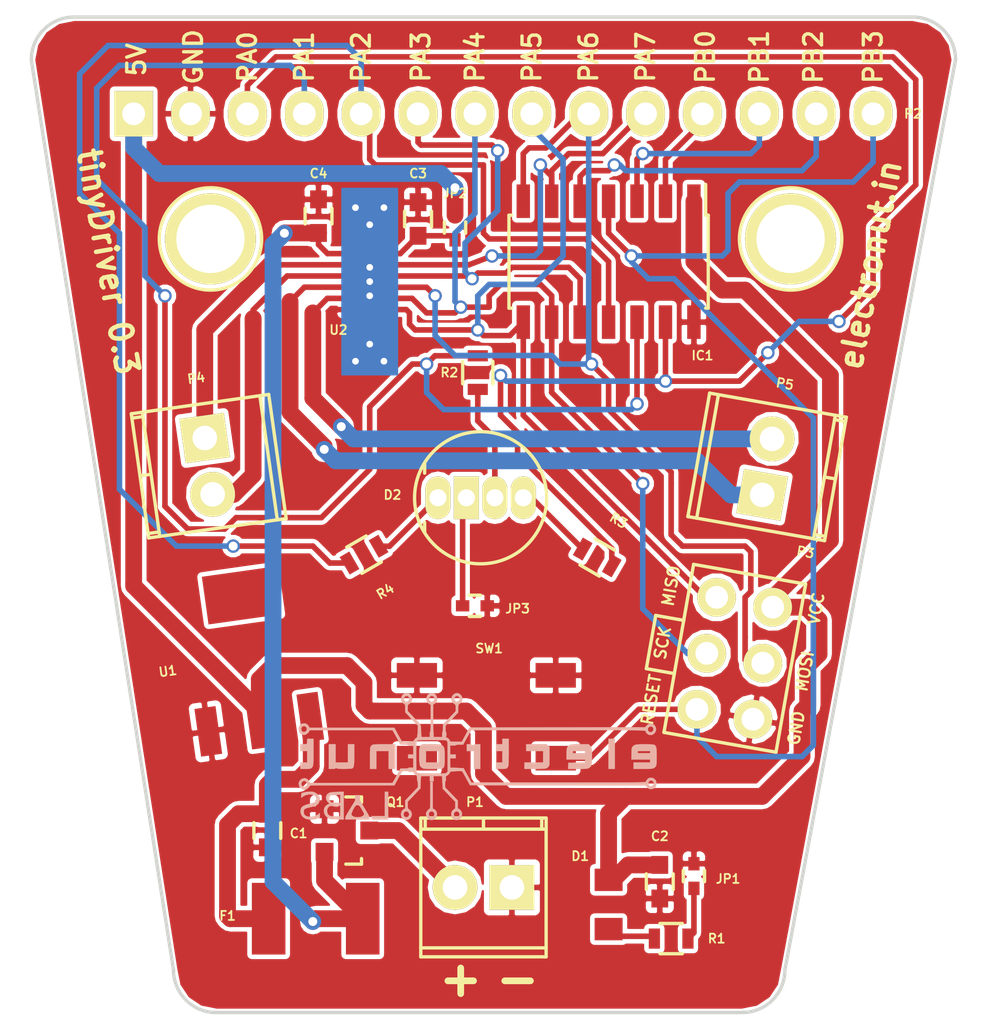
<source format=kicad_pcb>
(kicad_pcb (version 4) (host pcbnew 4.0.1-stable)

  (general
    (links 73)
    (no_connects 1)
    (area 121.158 63.955856 165.100001 109.728001)
    (thickness 1.6)
    (drawings 32)
    (tracks 339)
    (zones 0)
    (modules 36)
    (nets 29)
  )

  (page A4)
  (layers
    (0 F.Cu signal)
    (31 B.Cu signal)
    (32 B.Adhes user)
    (33 F.Adhes user)
    (34 B.Paste user)
    (35 F.Paste user)
    (36 B.SilkS user)
    (37 F.SilkS user)
    (38 B.Mask user)
    (39 F.Mask user)
    (40 Dwgs.User user)
    (41 Cmts.User user)
    (42 Eco1.User user)
    (43 Eco2.User user)
    (44 Edge.Cuts user)
    (45 Margin user)
    (46 B.CrtYd user)
    (47 F.CrtYd user)
    (48 B.Fab user)
    (49 F.Fab user)
  )

  (setup
    (last_trace_width 0.25)
    (trace_clearance 0.2)
    (zone_clearance 0.1)
    (zone_45_only no)
    (trace_min 0.2)
    (segment_width 0.2)
    (edge_width 0.15)
    (via_size 0.6)
    (via_drill 0.4)
    (via_min_size 0.4)
    (via_min_drill 0.3)
    (uvia_size 0.3)
    (uvia_drill 0.1)
    (uvias_allowed no)
    (uvia_min_size 0.2)
    (uvia_min_drill 0.1)
    (pcb_text_width 0.3)
    (pcb_text_size 1.5 1.5)
    (mod_edge_width 0.15)
    (mod_text_size 1 1)
    (mod_text_width 0.15)
    (pad_size 2 0.9)
    (pad_drill 0)
    (pad_to_mask_clearance 0.2)
    (aux_axis_origin 0 0)
    (visible_elements 7FFFFF7F)
    (pcbplotparams
      (layerselection 0x010f0_80000001)
      (usegerberextensions true)
      (excludeedgelayer true)
      (linewidth 0.100000)
      (plotframeref false)
      (viasonmask false)
      (mode 1)
      (useauxorigin false)
      (hpglpennumber 1)
      (hpglpenspeed 20)
      (hpglpendiameter 15)
      (hpglpenoverlay 2)
      (psnegative false)
      (psa4output false)
      (plotreference true)
      (plotvalue true)
      (plotinvisibletext false)
      (padsonsilk false)
      (subtractmaskfromsilk true)
      (outputformat 1)
      (mirror false)
      (drillshape 0)
      (scaleselection 1)
      (outputdirectory gerbers/))
  )

  (net 0 "")
  (net 1 VIN)
  (net 2 GND)
  (net 3 VCC)
  (net 4 "Net-(D1-Pad1)")
  (net 5 "Net-(D2-Pad2)")
  (net 6 RESET)
  (net 7 "Net-(IC1-Pad5)")
  (net 8 MOSI)
  (net 9 MISO)
  (net 10 "Net-(IC1-Pad12)")
  (net 11 "Net-(JP1-Pad1)")
  (net 12 "Net-(P4-Pad1)")
  (net 13 "Net-(P4-Pad2)")
  (net 14 "Net-(P5-Pad1)")
  (net 15 "Net-(P5-Pad2)")
  (net 16 "Net-(C1-Pad1)")
  (net 17 "Net-(D2-Pad1)")
  (net 18 "Net-(D2-Pad3)")
  (net 19 "Net-(D2-Pad4)")
  (net 20 "Net-(IC1-Pad11)")
  (net 21 "Net-(IC1-Pad3)")
  (net 22 MODE)
  (net 23 PH2)
  (net 24 PH1)
  (net 25 "Net-(IC1-Pad2)")
  (net 26 "Net-(IC1-Pad13)")
  (net 27 "Net-(P1-Pad2)")
  (net 28 "Net-(C3-Pad1)")

  (net_class Default "This is the default net class."
    (clearance 0.2)
    (trace_width 0.25)
    (via_dia 0.6)
    (via_drill 0.4)
    (uvia_dia 0.3)
    (uvia_drill 0.1)
    (add_net GND)
    (add_net MISO)
    (add_net MODE)
    (add_net MOSI)
    (add_net "Net-(C3-Pad1)")
    (add_net "Net-(D1-Pad1)")
    (add_net "Net-(D2-Pad1)")
    (add_net "Net-(D2-Pad2)")
    (add_net "Net-(D2-Pad3)")
    (add_net "Net-(D2-Pad4)")
    (add_net "Net-(IC1-Pad11)")
    (add_net "Net-(IC1-Pad12)")
    (add_net "Net-(IC1-Pad13)")
    (add_net "Net-(IC1-Pad2)")
    (add_net "Net-(IC1-Pad3)")
    (add_net "Net-(IC1-Pad5)")
    (add_net "Net-(JP1-Pad1)")
    (add_net "Net-(P4-Pad2)")
    (add_net "Net-(P5-Pad2)")
    (add_net PH1)
    (add_net PH2)
    (add_net RESET)
    (add_net VIN)
  )

  (net_class power ""
    (clearance 0.2)
    (trace_width 0.75)
    (via_dia 0.6)
    (via_drill 0.4)
    (uvia_dia 0.3)
    (uvia_drill 0.1)
    (add_net "Net-(C1-Pad1)")
    (add_net "Net-(P1-Pad2)")
    (add_net "Net-(P4-Pad1)")
    (add_net "Net-(P5-Pad1)")
    (add_net VCC)
  )

  (module tinybot:via (layer F.Cu) (tedit 56EDFC4F) (tstamp 56EE1D0E)
    (at 138.303 80.137)
    (fp_text reference via (at 0 -0.508) (layer F.SilkS) hide
      (effects (font (size 0.4 0.4) (thickness 0.08)))
    )
    (fp_text value VAL** (at 0 0.508) (layer F.SilkS) hide
      (effects (font (size 0.4 0.4) (thickness 0.08)))
    )
    (pad 1 thru_hole circle (at 0 0) (size 0.6 0.6) (drill 0.3) (layers *.Cu)
      (net 2 GND) (zone_connect 2))
  )

  (module tinybot:via (layer F.Cu) (tedit 56EDFC4F) (tstamp 56EE1D09)
    (at 137.033 80.137)
    (fp_text reference via (at 0 -0.508) (layer F.SilkS) hide
      (effects (font (size 0.4 0.4) (thickness 0.08)))
    )
    (fp_text value VAL** (at 0 0.508) (layer F.SilkS) hide
      (effects (font (size 0.4 0.4) (thickness 0.08)))
    )
    (pad 1 thru_hole circle (at 0 0) (size 0.6 0.6) (drill 0.3) (layers *.Cu)
      (net 2 GND) (zone_connect 2))
  )

  (module tinybot:via (layer F.Cu) (tedit 56EDFC4F) (tstamp 56EE1CFD)
    (at 137.668 79.375)
    (fp_text reference via (at 0 -0.508) (layer F.SilkS) hide
      (effects (font (size 0.4 0.4) (thickness 0.08)))
    )
    (fp_text value VAL** (at 0 0.508) (layer F.SilkS) hide
      (effects (font (size 0.4 0.4) (thickness 0.08)))
    )
    (pad 1 thru_hole circle (at 0 0) (size 0.6 0.6) (drill 0.3) (layers *.Cu)
      (net 2 GND) (zone_connect 2))
  )

  (module tinybot:via (layer F.Cu) (tedit 56EDFC4F) (tstamp 56EE1CEF)
    (at 137.668 74.041)
    (fp_text reference via (at 0 -0.508) (layer F.SilkS) hide
      (effects (font (size 0.4 0.4) (thickness 0.08)))
    )
    (fp_text value VAL** (at 0 0.508) (layer F.SilkS) hide
      (effects (font (size 0.4 0.4) (thickness 0.08)))
    )
    (pad 1 thru_hole circle (at 0 0) (size 0.6 0.6) (drill 0.3) (layers *.Cu)
      (net 2 GND) (zone_connect 2))
  )

  (module tinybot:via (layer F.Cu) (tedit 56EDFC4F) (tstamp 56EE1CD0)
    (at 137.033 73.279)
    (fp_text reference via (at 0 -0.508) (layer F.SilkS) hide
      (effects (font (size 0.4 0.4) (thickness 0.08)))
    )
    (fp_text value VAL** (at 0 0.508) (layer F.SilkS) hide
      (effects (font (size 0.4 0.4) (thickness 0.08)))
    )
    (pad 1 thru_hole circle (at 0 0) (size 0.6 0.6) (drill 0.3) (layers *.Cu)
      (net 2 GND) (zone_connect 2))
  )

  (module tinybot:via (layer F.Cu) (tedit 56EDFC4F) (tstamp 56EE1CBC)
    (at 138.303 73.279)
    (fp_text reference via (at 0 -0.508) (layer F.SilkS) hide
      (effects (font (size 0.4 0.4) (thickness 0.08)))
    )
    (fp_text value VAL** (at 0 0.508) (layer F.SilkS) hide
      (effects (font (size 0.4 0.4) (thickness 0.08)))
    )
    (pad 1 thru_hole circle (at 0 0) (size 0.6 0.6) (drill 0.3) (layers *.Cu)
      (net 2 GND) (zone_connect 2))
  )

  (module tinybot:via (layer F.Cu) (tedit 56EDFC2D) (tstamp 56ED04F0)
    (at 137.668 76.581)
    (fp_text reference via (at 0 -0.508) (layer F.SilkS) hide
      (effects (font (size 0.4 0.4) (thickness 0.08)))
    )
    (fp_text value VAL** (at 0 0.508) (layer F.SilkS) hide
      (effects (font (size 0.4 0.4) (thickness 0.08)))
    )
    (pad 1 thru_hole circle (at 0 0) (size 0.6 0.6) (drill 0.3) (layers *.Cu)
      (net 2 GND) (zone_connect 2))
  )

  (module tinybot:via (layer F.Cu) (tedit 56EDFC35) (tstamp 56ED0495)
    (at 137.668 77.216)
    (fp_text reference via (at 0 -0.508) (layer F.SilkS) hide
      (effects (font (size 0.4 0.4) (thickness 0.08)))
    )
    (fp_text value VAL** (at 0 0.508) (layer F.SilkS) hide
      (effects (font (size 0.4 0.4) (thickness 0.08)))
    )
    (pad 1 thru_hole circle (at 0 0) (size 0.6 0.6) (drill 0.3) (layers *.Cu)
      (net 2 GND) (zone_connect 2))
  )

  (module Capacitors_SMD:C_0402 (layer F.Cu) (tedit 56EE107C) (tstamp 56DBF77A)
    (at 152.146 103.124 90)
    (descr "Capacitor SMD 0402, reflow soldering, AVX (see smccp.pdf)")
    (tags "capacitor 0402")
    (path /56DBBF78)
    (attr smd)
    (fp_text reference JP1 (at -0.127 1.524 180) (layer F.SilkS)
      (effects (font (size 0.4 0.4) (thickness 0.08)))
    )
    (fp_text value JUMPER (at 0 1.7 90) (layer F.Fab) hide
      (effects (font (size 1 1) (thickness 0.15)))
    )
    (fp_line (start -1.15 -0.6) (end 1.15 -0.6) (layer F.CrtYd) (width 0.05))
    (fp_line (start -1.15 0.6) (end 1.15 0.6) (layer F.CrtYd) (width 0.05))
    (fp_line (start -1.15 -0.6) (end -1.15 0.6) (layer F.CrtYd) (width 0.05))
    (fp_line (start 1.15 -0.6) (end 1.15 0.6) (layer F.CrtYd) (width 0.05))
    (fp_line (start 0.25 -0.475) (end -0.25 -0.475) (layer F.SilkS) (width 0.15))
    (fp_line (start -0.25 0.475) (end 0.25 0.475) (layer F.SilkS) (width 0.15))
    (pad 1 smd rect (at -0.55 0 90) (size 0.6 0.5) (layers F.Cu F.Paste F.Mask)
      (net 11 "Net-(JP1-Pad1)"))
    (pad 2 smd rect (at 0.55 0 90) (size 0.6 0.5) (layers F.Cu F.Paste F.Mask)
      (net 2 GND))
    (model Capacitors_SMD.3dshapes/C_0402.wrl
      (at (xyz 0 0 0))
      (scale (xyz 1 1 1))
      (rotate (xyz 0 0 0))
    )
  )

  (module Capacitors_SMD:C_0603 (layer F.Cu) (tedit 56ECF616) (tstamp 56DCF72E)
    (at 133.096 101.092 270)
    (descr "Capacitor SMD 0603, reflow soldering, AVX (see smccp.pdf)")
    (tags "capacitor 0603")
    (path /56DC0BCC)
    (attr smd)
    (fp_text reference C1 (at 0.127 -1.397 360) (layer F.SilkS)
      (effects (font (size 0.4 0.4) (thickness 0.08)))
    )
    (fp_text value 0.1uF (at 0 1.9 270) (layer F.Fab) hide
      (effects (font (size 1 1) (thickness 0.15)))
    )
    (fp_line (start -1.45 -0.75) (end 1.45 -0.75) (layer F.CrtYd) (width 0.05))
    (fp_line (start -1.45 0.75) (end 1.45 0.75) (layer F.CrtYd) (width 0.05))
    (fp_line (start -1.45 -0.75) (end -1.45 0.75) (layer F.CrtYd) (width 0.05))
    (fp_line (start 1.45 -0.75) (end 1.45 0.75) (layer F.CrtYd) (width 0.05))
    (fp_line (start -0.35 -0.6) (end 0.35 -0.6) (layer F.SilkS) (width 0.15))
    (fp_line (start 0.35 0.6) (end -0.35 0.6) (layer F.SilkS) (width 0.15))
    (pad 1 smd rect (at -0.75 0 270) (size 0.8 0.75) (layers F.Cu F.Paste F.Mask)
      (net 16 "Net-(C1-Pad1)"))
    (pad 2 smd rect (at 0.75 0 270) (size 0.8 0.75) (layers F.Cu F.Paste F.Mask)
      (net 2 GND))
    (model Capacitors_SMD.3dshapes/C_0603.wrl
      (at (xyz 0 0 0))
      (scale (xyz 1 1 1))
      (rotate (xyz 0 0 0))
    )
  )

  (module Capacitors_SMD:C_0603 (layer F.Cu) (tedit 56ED209E) (tstamp 56DCF733)
    (at 150.622 103.378 270)
    (descr "Capacitor SMD 0603, reflow soldering, AVX (see smccp.pdf)")
    (tags "capacitor 0603")
    (path /56DC0D30)
    (attr smd)
    (fp_text reference C2 (at -2.032 0 360) (layer F.SilkS)
      (effects (font (size 0.4 0.4) (thickness 0.08)))
    )
    (fp_text value 10uF (at 0 1.9 270) (layer F.Fab) hide
      (effects (font (size 1 1) (thickness 0.15)))
    )
    (fp_line (start -1.45 -0.75) (end 1.45 -0.75) (layer F.CrtYd) (width 0.05))
    (fp_line (start -1.45 0.75) (end 1.45 0.75) (layer F.CrtYd) (width 0.05))
    (fp_line (start -1.45 -0.75) (end -1.45 0.75) (layer F.CrtYd) (width 0.05))
    (fp_line (start 1.45 -0.75) (end 1.45 0.75) (layer F.CrtYd) (width 0.05))
    (fp_line (start -0.35 -0.6) (end 0.35 -0.6) (layer F.SilkS) (width 0.15))
    (fp_line (start 0.35 0.6) (end -0.35 0.6) (layer F.SilkS) (width 0.15))
    (pad 1 smd rect (at -0.75 0 270) (size 0.8 0.75) (layers F.Cu F.Paste F.Mask)
      (net 3 VCC))
    (pad 2 smd rect (at 0.75 0 270) (size 0.8 0.75) (layers F.Cu F.Paste F.Mask)
      (net 2 GND))
    (model Capacitors_SMD.3dshapes/C_0603.wrl
      (at (xyz 0 0 0))
      (scale (xyz 1 1 1))
      (rotate (xyz 0 0 0))
    )
  )

  (module Resistors_SMD:R_0603 (layer F.Cu) (tedit 56ED2097) (tstamp 56DCF758)
    (at 151.13 105.918)
    (descr "Resistor SMD 0603, reflow soldering, Vishay (see dcrcw.pdf)")
    (tags "resistor 0603")
    (path /56DBBA68)
    (attr smd)
    (fp_text reference R1 (at 2.032 0) (layer F.SilkS)
      (effects (font (size 0.4 0.4) (thickness 0.08)))
    )
    (fp_text value 330 (at 0 1.9) (layer F.Fab) hide
      (effects (font (size 1 1) (thickness 0.15)))
    )
    (fp_line (start -1.3 -0.8) (end 1.3 -0.8) (layer F.CrtYd) (width 0.05))
    (fp_line (start -1.3 0.8) (end 1.3 0.8) (layer F.CrtYd) (width 0.05))
    (fp_line (start -1.3 -0.8) (end -1.3 0.8) (layer F.CrtYd) (width 0.05))
    (fp_line (start 1.3 -0.8) (end 1.3 0.8) (layer F.CrtYd) (width 0.05))
    (fp_line (start 0.5 0.675) (end -0.5 0.675) (layer F.SilkS) (width 0.15))
    (fp_line (start -0.5 -0.675) (end 0.5 -0.675) (layer F.SilkS) (width 0.15))
    (pad 1 smd rect (at -0.75 0) (size 0.5 0.9) (layers F.Cu F.Paste F.Mask)
      (net 4 "Net-(D1-Pad1)"))
    (pad 2 smd rect (at 0.75 0) (size 0.5 0.9) (layers F.Cu F.Paste F.Mask)
      (net 11 "Net-(JP1-Pad1)"))
    (model Resistors_SMD.3dshapes/R_0603.wrl
      (at (xyz 0 0 0))
      (scale (xyz 1 1 1))
      (rotate (xyz 0 0 0))
    )
  )

  (module Resistors_SMD:R_0603 (layer F.Cu) (tedit 56EEAD4A) (tstamp 56DCF75D)
    (at 142.494 80.645 90)
    (descr "Resistor SMD 0603, reflow soldering, Vishay (see dcrcw.pdf)")
    (tags "resistor 0603")
    (path /56DBB6F7)
    (attr smd)
    (fp_text reference R2 (at 0 -1.27 180) (layer F.SilkS)
      (effects (font (size 0.4 0.4) (thickness 0.08)))
    )
    (fp_text value 200 (at 0 1.9 90) (layer F.Fab) hide
      (effects (font (size 1 1) (thickness 0.15)))
    )
    (fp_line (start -1.3 -0.8) (end 1.3 -0.8) (layer F.CrtYd) (width 0.05))
    (fp_line (start -1.3 0.8) (end 1.3 0.8) (layer F.CrtYd) (width 0.05))
    (fp_line (start -1.3 -0.8) (end -1.3 0.8) (layer F.CrtYd) (width 0.05))
    (fp_line (start 1.3 -0.8) (end 1.3 0.8) (layer F.CrtYd) (width 0.05))
    (fp_line (start 0.5 0.675) (end -0.5 0.675) (layer F.SilkS) (width 0.15))
    (fp_line (start -0.5 -0.675) (end 0.5 -0.675) (layer F.SilkS) (width 0.15))
    (pad 1 smd rect (at -0.75 0 90) (size 0.5 0.9) (layers F.Cu F.Paste F.Mask)
      (net 18 "Net-(D2-Pad3)"))
    (pad 2 smd rect (at 0.75 0 90) (size 0.5 0.9) (layers F.Cu F.Paste F.Mask)
      (net 10 "Net-(IC1-Pad12)"))
    (model Resistors_SMD.3dshapes/R_0603.wrl
      (at (xyz 0 0 0))
      (scale (xyz 1 1 1))
      (rotate (xyz 0 0 0))
    )
  )

  (module Resistors_SMD:R_0603 (layer F.Cu) (tedit 56DE6CCF) (tstamp 56DCF762)
    (at 147.828 88.9 330)
    (descr "Resistor SMD 0603, reflow soldering, Vishay (see dcrcw.pdf)")
    (tags "resistor 0603")
    (path /56DBB72A)
    (attr smd)
    (fp_text reference R3 (at 0 -1.9 330) (layer F.SilkS)
      (effects (font (size 0.4 0.4) (thickness 0.08)))
    )
    (fp_text value 100 (at 0 1.9 330) (layer F.Fab) hide
      (effects (font (size 1 1) (thickness 0.15)))
    )
    (fp_line (start -1.3 -0.8) (end 1.3 -0.8) (layer F.CrtYd) (width 0.05))
    (fp_line (start -1.3 0.8) (end 1.3 0.8) (layer F.CrtYd) (width 0.05))
    (fp_line (start -1.3 -0.8) (end -1.3 0.8) (layer F.CrtYd) (width 0.05))
    (fp_line (start 1.3 -0.8) (end 1.3 0.8) (layer F.CrtYd) (width 0.05))
    (fp_line (start 0.5 0.675) (end -0.5 0.675) (layer F.SilkS) (width 0.15))
    (fp_line (start -0.5 -0.675) (end 0.5 -0.675) (layer F.SilkS) (width 0.15))
    (pad 1 smd rect (at -0.75 0 330) (size 0.5 0.9) (layers F.Cu F.Paste F.Mask)
      (net 19 "Net-(D2-Pad4)"))
    (pad 2 smd rect (at 0.75 0 330) (size 0.5 0.9) (layers F.Cu F.Paste F.Mask)
      (net 26 "Net-(IC1-Pad13)"))
    (model Resistors_SMD.3dshapes/R_0603.wrl
      (at (xyz 0 0 0))
      (scale (xyz 1 1 1))
      (rotate (xyz 0 0 0))
    )
  )

  (module Resistors_SMD:R_0603 (layer F.Cu) (tedit 56DE6CD7) (tstamp 56DE5288)
    (at 137.414 88.773 210)
    (descr "Resistor SMD 0603, reflow soldering, Vishay (see dcrcw.pdf)")
    (tags "resistor 0603")
    (path /56DD91F9)
    (attr smd)
    (fp_text reference R4 (at 0 -1.9 210) (layer F.SilkS)
      (effects (font (size 0.4 0.4) (thickness 0.08)))
    )
    (fp_text value 100 (at 0 1.9 210) (layer F.Fab) hide
      (effects (font (size 1 1) (thickness 0.15)))
    )
    (fp_line (start -1.3 -0.8) (end 1.3 -0.8) (layer F.CrtYd) (width 0.05))
    (fp_line (start -1.3 0.8) (end 1.3 0.8) (layer F.CrtYd) (width 0.05))
    (fp_line (start -1.3 -0.8) (end -1.3 0.8) (layer F.CrtYd) (width 0.05))
    (fp_line (start 1.3 -0.8) (end 1.3 0.8) (layer F.CrtYd) (width 0.05))
    (fp_line (start 0.5 0.675) (end -0.5 0.675) (layer F.SilkS) (width 0.15))
    (fp_line (start -0.5 -0.675) (end 0.5 -0.675) (layer F.SilkS) (width 0.15))
    (pad 1 smd rect (at -0.75 0 210) (size 0.5 0.9) (layers F.Cu F.Paste F.Mask)
      (net 17 "Net-(D2-Pad1)"))
    (pad 2 smd rect (at 0.75 0 210) (size 0.5 0.9) (layers F.Cu F.Paste F.Mask)
      (net 20 "Net-(IC1-Pad11)"))
    (model Resistors_SMD.3dshapes/R_0603.wrl
      (at (xyz 0 0 0))
      (scale (xyz 1 1 1))
      (rotate (xyz 0 0 0))
    )
  )

  (module Capacitors_SMD:C_0402 (layer F.Cu) (tedit 56EE0A7E) (tstamp 56DE58E3)
    (at 141.478 74.168 270)
    (descr "Capacitor SMD 0402, reflow soldering, AVX (see smccp.pdf)")
    (tags "capacitor 0402")
    (path /56DBF9E9)
    (attr smd)
    (fp_text reference JP2 (at -1.524 0 360) (layer F.SilkS)
      (effects (font (size 0.4 0.4) (thickness 0.08)))
    )
    (fp_text value JUMPER (at 0 1.7 270) (layer F.Fab) hide
      (effects (font (size 1 1) (thickness 0.15)))
    )
    (fp_line (start -1.15 -0.6) (end 1.15 -0.6) (layer F.CrtYd) (width 0.05))
    (fp_line (start -1.15 0.6) (end 1.15 0.6) (layer F.CrtYd) (width 0.05))
    (fp_line (start -1.15 -0.6) (end -1.15 0.6) (layer F.CrtYd) (width 0.05))
    (fp_line (start 1.15 -0.6) (end 1.15 0.6) (layer F.CrtYd) (width 0.05))
    (fp_line (start 0.25 -0.475) (end -0.25 -0.475) (layer F.SilkS) (width 0.15))
    (fp_line (start -0.25 0.475) (end 0.25 0.475) (layer F.SilkS) (width 0.15))
    (pad 1 smd rect (at -0.55 0 270) (size 0.6 0.5) (layers F.Cu F.Paste F.Mask)
      (net 3 VCC))
    (pad 2 smd rect (at 0.55 0 270) (size 0.6 0.5) (layers F.Cu F.Paste F.Mask)
      (net 28 "Net-(C3-Pad1)"))
    (model Capacitors_SMD.3dshapes/C_0402.wrl
      (at (xyz 0 0 0))
      (scale (xyz 1 1 1))
      (rotate (xyz 0 0 0))
    )
  )

  (module Capacitors_SMD:C_0402 (layer F.Cu) (tedit 56ED0A5B) (tstamp 56DE58ED)
    (at 142.367 91.059)
    (descr "Capacitor SMD 0402, reflow soldering, AVX (see smccp.pdf)")
    (tags "capacitor 0402")
    (path /56DE6039)
    (attr smd)
    (fp_text reference JP3 (at 1.905 0.127) (layer F.SilkS)
      (effects (font (size 0.4 0.4) (thickness 0.08)))
    )
    (fp_text value JUMPER (at 0 1.7) (layer F.Fab) hide
      (effects (font (size 1 1) (thickness 0.15)))
    )
    (fp_line (start -1.15 -0.6) (end 1.15 -0.6) (layer F.CrtYd) (width 0.05))
    (fp_line (start -1.15 0.6) (end 1.15 0.6) (layer F.CrtYd) (width 0.05))
    (fp_line (start -1.15 -0.6) (end -1.15 0.6) (layer F.CrtYd) (width 0.05))
    (fp_line (start 1.15 -0.6) (end 1.15 0.6) (layer F.CrtYd) (width 0.05))
    (fp_line (start 0.25 -0.475) (end -0.25 -0.475) (layer F.SilkS) (width 0.15))
    (fp_line (start -0.25 0.475) (end 0.25 0.475) (layer F.SilkS) (width 0.15))
    (pad 1 smd rect (at -0.55 0) (size 0.6 0.5) (layers F.Cu F.Paste F.Mask)
      (net 5 "Net-(D2-Pad2)"))
    (pad 2 smd rect (at 0.55 0) (size 0.6 0.5) (layers F.Cu F.Paste F.Mask)
      (net 2 GND))
    (model Capacitors_SMD.3dshapes/C_0402.wrl
      (at (xyz 0 0 0))
      (scale (xyz 1 1 1))
      (rotate (xyz 0 0 0))
    )
  )

  (module tinybot:Pin_Header_Straight_1x14 (layer F.Cu) (tedit 56F103C9) (tstamp 56DE6F9D)
    (at 127.127 69.088 90)
    (descr "Through hole pin header")
    (tags "pin header")
    (path /56DE6C96)
    (fp_text reference P2 (at 0 34.798 180) (layer F.SilkS)
      (effects (font (size 0.4 0.4) (thickness 0.08)))
    )
    (fp_text value "Pin Breakout" (at 0 -3.1 90) (layer F.Fab) hide
      (effects (font (size 1 1) (thickness 0.15)))
    )
    (pad 1 thru_hole rect (at 0 0 90) (size 2.032 1.7272) (drill 1.016) (layers *.Cu *.Mask F.SilkS)
      (net 3 VCC))
    (pad 2 thru_hole oval (at 0 2.54 90) (size 2.032 1.7272) (drill 1.016) (layers *.Cu *.Mask F.SilkS)
      (net 2 GND))
    (pad 3 thru_hole oval (at 0 5.08 90) (size 2.032 1.7272) (drill 1.016) (layers *.Cu *.Mask F.SilkS)
      (net 26 "Net-(IC1-Pad13)"))
    (pad 4 thru_hole oval (at 0 7.62 90) (size 2.032 1.7272) (drill 1.016) (layers *.Cu *.Mask F.SilkS)
      (net 10 "Net-(IC1-Pad12)"))
    (pad 5 thru_hole oval (at 0 10.16 90) (size 2.032 1.7272) (drill 1.016) (layers *.Cu *.Mask F.SilkS)
      (net 20 "Net-(IC1-Pad11)"))
    (pad 6 thru_hole oval (at 0 12.7 90) (size 2.032 1.7272) (drill 1.016) (layers *.Cu *.Mask F.SilkS)
      (net 24 PH1))
    (pad 7 thru_hole oval (at 0 15.24 90) (size 2.032 1.7272) (drill 1.016) (layers *.Cu *.Mask F.SilkS)
      (net 23 PH2))
    (pad 8 thru_hole oval (at 0 17.78 90) (size 2.032 1.7272) (drill 1.016) (layers *.Cu *.Mask F.SilkS)
      (net 9 MISO))
    (pad 9 thru_hole oval (at 0 20.32 90) (size 2.032 1.7272) (drill 1.016) (layers *.Cu *.Mask F.SilkS)
      (net 8 MOSI))
    (pad 10 thru_hole oval (at 0 22.86 90) (size 2.032 1.7272) (drill 1.016) (layers *.Cu *.Mask F.SilkS)
      (net 22 MODE))
    (pad 11 thru_hole oval (at 0 25.4 90) (size 2.032 1.7272) (drill 1.016) (layers *.Cu *.Mask F.SilkS)
      (net 25 "Net-(IC1-Pad2)"))
    (pad 12 thru_hole oval (at 0 27.94 90) (size 2.032 1.7272) (drill 1.016) (layers *.Cu *.Mask F.SilkS)
      (net 21 "Net-(IC1-Pad3)"))
    (pad 13 thru_hole oval (at 0 30.48 90) (size 2.032 1.7272) (drill 1.016) (layers *.Cu *.Mask F.SilkS)
      (net 7 "Net-(IC1-Pad5)"))
    (pad 14 thru_hole oval (at 0 33.02 90) (size 2.032 1.7272) (drill 1.016) (layers *.Cu *.Mask F.SilkS)
      (net 6 RESET))
    (model Pin_Headers.3dshapes/Pin_Header_Straight_1x14.wrl
      (at (xyz 0 -0.65 0))
      (scale (xyz 1 1 1))
      (rotate (xyz 0 0 90))
    )
  )

  (module tinybot:DRV8835 (layer F.Cu) (tedit 56F0DF21) (tstamp 56E1549A)
    (at 137.668 76.581 270)
    (path /56E103E7)
    (fp_text reference U2 (at 2.159 1.397 360) (layer F.SilkS)
      (effects (font (size 0.4 0.4) (thickness 0.08)))
    )
    (fp_text value DRV8835 (at 0 -2.54 270) (layer F.Fab) hide
      (effects (font (size 1 1) (thickness 0.15)))
    )
    (pad 0 smd rect (at 0 0 270) (size 2 0.9) (layers F.Cu F.Paste F.Mask))
    (pad 0 smd rect (at 1.35 0.25 270) (size 0.7 0.25) (layers F.Cu F.Paste F.Mask))
    (pad 0 smd rect (at -1.35 0.25 270) (size 0.7 0.25) (layers F.Cu F.Paste F.Mask))
    (pad 0 smd rect (at 1.35 -0.25 270) (size 0.7 0.25) (layers F.Cu F.Paste F.Mask))
    (pad 0 smd rect (at -1.35 -0.25 270) (size 0.7 0.25) (layers F.Cu F.Paste F.Mask))
    (pad 12 smd rect (at -1.25 -0.95 270) (size 0.28 0.5) (layers F.Cu F.Paste F.Mask)
      (net 28 "Net-(C3-Pad1)"))
    (pad 11 smd rect (at -0.75 -0.95 270) (size 0.28 0.5) (layers F.Cu F.Paste F.Mask)
      (net 22 MODE))
    (pad 10 smd rect (at -0.25 -0.95 270) (size 0.28 0.5) (layers F.Cu F.Paste F.Mask)
      (net 24 PH1))
    (pad 9 smd rect (at 0.25 -0.95 270) (size 0.28 0.5) (layers F.Cu F.Paste F.Mask)
      (net 8 MOSI))
    (pad 8 smd rect (at 0.75 -0.95 270) (size 0.28 0.5) (layers F.Cu F.Paste F.Mask)
      (net 23 PH2))
    (pad 7 smd rect (at 1.25 -0.95 270) (size 0.28 0.5) (layers F.Cu F.Paste F.Mask)
      (net 9 MISO))
    (pad 1 smd rect (at -1.25 0.95 270) (size 0.28 0.5) (layers F.Cu F.Paste F.Mask)
      (net 1 VIN))
    (pad 2 smd rect (at -0.75 0.95 270) (size 0.28 0.5) (layers F.Cu F.Paste F.Mask)
      (net 12 "Net-(P4-Pad1)"))
    (pad 3 smd rect (at -0.25 0.95 270) (size 0.28 0.5) (layers F.Cu F.Paste F.Mask)
      (net 13 "Net-(P4-Pad2)"))
    (pad 4 smd rect (at 0.25 0.95 270) (size 0.28 0.5) (layers F.Cu F.Paste F.Mask)
      (net 14 "Net-(P5-Pad1)"))
    (pad 5 smd rect (at 0.75 0.95 270) (size 0.28 0.5) (layers F.Cu F.Paste F.Mask)
      (net 15 "Net-(P5-Pad2)"))
    (pad 6 smd rect (at 1.25 0.95 270) (size 0.28 0.5) (layers F.Cu F.Paste F.Mask)
      (net 2 GND))
    (model "/Library/Application Support/kicad/packages3d/Housings_DFN_QFN.3dshapes/DFN-12-1EP_2x3mm_Pitch0.45mm.wrl"
      (at (xyz 0 0 0))
      (scale (xyz 1 1 1))
      (rotate (xyz 0 0 90))
    )
  )

  (module TO_SOT_Packages_SMD:SOT-23 (layer F.Cu) (tedit 56ECF627) (tstamp 56E29FC7)
    (at 136.652 101.092 270)
    (descr "SOT-23, Standard")
    (tags SOT-23)
    (path /56E29E87)
    (attr smd)
    (fp_text reference Q1 (at -1.27 -2.159 360) (layer F.SilkS)
      (effects (font (size 0.4 0.4) (thickness 0.08)))
    )
    (fp_text value NCE3407A (at 0 2.3 270) (layer F.Fab) hide
      (effects (font (size 1 1) (thickness 0.15)))
    )
    (fp_line (start -1.65 -1.6) (end 1.65 -1.6) (layer F.CrtYd) (width 0.05))
    (fp_line (start 1.65 -1.6) (end 1.65 1.6) (layer F.CrtYd) (width 0.05))
    (fp_line (start 1.65 1.6) (end -1.65 1.6) (layer F.CrtYd) (width 0.05))
    (fp_line (start -1.65 1.6) (end -1.65 -1.6) (layer F.CrtYd) (width 0.05))
    (fp_line (start 1.29916 -0.65024) (end 1.2509 -0.65024) (layer F.SilkS) (width 0.15))
    (fp_line (start -1.49982 0.0508) (end -1.49982 -0.65024) (layer F.SilkS) (width 0.15))
    (fp_line (start -1.49982 -0.65024) (end -1.2509 -0.65024) (layer F.SilkS) (width 0.15))
    (fp_line (start 1.29916 -0.65024) (end 1.49982 -0.65024) (layer F.SilkS) (width 0.15))
    (fp_line (start 1.49982 -0.65024) (end 1.49982 0.0508) (layer F.SilkS) (width 0.15))
    (pad 1 smd rect (at -0.95 1.00076 270) (size 0.8001 0.8001) (layers F.Cu F.Paste F.Mask)
      (net 2 GND))
    (pad 2 smd rect (at 0.95 1.00076 270) (size 0.8001 0.8001) (layers F.Cu F.Paste F.Mask)
      (net 1 VIN))
    (pad 3 smd rect (at 0 -0.99822 270) (size 0.8001 0.8001) (layers F.Cu F.Paste F.Mask)
      (net 27 "Net-(P1-Pad2)"))
    (model TO_SOT_Packages_SMD.3dshapes/SOT-23.wrl
      (at (xyz 0 0 0))
      (scale (xyz 1 1 1))
      (rotate (xyz 0 0 0))
    )
  )

  (module Capacitors_SMD:C_0603 (layer F.Cu) (tedit 56EEAD1D) (tstamp 56E4291F)
    (at 139.827 73.787 90)
    (descr "Capacitor SMD 0603, reflow soldering, AVX (see smccp.pdf)")
    (tags "capacitor 0603")
    (path /56E2B2C0)
    (attr smd)
    (fp_text reference C3 (at 2.032 0 180) (layer F.SilkS)
      (effects (font (size 0.4 0.4) (thickness 0.08)))
    )
    (fp_text value 0.1uF (at 0 1.9 90) (layer F.Fab) hide
      (effects (font (size 1 1) (thickness 0.15)))
    )
    (fp_line (start -1.45 -0.75) (end 1.45 -0.75) (layer F.CrtYd) (width 0.05))
    (fp_line (start -1.45 0.75) (end 1.45 0.75) (layer F.CrtYd) (width 0.05))
    (fp_line (start -1.45 -0.75) (end -1.45 0.75) (layer F.CrtYd) (width 0.05))
    (fp_line (start 1.45 -0.75) (end 1.45 0.75) (layer F.CrtYd) (width 0.05))
    (fp_line (start -0.35 -0.6) (end 0.35 -0.6) (layer F.SilkS) (width 0.15))
    (fp_line (start 0.35 0.6) (end -0.35 0.6) (layer F.SilkS) (width 0.15))
    (pad 1 smd rect (at -0.75 0 90) (size 0.8 0.75) (layers F.Cu F.Paste F.Mask)
      (net 28 "Net-(C3-Pad1)"))
    (pad 2 smd rect (at 0.75 0 90) (size 0.8 0.75) (layers F.Cu F.Paste F.Mask)
      (net 2 GND))
    (model Capacitors_SMD.3dshapes/C_0603.wrl
      (at (xyz 0 0 0))
      (scale (xyz 1 1 1))
      (rotate (xyz 0 0 0))
    )
  )

  (module Capacitors_SMD:C_0603 (layer F.Cu) (tedit 56EE0A8B) (tstamp 56E4292B)
    (at 135.382 73.66 90)
    (descr "Capacitor SMD 0603, reflow soldering, AVX (see smccp.pdf)")
    (tags "capacitor 0603")
    (path /56E2B323)
    (attr smd)
    (fp_text reference C4 (at 1.905 0 180) (layer F.SilkS)
      (effects (font (size 0.4 0.4) (thickness 0.08)))
    )
    (fp_text value 10uF (at 0 1.9 90) (layer F.Fab) hide
      (effects (font (size 1 1) (thickness 0.15)))
    )
    (fp_line (start -1.45 -0.75) (end 1.45 -0.75) (layer F.CrtYd) (width 0.05))
    (fp_line (start -1.45 0.75) (end 1.45 0.75) (layer F.CrtYd) (width 0.05))
    (fp_line (start -1.45 -0.75) (end -1.45 0.75) (layer F.CrtYd) (width 0.05))
    (fp_line (start 1.45 -0.75) (end 1.45 0.75) (layer F.CrtYd) (width 0.05))
    (fp_line (start -0.35 -0.6) (end 0.35 -0.6) (layer F.SilkS) (width 0.15))
    (fp_line (start 0.35 0.6) (end -0.35 0.6) (layer F.SilkS) (width 0.15))
    (pad 1 smd rect (at -0.75 0 90) (size 0.8 0.75) (layers F.Cu F.Paste F.Mask)
      (net 1 VIN))
    (pad 2 smd rect (at 0.75 0 90) (size 0.8 0.75) (layers F.Cu F.Paste F.Mask)
      (net 2 GND))
    (model Capacitors_SMD.3dshapes/C_0603.wrl
      (at (xyz 0 0 0))
      (scale (xyz 1 1 1))
      (rotate (xyz 0 0 0))
    )
  )

  (module Housings_SOIC:SOIC-14_3.9x8.7mm_Pitch1.27mm (layer F.Cu) (tedit 56EEAD52) (tstamp 56E673FC)
    (at 148.336 75.692 270)
    (descr "14-Lead Plastic Small Outline (SL) - Narrow, 3.90 mm Body [SOIC] (see Microchip Packaging Specification 00000049BS.pdf)")
    (tags "SOIC 1.27")
    (path /56E672DF)
    (attr smd)
    (fp_text reference IC1 (at 4.191 -4.191 360) (layer F.SilkS)
      (effects (font (size 0.4 0.4) (thickness 0.08)))
    )
    (fp_text value ATTINY84A-SS (at 0 5.375 270) (layer F.Fab) hide
      (effects (font (size 1 1) (thickness 0.15)))
    )
    (fp_line (start -3.7 -4.65) (end -3.7 4.65) (layer F.CrtYd) (width 0.05))
    (fp_line (start 3.7 -4.65) (end 3.7 4.65) (layer F.CrtYd) (width 0.05))
    (fp_line (start -3.7 -4.65) (end 3.7 -4.65) (layer F.CrtYd) (width 0.05))
    (fp_line (start -3.7 4.65) (end 3.7 4.65) (layer F.CrtYd) (width 0.05))
    (fp_line (start -2.075 -4.45) (end -2.075 -4.335) (layer F.SilkS) (width 0.15))
    (fp_line (start 2.075 -4.45) (end 2.075 -4.335) (layer F.SilkS) (width 0.15))
    (fp_line (start 2.075 4.45) (end 2.075 4.335) (layer F.SilkS) (width 0.15))
    (fp_line (start -2.075 4.45) (end -2.075 4.335) (layer F.SilkS) (width 0.15))
    (fp_line (start -2.075 -4.45) (end 2.075 -4.45) (layer F.SilkS) (width 0.15))
    (fp_line (start -2.075 4.45) (end 2.075 4.45) (layer F.SilkS) (width 0.15))
    (fp_line (start -2.075 -4.335) (end -3.45 -4.335) (layer F.SilkS) (width 0.15))
    (pad 1 smd rect (at -2.7 -3.81 270) (size 1.5 0.6) (layers F.Cu F.Paste F.Mask)
      (net 3 VCC))
    (pad 2 smd rect (at -2.7 -2.54 270) (size 1.5 0.6) (layers F.Cu F.Paste F.Mask)
      (net 25 "Net-(IC1-Pad2)"))
    (pad 3 smd rect (at -2.7 -1.27 270) (size 1.5 0.6) (layers F.Cu F.Paste F.Mask)
      (net 21 "Net-(IC1-Pad3)"))
    (pad 4 smd rect (at -2.7 0 270) (size 1.5 0.6) (layers F.Cu F.Paste F.Mask)
      (net 6 RESET))
    (pad 5 smd rect (at -2.7 1.27 270) (size 1.5 0.6) (layers F.Cu F.Paste F.Mask)
      (net 7 "Net-(IC1-Pad5)"))
    (pad 6 smd rect (at -2.7 2.54 270) (size 1.5 0.6) (layers F.Cu F.Paste F.Mask)
      (net 22 MODE))
    (pad 7 smd rect (at -2.7 3.81 270) (size 1.5 0.6) (layers F.Cu F.Paste F.Mask)
      (net 8 MOSI))
    (pad 8 smd rect (at 2.7 3.81 270) (size 1.5 0.6) (layers F.Cu F.Paste F.Mask)
      (net 9 MISO))
    (pad 9 smd rect (at 2.7 2.54 270) (size 1.5 0.6) (layers F.Cu F.Paste F.Mask)
      (net 23 PH2))
    (pad 10 smd rect (at 2.7 1.27 270) (size 1.5 0.6) (layers F.Cu F.Paste F.Mask)
      (net 24 PH1))
    (pad 11 smd rect (at 2.7 0 270) (size 1.5 0.6) (layers F.Cu F.Paste F.Mask)
      (net 20 "Net-(IC1-Pad11)"))
    (pad 12 smd rect (at 2.7 -1.27 270) (size 1.5 0.6) (layers F.Cu F.Paste F.Mask)
      (net 10 "Net-(IC1-Pad12)"))
    (pad 13 smd rect (at 2.7 -2.54 270) (size 1.5 0.6) (layers F.Cu F.Paste F.Mask)
      (net 26 "Net-(IC1-Pad13)"))
    (pad 14 smd rect (at 2.7 -3.81 270) (size 1.5 0.6) (layers F.Cu F.Paste F.Mask)
      (net 2 GND))
    (model Housings_SOIC.3dshapes/SOIC-14_3.9x8.7mm_Pitch1.27mm.wrl
      (at (xyz 0 0 0))
      (scale (xyz 1 1 1))
      (rotate (xyz 0 0 0))
    )
  )

  (module tinybot:SWITCH_SKQGAKE010 (layer F.Cu) (tedit 56ED0A60) (tstamp 56E2AC57)
    (at 142.875 96.012 180)
    (path /56E2ABAC)
    (fp_text reference SW1 (at -0.127 3.048 180) (layer F.SilkS)
      (effects (font (size 0.4 0.4) (thickness 0.08)))
    )
    (fp_text value SW_PUSH (at 0.3 -3.8 180) (layer F.Fab) hide
      (effects (font (size 1 1) (thickness 0.15)))
    )
    (pad 2 smd rect (at 3.1 1.85 180) (size 1.8 1.1) (layers F.Cu F.Paste F.Mask)
      (net 2 GND))
    (pad 2 smd rect (at -3.1 1.85 180) (size 1.8 1.1) (layers F.Cu F.Paste F.Mask)
      (net 2 GND))
    (pad 1 smd rect (at -3.1 -1.85 180) (size 1.8 1.1) (layers F.Cu F.Paste F.Mask)
      (net 6 RESET))
    (pad 1 smd rect (at 3.1 -1.85 180) (size 1.8 1.1) (layers F.Cu F.Paste F.Mask)
      (net 6 RESET))
    (model ../../../../../Users/mahesh/Documents/kicad3d/AB2_PB_MOM_5.2MM_SMD.wrl
      (at (xyz 0 0 0))
      (scale (xyz 0.4 0.4 1))
      (rotate (xyz 0 0 0))
    )
  )

  (module LEDs:LED-RGB-5MM_Common_Cathode (layer F.Cu) (tedit 56ECF684) (tstamp 56ECDEC1)
    (at 140.716 86.233 90)
    (descr "5mm common cathode RGB LED")
    (tags "RGB LED 5mm Common Cathode")
    (path /56DD7EEB)
    (fp_text reference D2 (at 0.127 -2.032 180) (layer F.SilkS)
      (effects (font (size 0.4 0.4) (thickness 0.08)))
    )
    (fp_text value LED_RCBG (at 0 6.25 90) (layer F.Fab) hide
      (effects (font (size 1 1) (thickness 0.15)))
    )
    (fp_circle (center 0 1.905) (end 3.2 1.905) (layer F.CrtYd) (width 0.05))
    (fp_line (start -1.1 -0.595) (end -1.55 -0.595) (layer F.SilkS) (width 0.15))
    (fp_circle (center 0 1.905) (end 2.95 1.905) (layer F.SilkS) (width 0.15))
    (fp_line (start 1.1 -0.595) (end 1.55 -0.595) (layer F.SilkS) (width 0.15))
    (pad 1 thru_hole oval (at 0 0 90) (size 1.905 1.1176) (drill 0.762) (layers *.Cu *.Mask F.SilkS)
      (net 17 "Net-(D2-Pad1)"))
    (pad 2 thru_hole rect (at 0 1.27 90) (size 1.905 1.1176) (drill 0.762) (layers *.Cu *.Mask F.SilkS)
      (net 5 "Net-(D2-Pad2)"))
    (pad 3 thru_hole oval (at 0 2.54 90) (size 1.905 1.1176) (drill 0.762) (layers *.Cu *.Mask F.SilkS)
      (net 18 "Net-(D2-Pad3)"))
    (pad 4 thru_hole oval (at 0 3.81 90) (size 1.905 1.1176) (drill 0.762) (layers *.Cu *.Mask F.SilkS)
      (net 19 "Net-(D2-Pad4)"))
    (model "/Library/Application Support/kicad/packages3d/LEDs.3dshapes/LED-5MM.wrl"
      (at (xyz 0 -0.075 0))
      (scale (xyz 1 1 1))
      (rotate (xyz 0 0 0))
    )
  )

  (module tinybot:BOURNS_PTC_FUSE_S1 (layer F.Cu) (tedit 56ECF620) (tstamp 56ECDEC8)
    (at 135.255 105.029 180)
    (path /56DD8044)
    (fp_text reference F1 (at 3.937 0.127 180) (layer F.SilkS)
      (effects (font (size 0.4 0.4) (thickness 0.08)))
    )
    (fp_text value FUSE (at 0.5 -2.7 180) (layer F.Fab) hide
      (effects (font (size 1 1) (thickness 0.15)))
    )
    (pad 2 smd rect (at 2.1 0 180) (size 1.5 3.2) (layers F.Cu F.Paste F.Mask)
      (net 16 "Net-(C1-Pad1)"))
    (pad 1 smd rect (at -2.1 0 180) (size 1.5 3.2) (layers F.Cu F.Paste F.Mask)
      (net 1 VIN))
  )

  (module Connect:1pin (layer F.Cu) (tedit 56ECF198) (tstamp 56ECDF9B)
    (at 156.464 74.676)
    (descr "module 1 pin (ou trou mecanique de percage)")
    (tags DEV)
    (fp_text reference REF** (at 0 -3.048) (layer F.SilkS) hide
      (effects (font (size 1 1) (thickness 0.15)))
    )
    (fp_text value 1pin (at 0 2.794) (layer F.Fab) hide
      (effects (font (size 1 1) (thickness 0.15)))
    )
    (fp_circle (center 0 0) (end 0 -2.286) (layer F.SilkS) (width 0.15))
    (pad 1 thru_hole circle (at 0 0) (size 4.064 4.064) (drill 3.048) (layers *.Cu *.Mask F.SilkS))
  )

  (module Connect:1pin (layer F.Cu) (tedit 56ECF1A0) (tstamp 56ECDED3)
    (at 130.556 74.676)
    (descr "module 1 pin (ou trou mecanique de percage)")
    (tags DEV)
    (fp_text reference REF** (at 0 -3.048) (layer F.SilkS) hide
      (effects (font (size 1 1) (thickness 0.15)))
    )
    (fp_text value 1pin (at 0 2.794) (layer F.Fab) hide
      (effects (font (size 1 1) (thickness 0.15)))
    )
    (fp_circle (center 0 0) (end 0 -2.286) (layer F.SilkS) (width 0.15))
    (pad 1 thru_hole circle (at 0 0) (size 4.064 4.064) (drill 3.048) (layers *.Cu *.Mask F.SilkS))
  )

  (module tinybot:via (layer F.Cu) (tedit 56EDFC4F) (tstamp 56ED0483)
    (at 137.668 75.946)
    (fp_text reference via (at 0 -0.508) (layer F.SilkS) hide
      (effects (font (size 0.4 0.4) (thickness 0.08)))
    )
    (fp_text value VAL** (at 0 0.508) (layer F.SilkS) hide
      (effects (font (size 0.4 0.4) (thickness 0.08)))
    )
    (pad 1 thru_hole circle (at 0 0) (size 0.6 0.6) (drill 0.3) (layers *.Cu)
      (net 2 GND) (zone_connect 2))
  )

  (module tinybot:ICSP_2x3 (layer F.Cu) (tedit 56EF7D59) (tstamp 56EF5C97)
    (at 153.162 90.678 350)
    (descr "Through hole pin header")
    (tags "pin header")
    (path /56DBB664)
    (fp_text reference P3 (at 3.556 -2.667 350) (layer F.SilkS)
      (effects (font (size 0.4 0.4) (thickness 0.08)))
    )
    (fp_text value ICSP (at 0 -3.1 350) (layer F.Fab) hide
      (effects (font (size 1 1) (thickness 0.15)))
    )
    (fp_line (start -1.27 1.27) (end -1.27 -1.27) (layer F.SilkS) (width 0.15))
    (fp_line (start -1.27 -1.27) (end 1.27 -1.27) (layer F.SilkS) (width 0.15))
    (fp_line (start -2.54 2.54) (end -2.54 3.683) (layer F.SilkS) (width 0.15))
    (fp_line (start -2.54 3.683) (end -1.27 3.683) (layer F.SilkS) (width 0.15))
    (fp_line (start -2.54 1.27) (end -2.54 2.54) (layer F.SilkS) (width 0.15))
    (fp_line (start -1.27 1.27) (end -2.54 1.27) (layer F.SilkS) (width 0.15))
    (fp_line (start -1.27 1.27) (end -1.27 6.35) (layer F.SilkS) (width 0.15))
    (fp_line (start -1.75 -1.75) (end -1.75 6.85) (layer F.CrtYd) (width 0.05))
    (fp_line (start 4.3 -1.75) (end 4.3 6.85) (layer F.CrtYd) (width 0.05))
    (fp_line (start -1.75 -1.75) (end 4.3 -1.75) (layer F.CrtYd) (width 0.05))
    (fp_line (start -1.75 6.85) (end 4.3 6.85) (layer F.CrtYd) (width 0.05))
    (fp_line (start -1.27 6.35) (end 3.81 6.35) (layer F.SilkS) (width 0.15))
    (fp_line (start 3.81 6.35) (end 3.81 1.27) (layer F.SilkS) (width 0.15))
    (fp_line (start 3.81 -1.27) (end 1.27 -1.27) (layer F.SilkS) (width 0.15))
    (fp_line (start 3.81 1.27) (end 3.81 -1.27) (layer F.SilkS) (width 0.15))
    (pad 1 thru_hole circle (at 0 0 350) (size 1.7272 1.7272) (drill 1.016) (layers *.Cu *.Mask F.SilkS)
      (net 9 MISO))
    (pad 2 thru_hole oval (at 2.54 0 350) (size 1.7272 1.7272) (drill 1.016) (layers *.Cu *.Mask F.SilkS)
      (net 3 VCC))
    (pad 3 thru_hole oval (at 0 2.54 350) (size 1.7272 1.7272) (drill 1.016) (layers *.Cu *.Mask F.SilkS)
      (net 23 PH2))
    (pad 4 thru_hole oval (at 2.54 2.54 350) (size 1.7272 1.7272) (drill 1.016) (layers *.Cu *.Mask F.SilkS)
      (net 8 MOSI))
    (pad 5 thru_hole oval (at 0 5.08 350) (size 1.7272 1.7272) (drill 1.016) (layers *.Cu *.Mask F.SilkS)
      (net 6 RESET))
    (pad 6 thru_hole oval (at 2.54 5.08 350) (size 1.7272 1.7272) (drill 1.016) (layers *.Cu *.Mask F.SilkS)
      (net 2 GND))
    (model Pin_Headers.3dshapes/Pin_Header_Straight_2x03.wrl
      (at (xyz 0.05 -0.1 0))
      (scale (xyz 1 1 1))
      (rotate (xyz 0 0 90))
    )
  )

  (module tinybot:led-0805 (layer F.Cu) (tedit 56F0FA73) (tstamp 56F0FAA0)
    (at 148.336 104.394 90)
    (path /56DB9182)
    (fp_text reference D1 (at 2.159 -1.27 180) (layer F.SilkS)
      (effects (font (size 0.4 0.4) (thickness 0.08)))
    )
    (fp_text value "RED LED" (at 0 -1.9 90) (layer F.Fab) hide
      (effects (font (size 1 1) (thickness 0.15)))
    )
    (pad 1 smd rect (at -1.1 0 90) (size 1 1.25) (layers F.Cu F.Paste F.Mask)
      (net 4 "Net-(D1-Pad1)"))
    (pad 2 smd rect (at 1.1 0 90) (size 1 1.25) (layers F.Cu F.Paste F.Mask)
      (net 3 VCC))
  )

  (module tinybot:LD1117_SOT223 (layer F.Cu) (tedit 56F0FBB3) (tstamp 56F0FC16)
    (at 132.334 93.472 8)
    (path /56DBB8AC)
    (fp_text reference U1 (at -3.717857 -0.009518 8) (layer F.SilkS)
      (effects (font (size 0.4 0.4) (thickness 0.08)))
    )
    (fp_text value LD1117S50TR (at 0 -0.5 8) (layer F.Fab) hide
      (effects (font (size 1 1) (thickness 0.15)))
    )
    (pad 3 smd rect (at 2.3 2.9 8) (size 0.95 2.15) (layers F.Cu F.Paste F.Mask)
      (net 16 "Net-(C1-Pad1)"))
    (pad 1 smd rect (at -2.3 2.9 8) (size 0.95 2.15) (layers F.Cu F.Paste F.Mask)
      (net 2 GND))
    (pad 4 smd rect (at 0 -2.9 8) (size 3.25 2.15) (layers F.Cu F.Paste F.Mask))
    (pad 2 smd rect (at 0 2.9 8) (size 0.95 2.15) (layers F.Cu F.Paste F.Mask)
      (net 3 VCC))
  )

  (module Terminal_Blocks:TerminalBlock_Pheonix_MPT-2.54mm_2pol (layer F.Cu) (tedit 56F122D5) (tstamp 56F122EE)
    (at 144.018 103.632 180)
    (descr "2-way 2.54mm pitch terminal block, Phoenix MPT series")
    (path /56DBB972)
    (fp_text reference P1 (at 1.651 3.81 180) (layer F.SilkS)
      (effects (font (size 0.4 0.4) (thickness 0.08)))
    )
    (fp_text value PWR (at 1.27 4.50088 180) (layer F.Fab) hide
      (effects (font (size 1 1) (thickness 0.15)))
    )
    (fp_line (start -1.7 -3.3) (end 4.3 -3.3) (layer F.CrtYd) (width 0.05))
    (fp_line (start -1.7 3.3) (end -1.7 -3.3) (layer F.CrtYd) (width 0.05))
    (fp_line (start 4.3 3.3) (end -1.7 3.3) (layer F.CrtYd) (width 0.05))
    (fp_line (start 4.3 -3.3) (end 4.3 3.3) (layer F.CrtYd) (width 0.05))
    (fp_line (start 4.06908 2.60096) (end -1.52908 2.60096) (layer F.SilkS) (width 0.15))
    (fp_line (start -1.33096 3.0988) (end -1.33096 2.60096) (layer F.SilkS) (width 0.15))
    (fp_line (start 3.87096 2.60096) (end 3.87096 3.0988) (layer F.SilkS) (width 0.15))
    (fp_line (start 1.27 3.0988) (end 1.27 2.60096) (layer F.SilkS) (width 0.15))
    (fp_line (start -1.52908 -2.70002) (end 4.06908 -2.70002) (layer F.SilkS) (width 0.15))
    (fp_line (start -1.52908 3.0988) (end 4.06908 3.0988) (layer F.SilkS) (width 0.15))
    (fp_line (start 4.06908 3.0988) (end 4.06908 -3.0988) (layer F.SilkS) (width 0.15))
    (fp_line (start 4.06908 -3.0988) (end -1.52908 -3.0988) (layer F.SilkS) (width 0.15))
    (fp_line (start -1.52908 -3.0988) (end -1.52908 3.0988) (layer F.SilkS) (width 0.15))
    (pad 2 thru_hole oval (at 2.54 0 180) (size 1.99898 1.99898) (drill 1.09728) (layers *.Cu *.Mask F.SilkS)
      (net 27 "Net-(P1-Pad2)"))
    (pad 1 thru_hole rect (at 0 0 180) (size 1.99898 1.99898) (drill 1.09728) (layers *.Cu *.Mask F.SilkS)
      (net 2 GND))
    (model Terminal_Blocks.3dshapes/TerminalBlock_Pheonix_MPT-2.54mm_2pol.wrl
      (at (xyz 0.05 0 0))
      (scale (xyz 1 1 1))
      (rotate (xyz 0 0 0))
    )
  )

  (module Terminal_Blocks:TerminalBlock_Pheonix_MPT-2.54mm_2pol (layer F.Cu) (tedit 56F122FD) (tstamp 56F122F3)
    (at 130.302 83.566 278)
    (descr "2-way 2.54mm pitch terminal block, Phoenix MPT series")
    (path /56DBF2EA)
    (fp_text reference P4 (at -2.69407 0.006117 368) (layer F.SilkS)
      (effects (font (size 0.4 0.4) (thickness 0.08)))
    )
    (fp_text value M1 (at 1.27 4.50088 278) (layer F.Fab) hide
      (effects (font (size 1 1) (thickness 0.15)))
    )
    (fp_line (start -1.7 -3.3) (end 4.3 -3.3) (layer F.CrtYd) (width 0.05))
    (fp_line (start -1.7 3.3) (end -1.7 -3.3) (layer F.CrtYd) (width 0.05))
    (fp_line (start 4.3 3.3) (end -1.7 3.3) (layer F.CrtYd) (width 0.05))
    (fp_line (start 4.3 -3.3) (end 4.3 3.3) (layer F.CrtYd) (width 0.05))
    (fp_line (start 4.06908 2.60096) (end -1.52908 2.60096) (layer F.SilkS) (width 0.15))
    (fp_line (start -1.33096 3.0988) (end -1.33096 2.60096) (layer F.SilkS) (width 0.15))
    (fp_line (start 3.87096 2.60096) (end 3.87096 3.0988) (layer F.SilkS) (width 0.15))
    (fp_line (start 1.27 3.0988) (end 1.27 2.60096) (layer F.SilkS) (width 0.15))
    (fp_line (start -1.52908 -2.70002) (end 4.06908 -2.70002) (layer F.SilkS) (width 0.15))
    (fp_line (start -1.52908 3.0988) (end 4.06908 3.0988) (layer F.SilkS) (width 0.15))
    (fp_line (start 4.06908 3.0988) (end 4.06908 -3.0988) (layer F.SilkS) (width 0.15))
    (fp_line (start 4.06908 -3.0988) (end -1.52908 -3.0988) (layer F.SilkS) (width 0.15))
    (fp_line (start -1.52908 -3.0988) (end -1.52908 3.0988) (layer F.SilkS) (width 0.15))
    (pad 2 thru_hole oval (at 2.54 0 278) (size 1.99898 1.99898) (drill 1.09728) (layers *.Cu *.Mask F.SilkS)
      (net 13 "Net-(P4-Pad2)"))
    (pad 1 thru_hole rect (at 0 0 278) (size 1.99898 1.99898) (drill 1.09728) (layers *.Cu *.Mask F.SilkS)
      (net 12 "Net-(P4-Pad1)"))
    (model Terminal_Blocks.3dshapes/TerminalBlock_Pheonix_MPT-2.54mm_2pol.wrl
      (at (xyz 0.05 0 0))
      (scale (xyz 1 1 1))
      (rotate (xyz 0 0 0))
    )
  )

  (module Terminal_Blocks:TerminalBlock_Pheonix_MPT-2.54mm_2pol (layer F.Cu) (tedit 56F12329) (tstamp 56F122F8)
    (at 155.194 86.106 80)
    (descr "2-way 2.54mm pitch terminal block, Phoenix MPT series")
    (path /56DBF569)
    (fp_text reference P5 (at 5.054179 0.140485 170) (layer F.SilkS)
      (effects (font (size 0.4 0.4) (thickness 0.08)))
    )
    (fp_text value M2 (at 1.27 4.50088 80) (layer F.Fab) hide
      (effects (font (size 1 1) (thickness 0.15)))
    )
    (fp_line (start -1.7 -3.3) (end 4.3 -3.3) (layer F.CrtYd) (width 0.05))
    (fp_line (start -1.7 3.3) (end -1.7 -3.3) (layer F.CrtYd) (width 0.05))
    (fp_line (start 4.3 3.3) (end -1.7 3.3) (layer F.CrtYd) (width 0.05))
    (fp_line (start 4.3 -3.3) (end 4.3 3.3) (layer F.CrtYd) (width 0.05))
    (fp_line (start 4.06908 2.60096) (end -1.52908 2.60096) (layer F.SilkS) (width 0.15))
    (fp_line (start -1.33096 3.0988) (end -1.33096 2.60096) (layer F.SilkS) (width 0.15))
    (fp_line (start 3.87096 2.60096) (end 3.87096 3.0988) (layer F.SilkS) (width 0.15))
    (fp_line (start 1.27 3.0988) (end 1.27 2.60096) (layer F.SilkS) (width 0.15))
    (fp_line (start -1.52908 -2.70002) (end 4.06908 -2.70002) (layer F.SilkS) (width 0.15))
    (fp_line (start -1.52908 3.0988) (end 4.06908 3.0988) (layer F.SilkS) (width 0.15))
    (fp_line (start 4.06908 3.0988) (end 4.06908 -3.0988) (layer F.SilkS) (width 0.15))
    (fp_line (start 4.06908 -3.0988) (end -1.52908 -3.0988) (layer F.SilkS) (width 0.15))
    (fp_line (start -1.52908 -3.0988) (end -1.52908 3.0988) (layer F.SilkS) (width 0.15))
    (pad 2 thru_hole oval (at 2.54 0 80) (size 1.99898 1.99898) (drill 1.09728) (layers *.Cu *.Mask F.SilkS)
      (net 15 "Net-(P5-Pad2)"))
    (pad 1 thru_hole rect (at 0 0 80) (size 1.99898 1.99898) (drill 1.09728) (layers *.Cu *.Mask F.SilkS)
      (net 14 "Net-(P5-Pad1)"))
    (model Terminal_Blocks.3dshapes/TerminalBlock_Pheonix_MPT-2.54mm_2pol.wrl
      (at (xyz 0.05 0 0))
      (scale (xyz 1 1 1))
      (rotate (xyz 0 0 0))
    )
  )

  (module tinybot:en-silk (layer B.Cu) (tedit 0) (tstamp 56F12EE4)
    (at 142.494 97.79 180)
    (fp_text reference G*** (at 0 0 180) (layer B.SilkS) hide
      (effects (font (thickness 0.3)) (justify mirror))
    )
    (fp_text value LOGO (at 0.75 0 180) (layer B.SilkS) hide
      (effects (font (thickness 0.3)) (justify mirror))
    )
    (fp_poly (pts (xy 0.974693 2.829677) (xy 1.032489 2.805649) (xy 1.032572 2.805609) (xy 1.106781 2.751093)
      (xy 1.154026 2.677805) (xy 1.173994 2.593932) (xy 1.166373 2.507664) (xy 1.130849 2.427188)
      (xy 1.06711 2.360693) (xy 1.049997 2.3492) (xy 1.017161 2.32741) (xy 0.99798 2.305698)
      (xy 0.988782 2.273747) (xy 0.985898 2.22124) (xy 0.985672 2.168357) (xy 0.985672 2.027268)
      (xy 1.269651 1.729194) (xy 1.553631 1.431119) (xy 1.55398 1.275857) (xy 1.556309 1.202634)
      (xy 1.562195 1.144844) (xy 1.570506 1.112265) (xy 1.573284 1.108881) (xy 1.583426 1.085018)
      (xy 1.590304 1.035165) (xy 1.592239 0.984553) (xy 1.592239 0.87194) (xy 1.965625 0.87194)
      (xy 1.977864 1.056754) (xy 1.981126 1.125655) (xy 1.98406 1.225284) (xy 1.986543 1.348456)
      (xy 1.988454 1.487989) (xy 1.989674 1.6367) (xy 1.990081 1.781791) (xy 1.990059 2.322015)
      (xy 1.934939 2.353372) (xy 1.863255 2.413535) (xy 1.822694 2.495057) (xy 1.81398 2.565614)
      (xy 1.930045 2.565614) (xy 1.946608 2.504853) (xy 1.961917 2.483077) (xy 2.011613 2.451785)
      (xy 2.071229 2.445516) (xy 2.12579 2.463929) (xy 2.150343 2.487352) (xy 2.17746 2.550487)
      (xy 2.175355 2.610684) (xy 2.150073 2.661493) (xy 2.107663 2.696464) (xy 2.054171 2.709146)
      (xy 1.995643 2.693088) (xy 1.972306 2.677278) (xy 1.938892 2.628345) (xy 1.930045 2.565614)
      (xy 1.81398 2.565614) (xy 1.812411 2.578317) (xy 1.827819 2.667981) (xy 1.869604 2.743527)
      (xy 1.931108 2.799241) (xy 2.005672 2.829406) (xy 2.086637 2.828308) (xy 2.099655 2.824875)
      (xy 2.165718 2.802555) (xy 2.207557 2.779407) (xy 2.238046 2.746813) (xy 2.255288 2.720695)
      (xy 2.288297 2.63553) (xy 2.29149 2.544374) (xy 2.267318 2.45717) (xy 2.218233 2.383859)
      (xy 2.161734 2.341404) (xy 2.10403 2.311564) (xy 2.10403 1.704365) (xy 2.104609 1.514484)
      (xy 2.106335 1.360389) (xy 2.109196 1.24252) (xy 2.113177 1.16132) (xy 2.118264 1.117229)
      (xy 2.122985 1.108881) (xy 2.133784 1.098498) (xy 2.140267 1.053975) (xy 2.14194 0.996268)
      (xy 2.14194 0.87194) (xy 2.515327 0.87194) (xy 2.527565 1.056754) (xy 2.53065 1.107816)
      (xy 2.562887 1.107816) (xy 2.58567 1.104675) (xy 2.606343 1.104183) (xy 2.645355 1.105709)
      (xy 2.655424 1.110004) (xy 2.649214 1.112427) (xy 2.603694 1.115957) (xy 2.573393 1.112809)
      (xy 2.562887 1.107816) (xy 2.53065 1.107816) (xy 2.533083 1.148083) (xy 2.537461 1.235579)
      (xy 2.540035 1.305325) (xy 2.540426 1.326866) (xy 2.541397 1.355208) (xy 2.54598 1.380762)
      (xy 2.557357 1.407816) (xy 2.578709 1.440657) (xy 2.61322 1.483574) (xy 2.664072 1.540856)
      (xy 2.734448 1.616789) (xy 2.827531 1.715662) (xy 2.83433 1.722865) (xy 3.127612 2.033567)
      (xy 3.127612 2.172565) (xy 3.126853 2.244425) (xy 3.122323 2.288264) (xy 3.110644 2.313968)
      (xy 3.088435 2.331425) (xy 3.069908 2.341404) (xy 3.000706 2.397498) (xy 2.955256 2.477902)
      (xy 2.938276 2.57414) (xy 2.938255 2.57791) (xy 3.051791 2.57791) (xy 3.067087 2.516471)
      (xy 3.106332 2.471751) (xy 3.159555 2.448088) (xy 3.216791 2.44982) (xy 3.26807 2.481284)
      (xy 3.269724 2.483077) (xy 3.297579 2.538073) (xy 3.299656 2.601886) (xy 3.276802 2.658745)
      (xy 3.259336 2.677278) (xy 3.199085 2.705925) (xy 3.138915 2.702479) (xy 3.088434 2.671539)
      (xy 3.05725 2.617706) (xy 3.051791 2.57791) (xy 2.938255 2.57791) (xy 2.954197 2.675027)
      (xy 2.998783 2.752678) (xy 3.067357 2.805923) (xy 3.15526 2.829819) (xy 3.176481 2.830647)
      (xy 3.271592 2.814308) (xy 3.346138 2.767901) (xy 3.39636 2.695339) (xy 3.418501 2.600535)
      (xy 3.419231 2.57791) (xy 3.403839 2.478491) (xy 3.35749 2.400844) (xy 3.296703 2.353372)
      (xy 3.270661 2.337117) (xy 3.254461 2.318721) (xy 3.24576 2.289564) (xy 3.242212 2.241022)
      (xy 3.241476 2.164473) (xy 3.241463 2.150171) (xy 3.241343 1.978328) (xy 2.955693 1.676291)
      (xy 2.670042 1.374254) (xy 2.682838 1.118358) (xy 2.690222 1.002438) (xy 2.69907 0.918426)
      (xy 2.709097 0.868495) (xy 2.717331 0.854677) (xy 2.750144 0.833355) (xy 2.791102 0.795055)
      (xy 2.829961 0.751019) (xy 2.856476 0.712489) (xy 2.862239 0.69567) (xy 2.868976 0.68311)
      (xy 2.892823 0.673465) (xy 2.939233 0.665765) (xy 3.013659 0.659039) (xy 3.098608 0.653617)
      (xy 3.191251 0.649174) (xy 3.27136 0.64701) (xy 3.330663 0.647233) (xy 3.360883 0.649951)
      (xy 3.36155 0.65018) (xy 3.378529 0.669447) (xy 3.409758 0.716898) (xy 3.451969 0.787097)
      (xy 3.501894 0.874608) (xy 3.556264 0.973994) (xy 3.556412 0.974271) (xy 3.688044 1.219793)
      (xy 7.635567 1.219793) (xy 7.65213 1.159033) (xy 7.66744 1.137256) (xy 7.717135 1.105964)
      (xy 7.776751 1.099695) (xy 7.831312 1.118108) (xy 7.855865 1.141531) (xy 7.882983 1.204666)
      (xy 7.880877 1.264863) (xy 7.855596 1.315673) (xy 7.813186 1.350643) (xy 7.759693 1.363325)
      (xy 7.701166 1.347267) (xy 7.677828 1.331457) (xy 7.644415 1.282524) (xy 7.635567 1.219793)
      (xy 3.688044 1.219793) (xy 3.724701 1.288165) (xy 5.620224 1.28899) (xy 7.515746 1.289816)
      (xy 7.545283 1.349768) (xy 7.60111 1.424719) (xy 7.676554 1.469816) (xy 7.765318 1.48288)
      (xy 7.861106 1.46173) (xy 7.864542 1.460329) (xy 7.929716 1.414346) (xy 7.974637 1.344521)
      (xy 7.996845 1.260489) (xy 7.993876 1.171885) (xy 7.963269 1.088345) (xy 7.960708 1.084046)
      (xy 7.905994 1.025508) (xy 7.830505 0.9834) (xy 7.750654 0.966797) (xy 7.748557 0.966787)
      (xy 7.685963 0.982394) (xy 7.619308 1.023169) (xy 7.561383 1.080321) (xy 7.541566 1.109052)
      (xy 7.502524 1.175224) (xy 3.810874 1.175224) (xy 3.783032 1.132575) (xy 3.764698 1.101863)
      (xy 3.732008 1.044529) (xy 3.688714 0.967253) (xy 3.63857 0.876717) (xy 3.60471 0.815075)
      (xy 3.45423 0.540224) (xy 3.271276 0.53479) (xy 3.185912 0.530474) (xy 3.12746 0.523721)
      (xy 3.100447 0.515156) (xy 3.099608 0.511096) (xy 3.089025 0.500829) (xy 3.046563 0.494446)
      (xy 2.996044 0.492836) (xy 2.881194 0.492836) (xy 2.881194 0.094776) (xy 3.108657 0.094776)
      (xy 3.108657 -0.075821) (xy 2.881194 -0.075821) (xy 2.881194 -0.492836) (xy 2.996044 -0.492836)
      (xy 3.061387 -0.49563) (xy 3.095735 -0.50353) (xy 3.099179 -0.511791) (xy 3.110857 -0.521343)
      (xy 3.158046 -0.527695) (xy 3.238462 -0.53059) (xy 3.267468 -0.530746) (xy 3.447473 -0.530746)
      (xy 3.584637 -0.781903) (xy 3.636698 -0.876557) (xy 3.686141 -0.96524) (xy 3.728384 -1.03982)
      (xy 3.758846 -1.092161) (xy 3.766138 -1.104142) (xy 3.810476 -1.175224) (xy 7.486838 -1.175224)
      (xy 7.533674 -1.101031) (xy 7.591511 -1.025848) (xy 7.65296 -0.982994) (xy 7.726266 -0.967174)
      (xy 7.742688 -0.966787) (xy 7.833657 -0.983878) (xy 7.911083 -1.030362) (xy 7.967848 -1.099323)
      (xy 7.996837 -1.183842) (xy 7.999104 -1.216019) (xy 7.981801 -1.301101) (xy 7.935344 -1.377794)
      (xy 7.867913 -1.437801) (xy 7.787688 -1.472826) (xy 7.740344 -1.478437) (xy 7.668057 -1.462141)
      (xy 7.597449 -1.419759) (xy 7.5433 -1.36078) (xy 7.535135 -1.346659) (xy 7.505295 -1.288955)
      (xy 3.724701 -1.288171) (xy 3.686494 -1.217693) (xy 7.623467 -1.217693) (xy 7.634335 -1.279422)
      (xy 7.639026 -1.289087) (xy 7.680837 -1.333145) (xy 7.7366 -1.349945) (xy 7.794932 -1.340435)
      (xy 7.844454 -1.305559) (xy 7.866341 -1.270186) (xy 7.87552 -1.203805) (xy 7.852592 -1.142769)
      (xy 7.802824 -1.098768) (xy 7.785776 -1.091433) (xy 7.727112 -1.087687) (xy 7.676245 -1.113219)
      (xy 7.639567 -1.159424) (xy 7.623467 -1.217693) (xy 3.686494 -1.217693) (xy 3.552792 -0.971063)
      (xy 3.380884 -0.653955) (xy 3.233663 -0.64839) (xy 3.155697 -0.647143) (xy 3.11177 -0.650961)
      (xy 3.098293 -0.660269) (xy 3.099727 -0.66432) (xy 3.095253 -0.675953) (xy 3.060712 -0.680888)
      (xy 2.992498 -0.67961) (xy 2.987586 -0.679363) (xy 2.916888 -0.677663) (xy 2.877379 -0.682302)
      (xy 2.862723 -0.694242) (xy 2.862199 -0.698417) (xy 2.848843 -0.738621) (xy 2.816418 -0.786326)
      (xy 2.776533 -0.826763) (xy 2.748015 -0.843664) (xy 2.727374 -0.8554) (xy 2.715992 -0.880169)
      (xy 2.711292 -0.927191) (xy 2.710597 -0.977471) (xy 2.707894 -1.04135) (xy 2.700744 -1.085029)
      (xy 2.691642 -1.099403) (xy 2.681949 -1.116955) (xy 2.675241 -1.164085) (xy 2.672687 -1.232505)
      (xy 2.672687 -1.368099) (xy 2.956857 -1.664982) (xy 3.241028 -1.961866) (xy 3.241186 -2.136715)
      (xy 3.241343 -2.311564) (xy 3.299047 -2.341404) (xy 3.368013 -2.396918) (xy 3.412346 -2.474353)
      (xy 3.429545 -2.564845) (xy 3.417107 -2.659535) (xy 3.40083 -2.701884) (xy 3.349187 -2.774079)
      (xy 3.281606 -2.817577) (xy 3.205266 -2.833731) (xy 3.127347 -2.823889) (xy 3.055027 -2.789403)
      (xy 2.995487 -2.731622) (xy 2.955905 -2.651898) (xy 2.947676 -2.616641) (xy 2.948808 -2.577911)
      (xy 3.064428 -2.577911) (xy 3.079732 -2.64205) (xy 3.119198 -2.687162) (xy 3.173152 -2.70898)
      (xy 3.231922 -2.703235) (xy 3.279254 -2.672687) (xy 3.311744 -2.617669) (xy 3.31445 -2.557065)
      (xy 3.29155 -2.501225) (xy 3.247223 -2.460499) (xy 3.187415 -2.445224) (xy 3.127064 -2.462218)
      (xy 3.083313 -2.507131) (xy 3.064598 -2.570862) (xy 3.064428 -2.577911) (xy 2.948808 -2.577911)
      (xy 2.950338 -2.525574) (xy 2.985388 -2.440296) (xy 3.047695 -2.37201) (xy 3.065277 -2.359925)
      (xy 3.095502 -2.339604) (xy 3.113607 -2.318663) (xy 3.122732 -2.287391) (xy 3.126017 -2.236078)
      (xy 3.126559 -2.170373) (xy 3.126967 -2.018731) (xy 2.842961 -1.71949) (xy 2.558955 -1.420248)
      (xy 2.558955 -1.319603) (xy 2.557537 -1.252883) (xy 2.553769 -1.164598) (xy 2.548379 -1.070969)
      (xy 2.546639 -1.045449) (xy 2.534323 -0.87194) (xy 2.14194 -0.87194) (xy 2.14194 -1.099403)
      (xy 1.967976 -1.099403) (xy 1.974398 -0.985637) (xy 1.980821 -0.871871) (xy 1.789368 -0.871906)
      (xy 1.597916 -0.87194) (xy 1.5856 -1.045449) (xy 1.57975 -1.138635) (xy 1.575146 -1.232094)
      (xy 1.572583 -1.309082) (xy 1.572342 -1.325039) (xy 1.571401 -1.431119) (xy 1.288329 -1.724925)
      (xy 1.005258 -2.018731) (xy 1.005062 -2.170373) (xy 1.005628 -2.246144) (xy 1.009448 -2.293415)
      (xy 1.019347 -2.321593) (xy 1.038146 -2.340086) (xy 1.059986 -2.353372) (xy 1.130995 -2.412438)
      (xy 1.173103 -2.486909) (xy 1.187622 -2.569288) (xy 1.175862 -2.652078) (xy 1.139134 -2.727782)
      (xy 1.078748 -2.788904) (xy 0.996016 -2.827947) (xy 0.976194 -2.832587) (xy 0.902692 -2.828563)
      (xy 0.840363 -2.804418) (xy 0.767476 -2.749347) (xy 0.721498 -2.67559) (xy 0.70268 -2.591417)
      (xy 0.70438 -2.574336) (xy 0.815075 -2.574336) (xy 0.829996 -2.634236) (xy 0.868214 -2.679677)
      (xy 0.919906 -2.705919) (xy 0.975252 -2.70822) (xy 1.024429 -2.68184) (xy 1.028645 -2.677425)
      (xy 1.066789 -2.612947) (xy 1.068356 -2.547529) (xy 1.042233 -2.49653) (xy 0.99119 -2.456709)
      (xy 0.932931 -2.447037) (xy 0.877512 -2.464069) (xy 0.834987 -2.504363) (xy 0.815411 -2.564473)
      (xy 0.815075 -2.574336) (xy 0.70438 -2.574336) (xy 0.711272 -2.505098) (xy 0.747525 -2.424901)
      (xy 0.811689 -2.359094) (xy 0.82657 -2.349201) (xy 0.890896 -2.309445) (xy 0.891367 -2.135656)
      (xy 0.891838 -1.961866) (xy 1.174807 -1.66806) (xy 1.457775 -1.374254) (xy 1.458664 -1.236828)
      (xy 1.45643 -1.159013) (xy 1.448889 -1.112161) (xy 1.438913 -1.099403) (xy 1.427148 -1.081279)
      (xy 1.42329 -1.028702) (xy 1.424697 -0.985408) (xy 1.426835 -0.92102) (xy 1.42244 -0.884687)
      (xy 1.40909 -0.866777) (xy 1.393209 -0.860069) (xy 1.34169 -0.832057) (xy 1.290136 -0.785288)
      (xy 1.252431 -0.733591) (xy 1.243229 -0.710693) (xy 1.237052 -0.693219) (xy 1.224643 -0.680731)
      (xy 1.199824 -0.671911) (xy 1.156412 -0.665444) (xy 1.08823 -0.660014) (xy 0.989095 -0.654304)
      (xy 0.974894 -0.653541) (xy 0.853921 -0.64847) (xy 0.768419 -0.648227) (xy 0.716252 -0.652864)
      (xy 0.696786 -0.660408) (xy 0.681378 -0.683121) (xy 0.65133 -0.733447) (xy 0.609959 -0.805608)
      (xy 0.560583 -0.893828) (xy 0.513084 -0.980271) (xy 0.350037 -1.279478) (xy -3.570841 -1.284262)
      (xy -7.49172 -1.289046) (xy -7.560599 -1.36663) (xy -7.609724 -1.415559) (xy -7.654973 -1.441243)
      (xy -7.712417 -1.452677) (xy -7.714776 -1.452922) (xy -7.808993 -1.446217) (xy -7.886094 -1.4084)
      (xy -7.941956 -1.343977) (xy -7.972453 -1.25745) (xy -7.974451 -1.193266) (xy -7.866418 -1.193266)
      (xy -7.851442 -1.257624) (xy -7.812824 -1.303653) (xy -7.760025 -1.327214) (xy -7.70251 -1.324168)
      (xy -7.649742 -1.290375) (xy -7.648211 -1.288711) (xy -7.618479 -1.232483) (xy -7.617427 -1.171232)
      (xy -7.640873 -1.115384) (xy -7.684634 -1.075365) (xy -7.739348 -1.061493) (xy -7.78975 -1.077891)
      (xy -7.835155 -1.118387) (xy -7.862982 -1.169937) (xy -7.866418 -1.193266) (xy -7.974451 -1.193266)
      (xy -7.975222 -1.168522) (xy -7.963834 -1.102125) (xy -7.939087 -1.054072) (xy -7.897569 -1.010541)
      (xy -7.847373 -0.970554) (xy -7.799925 -0.952197) (xy -7.735219 -0.947761) (xy -7.734642 -0.947761)
      (xy -7.671967 -0.951531) (xy -7.627667 -0.968116) (xy -7.582667 -1.00543) (xy -7.573244 -1.014736)
      (xy -7.533999 -1.061099) (xy -7.509895 -1.10329) (xy -7.506269 -1.11899) (xy -7.505843 -1.123316)
      (xy -7.503546 -1.127294) (xy -7.497853 -1.130938) (xy -7.487235 -1.134263) (xy -7.470167 -1.137284)
      (xy -7.44512 -1.140014) (xy -7.410569 -1.14247) (xy -7.364986 -1.144665) (xy -7.306845 -1.146613)
      (xy -7.234618 -1.148331) (xy -7.146779 -1.149832) (xy -7.041801 -1.15113) (xy -6.918156 -1.152241)
      (xy -6.774318 -1.15318) (xy -6.60876 -1.153959) (xy -6.419956 -1.154596) (xy -6.206377 -1.155103)
      (xy -5.966498 -1.155496) (xy -5.698791 -1.155789) (xy -5.401729 -1.155996) (xy -5.073786 -1.156133)
      (xy -4.713435 -1.156215) (xy -4.319148 -1.156254) (xy -3.8894 -1.156268) (xy -3.612284 -1.156269)
      (xy 0.2817 -1.156269) (xy 0.457294 -0.836778) (xy 0.632889 -0.517288) (xy 0.91456 -0.504577)
      (xy 1.014755 -0.500819) (xy 1.101725 -0.498995) (xy 1.16833 -0.499145) (xy 1.207435 -0.501306)
      (xy 1.21416 -0.502948) (xy 1.221991 -0.490107) (xy 1.227819 -0.443677) (xy 1.231276 -0.367947)
      (xy 1.23209 -0.294925) (xy 1.23209 -0.075821) (xy 0.985672 -0.075821) (xy 0.985672 -0.008102)
      (xy 1.345821 -0.008102) (xy 1.345821 -0.679637) (xy 1.396685 -0.719646) (xy 1.411688 -0.73059)
      (xy 1.428603 -0.739286) (xy 1.45158 -0.745949) (xy 1.484772 -0.750791) (xy 1.532333 -0.754029)
      (xy 1.598414 -0.755874) (xy 1.687168 -0.756543) (xy 1.802747 -0.756248) (xy 1.949304 -0.755204)
      (xy 2.06671 -0.754193) (xy 2.244519 -0.752317) (xy 2.387906 -0.750038) (xy 2.50036 -0.747187)
      (xy 2.58537 -0.743595) (xy 2.646425 -0.739093) (xy 2.687012 -0.733513) (xy 2.71062 -0.726686)
      (xy 2.71719 -0.722716) (xy 2.725463 -0.712744) (xy 2.732154 -0.695496) (xy 2.737428 -0.667251)
      (xy 2.741448 -0.624286) (xy 2.744379 -0.562881) (xy 2.746386 -0.479314) (xy 2.747632 -0.369863)
      (xy 2.748282 -0.230807) (xy 2.748501 -0.058423) (xy 2.748507 -0.013388) (xy 2.748359 0.16758)
      (xy 2.747803 0.314407) (xy 2.746675 0.430861) (xy 2.74481 0.520712) (xy 2.742044 0.587728)
      (xy 2.738212 0.635677) (xy 2.73315 0.668328) (xy 2.726692 0.68945) (xy 2.718674 0.702811)
      (xy 2.717137 0.704589) (xy 2.706435 0.714027) (xy 2.690594 0.721585) (xy 2.665649 0.72747)
      (xy 2.627635 0.731889) (xy 2.572586 0.735049) (xy 2.496536 0.737158) (xy 2.395521 0.738422)
      (xy 2.265574 0.73905) (xy 2.102731 0.739247) (xy 2.053704 0.739254) (xy 1.881991 0.739166)
      (xy 1.744166 0.738752) (xy 1.636207 0.737784) (xy 1.554091 0.736033) (xy 1.493796 0.733273)
      (xy 1.451299 0.729276) (xy 1.422579 0.723815) (xy 1.403613 0.716661) (xy 1.390378 0.707587)
      (xy 1.383731 0.701343) (xy 1.373716 0.689941) (xy 1.365638 0.675249) (xy 1.35929 0.653378)
      (xy 1.354463 0.620439) (xy 1.350951 0.572543) (xy 1.348544 0.505801) (xy 1.347035 0.416325)
      (xy 1.346217 0.300225) (xy 1.345882 0.153613) (xy 1.345821 -0.008102) (xy 0.985672 -0.008102)
      (xy 0.985672 0.094776) (xy 1.23209 0.094776) (xy 1.232129 0.298545) (xy 1.232169 0.502313)
      (xy 1.10892 0.495957) (xy 1.034305 0.495155) (xy 0.993278 0.501929) (xy 0.985672 0.510174)
      (xy 0.967225 0.521183) (xy 0.913556 0.528191) (xy 0.827176 0.530883) (xy 0.819813 0.530902)
      (xy 0.653955 0.531058) (xy 0.300655 1.175224) (xy -3.593329 1.175224) (xy -4.045215 1.17522)
      (xy -4.460717 1.175198) (xy -4.841363 1.175143) (xy -5.188679 1.175042) (xy -5.504193 1.174878)
      (xy -5.78943 1.174638) (xy -6.045918 1.174308) (xy -6.275185 1.173871) (xy -6.478756 1.173315)
      (xy -6.658158 1.172623) (xy -6.81492 1.171782) (xy -6.950567 1.170777) (xy -7.066626 1.169594)
      (xy -7.164625 1.168217) (xy -7.24609 1.166632) (xy -7.312548 1.164824) (xy -7.365526 1.162779)
      (xy -7.406551 1.160483) (xy -7.43715 1.15792) (xy -7.45885 1.155076) (xy -7.473177 1.151937)
      (xy -7.481659 1.148487) (xy -7.485823 1.144712) (xy -7.487195 1.140598) (xy -7.487313 1.137945)
      (xy -7.500102 1.103313) (xy -7.532597 1.057402) (xy -7.554289 1.033691) (xy -7.601385 0.991909)
      (xy -7.644425 0.97225) (xy -7.702484 0.966799) (xy -7.715686 0.966716) (xy -7.780589 0.97108)
      (xy -7.82809 0.989309) (xy -7.878195 1.029113) (xy -7.878614 1.029497) (xy -7.934695 1.104137)
      (xy -7.95999 1.190563) (xy -7.957673 1.234661) (xy -7.84604 1.234661) (xy -7.837518 1.173798)
      (xy -7.806248 1.124319) (xy -7.750264 1.086928) (xy -7.68968 1.086782) (xy -7.637896 1.115404)
      (xy -7.600827 1.165684) (xy -7.593438 1.223751) (xy -7.611915 1.279639) (xy -7.652442 1.323384)
      (xy -7.711203 1.345018) (xy -7.726117 1.345821) (xy -7.786867 1.33027) (xy -7.827999 1.290018)
      (xy -7.84604 1.234661) (xy -7.957673 1.234661) (xy -7.955301 1.279773) (xy -7.921429 1.362764)
      (xy -7.859178 1.430533) (xy -7.841804 1.442474) (xy -7.758452 1.474699) (xy -7.673364 1.470716)
      (xy -7.591943 1.43155) (xy -7.541644 1.385585) (xy -7.472765 1.308001) (xy -3.551577 1.303217)
      (xy 0.369612 1.298433) (xy 0.540216 0.98027) (xy 0.710821 0.662107) (xy 0.970946 0.667509)
      (xy 1.231072 0.67291) (xy 1.253102 0.72568) (xy 1.290762 0.784002) (xy 1.344238 0.830216)
      (xy 1.400396 0.853539) (xy 1.409982 0.854481) (xy 1.432174 0.859045) (xy 1.426381 0.865539)
      (xy 1.414009 0.887102) (xy 1.405974 0.931961) (xy 1.402524 0.987866) (xy 1.403908 1.042569)
      (xy 1.410373 1.083822) (xy 1.421642 1.099403) (xy 1.431274 1.116995) (xy 1.437924 1.164411)
      (xy 1.44049 1.23361) (xy 1.440492 1.236828) (xy 1.440386 1.374254) (xy 1.156163 1.673464)
      (xy 0.87194 1.972675) (xy 0.87194 2.152084) (xy 0.870226 2.229302) (xy 0.865618 2.289852)
      (xy 0.858923 2.325488) (xy 0.854439 2.331492) (xy 0.819683 2.346274) (xy 0.776532 2.383511)
      (xy 0.73504 2.432541) (xy 0.705265 2.482701) (xy 0.700731 2.494468) (xy 0.68926 2.57791)
      (xy 0.796119 2.57791) (xy 0.807323 2.540789) (xy 0.834379 2.496484) (xy 0.835406 2.495168)
      (xy 0.888065 2.454841) (xy 0.950009 2.446485) (xy 1.009478 2.470851) (xy 1.023582 2.483134)
      (xy 1.05439 2.53686) (xy 1.055707 2.59696) (xy 1.031992 2.652944) (xy 0.987707 2.694319)
      (xy 0.92731 2.710596) (xy 0.926878 2.710597) (xy 0.876154 2.694313) (xy 0.829689 2.654165)
      (xy 0.800348 2.603208) (xy 0.796119 2.57791) (xy 0.68926 2.57791) (xy 0.687909 2.587734)
      (xy 0.707773 2.676483) (xy 0.755972 2.75244) (xy 0.828155 2.807334) (xy 0.874599 2.825044)
      (xy 0.928685 2.835327) (xy 0.974693 2.829677)) (layer B.SilkS) (width 0.01))
    (fp_poly (pts (xy 2.122985 -1.724925) (xy 2.123215 -1.896013) (xy 2.124007 -2.032756) (xy 2.125517 -2.138716)
      (xy 2.1279 -2.217457) (xy 2.131313 -2.272542) (xy 2.13591 -2.307534) (xy 2.141847 -2.325996)
      (xy 2.149279 -2.331491) (xy 2.149454 -2.331493) (xy 2.180042 -2.346204) (xy 2.220196 -2.383249)
      (xy 2.260762 -2.431995) (xy 2.292589 -2.481809) (xy 2.304872 -2.512039) (xy 2.308751 -2.589116)
      (xy 2.288103 -2.669565) (xy 2.24845 -2.742186) (xy 2.195316 -2.795775) (xy 2.155324 -2.815342)
      (xy 2.095457 -2.830619) (xy 2.05403 -2.834136) (xy 2.013763 -2.826825) (xy 2.002478 -2.823601)
      (xy 1.923936 -2.783432) (xy 1.867198 -2.721035) (xy 1.833166 -2.644387) (xy 1.822743 -2.561462)
      (xy 1.825612 -2.544916) (xy 1.938291 -2.544916) (xy 1.942078 -2.60704) (xy 1.973535 -2.66169)
      (xy 2.024488 -2.700927) (xy 2.082844 -2.706555) (xy 2.139503 -2.679097) (xy 2.166229 -2.650643)
      (xy 2.192122 -2.591592) (xy 2.187546 -2.535448) (xy 2.159581 -2.488188) (xy 2.115307 -2.455789)
      (xy 2.061801 -2.44423) (xy 2.006145 -2.459487) (xy 1.972082 -2.486709) (xy 1.938291 -2.544916)
      (xy 1.825612 -2.544916) (xy 1.836831 -2.480236) (xy 1.876332 -2.408685) (xy 1.942149 -2.354784)
      (xy 1.949041 -2.351245) (xy 2.008393 -2.322015) (xy 2.008823 -1.720187) (xy 2.009254 -1.118358)
      (xy 2.122985 -1.118358) (xy 2.122985 -1.724925)) (layer B.SilkS) (width 0.01))
    (fp_poly (pts (xy 7.506269 -1.566924) (xy 7.6615 -1.578512) (xy 7.771642 -1.60521) (xy 7.875896 -1.641947)
      (xy 7.881686 -1.742069) (xy 7.887477 -1.842191) (xy 7.824821 -1.795894) (xy 7.699845 -1.726698)
      (xy 7.559851 -1.691455) (xy 7.485989 -1.687015) (xy 7.371767 -1.698822) (xy 7.286211 -1.733802)
      (xy 7.230197 -1.791291) (xy 7.204606 -1.870627) (xy 7.202985 -1.900602) (xy 7.212573 -1.965154)
      (xy 7.244374 -2.014566) (xy 7.302945 -2.052531) (xy 7.392842 -2.082741) (xy 7.441893 -2.094188)
      (xy 7.590425 -2.129441) (xy 7.7052 -2.16584) (xy 7.790346 -2.20594) (xy 7.849991 -2.252298)
      (xy 7.888261 -2.30747) (xy 7.909284 -2.374011) (xy 7.911153 -2.3848) (xy 7.912024 -2.501107)
      (xy 7.878084 -2.605906) (xy 7.811808 -2.694543) (xy 7.71567 -2.762362) (xy 7.708545 -2.765891)
      (xy 7.629717 -2.792644) (xy 7.530403 -2.810499) (xy 7.427421 -2.817313) (xy 7.345149 -2.812183)
      (xy 7.296737 -2.801671) (xy 7.228845 -2.78316) (xy 7.169813 -2.765003) (xy 7.051343 -2.726461)
      (xy 7.051343 -2.517675) (xy 7.107913 -2.565275) (xy 7.196901 -2.623171) (xy 7.29989 -2.663101)
      (xy 7.408997 -2.684758) (xy 7.516338 -2.687831) (xy 7.614028 -2.672012) (xy 7.694184 -2.636994)
      (xy 7.743865 -2.590177) (xy 7.763203 -2.540136) (xy 7.771397 -2.47241) (xy 7.767006 -2.405962)
      (xy 7.759867 -2.37973) (xy 7.734065 -2.346936) (xy 7.681023 -2.316982) (xy 7.597364 -2.288477)
      (xy 7.47971 -2.260029) (xy 7.458881 -2.255672) (xy 7.330264 -2.225006) (xy 7.233909 -2.190745)
      (xy 7.164167 -2.148984) (xy 7.11539 -2.095818) (xy 7.08193 -2.027342) (xy 7.069205 -1.986238)
      (xy 7.058305 -1.880125) (xy 7.083385 -1.782456) (xy 7.142867 -1.696517) (xy 7.235173 -1.625591)
      (xy 7.245158 -1.619989) (xy 7.300081 -1.592391) (xy 7.348657 -1.576154) (xy 7.404424 -1.568527)
      (xy 7.480916 -1.56676) (xy 7.506269 -1.566924)) (layer B.SilkS) (width 0.01))
    (fp_poly (pts (xy 4.151194 -2.653731) (xy 4.738806 -2.653731) (xy 4.738806 -2.805373) (xy 3.999552 -2.805373)
      (xy 3.999552 -1.573284) (xy 4.151194 -1.573284) (xy 4.151194 -2.653731)) (layer B.SilkS) (width 0.01))
    (fp_poly (pts (xy 5.47806 -1.968971) (xy 5.696045 -2.324878) (xy 5.774636 -2.454908) (xy 5.833805 -2.556994)
      (xy 5.875357 -2.634602) (xy 5.901099 -2.691196) (xy 5.912836 -2.730242) (xy 5.91403 -2.743079)
      (xy 5.91403 -2.805373) (xy 4.833582 -2.805373) (xy 4.833582 -2.739235) (xy 4.838362 -2.708175)
      (xy 4.854079 -2.664859) (xy 4.882799 -2.605265) (xy 4.893214 -2.586262) (xy 5.075693 -2.586262)
      (xy 5.103774 -2.628369) (xy 5.166959 -2.66975) (xy 5.170623 -2.671696) (xy 5.24895 -2.697866)
      (xy 5.345902 -2.709019) (xy 5.445386 -2.704952) (xy 5.531309 -2.685461) (xy 5.552158 -2.676515)
      (xy 5.615996 -2.635489) (xy 5.643999 -2.592412) (xy 5.638216 -2.543817) (xy 5.634886 -2.536495)
      (xy 5.614712 -2.488327) (xy 5.593893 -2.428749) (xy 5.591729 -2.421794) (xy 5.573518 -2.373491)
      (xy 5.555661 -2.342952) (xy 5.55221 -2.339938) (xy 5.533623 -2.31638) (xy 5.510986 -2.272694)
      (xy 5.50719 -2.263896) (xy 5.464906 -2.201439) (xy 5.408442 -2.169024) (xy 5.34658 -2.167404)
      (xy 5.288103 -2.197331) (xy 5.251133 -2.241964) (xy 5.221701 -2.288793) (xy 5.197221 -2.323142)
      (xy 5.194855 -2.325954) (xy 5.176875 -2.355636) (xy 5.174776 -2.365353) (xy 5.165034 -2.389187)
      (xy 5.139953 -2.433047) (xy 5.116743 -2.469472) (xy 5.080691 -2.53583) (xy 5.075693 -2.586262)
      (xy 4.893214 -2.586262) (xy 4.926588 -2.525371) (xy 4.987513 -2.421156) (xy 5.051567 -2.314961)
      (xy 5.122497 -2.198144) (xy 5.176086 -2.108388) (xy 5.214764 -2.040407) (xy 5.240962 -1.988916)
      (xy 5.257109 -1.948629) (xy 5.265636 -1.914261) (xy 5.268974 -1.880525) (xy 5.269552 -1.842138)
      (xy 5.269552 -1.724925) (xy 5.47806 -1.724925) (xy 5.47806 -1.968971)) (layer B.SilkS) (width 0.01))
    (fp_poly (pts (xy 6.278918 -1.577183) (xy 6.395586 -1.581505) (xy 6.481579 -1.586764) (xy 6.54413 -1.593917)
      (xy 6.590476 -1.603924) (xy 6.62785 -1.617743) (xy 6.643806 -1.625532) (xy 6.711072 -1.669247)
      (xy 6.751531 -1.722211) (xy 6.775574 -1.796564) (xy 6.776322 -1.883827) (xy 6.743889 -1.969745)
      (xy 6.682904 -2.043579) (xy 6.620063 -2.098754) (xy 6.703199 -2.139145) (xy 6.7868 -2.198156)
      (xy 6.842575 -2.275975) (xy 6.870927 -2.366108) (xy 6.872259 -2.462058) (xy 6.846974 -2.557332)
      (xy 6.795477 -2.645432) (xy 6.718169 -2.719865) (xy 6.665116 -2.752459) (xy 6.629641 -2.768314)
      (xy 6.589532 -2.77995) (xy 6.537647 -2.788296) (xy 6.466843 -2.794283) (xy 6.369981 -2.798841)
      (xy 6.288396 -2.801516) (xy 5.989851 -2.810372) (xy 5.989851 -2.672687) (xy 6.141493 -2.672687)
      (xy 6.342396 -2.672687) (xy 6.452261 -2.670438) (xy 6.531838 -2.663117) (xy 6.588516 -2.649866)
      (xy 6.608605 -2.641698) (xy 6.676636 -2.590565) (xy 6.716642 -2.514612) (xy 6.729104 -2.418031)
      (xy 6.722223 -2.350506) (xy 6.696168 -2.297529) (xy 6.67384 -2.270187) (xy 6.618575 -2.208284)
      (xy 6.141493 -2.195714) (xy 6.141493 -2.672687) (xy 5.989851 -2.672687) (xy 5.989851 -2.06957)
      (xy 6.141493 -2.06957) (xy 6.342198 -2.063106) (xy 6.432074 -2.059709) (xy 6.492402 -2.055089)
      (xy 6.53154 -2.047224) (xy 6.55784 -2.034092) (xy 6.57966 -2.013669) (xy 6.588616 -2.003458)
      (xy 6.623624 -1.940566) (xy 6.635991 -1.868322) (xy 6.625407 -1.800037) (xy 6.594483 -1.751557)
      (xy 6.569779 -1.734768) (xy 6.534387 -1.72329) (xy 6.480532 -1.715784) (xy 6.400437 -1.710906)
      (xy 6.348065 -1.709032) (xy 6.141493 -1.702616) (xy 6.141493 -2.06957) (xy 5.989851 -2.06957)
      (xy 5.989851 -1.568209) (xy 6.278918 -1.577183)) (layer B.SilkS) (width 0.01))
    (fp_poly (pts (xy -7.315169 0.548986) (xy -7.203436 0.54613) (xy -7.118426 0.540065) (xy -7.054557 0.529725)
      (xy -7.006241 0.514042) (xy -6.967894 0.491949) (xy -6.93393 0.462379) (xy -6.918657 0.446422)
      (xy -6.899729 0.423954) (xy -6.886427 0.399766) (xy -6.877548 0.366772) (xy -6.871886 0.317883)
      (xy -6.868238 0.246013) (xy -6.8654 0.144074) (xy -6.865097 0.131218) (xy -6.858926 -0.132687)
      (xy -7.695821 -0.132687) (xy -7.695821 -0.265373) (xy -6.956567 -0.265373) (xy -6.956567 -0.549702)
      (xy -7.378321 -0.549631) (xy -7.517055 -0.549359) (xy -7.623225 -0.548323) (xy -7.702172 -0.546114)
      (xy -7.759243 -0.54232) (xy -7.799779 -0.536533) (xy -7.829124 -0.528341) (xy -7.852623 -0.517336)
      (xy -7.860649 -0.512625) (xy -7.902221 -0.485407) (xy -7.933765 -0.457478) (xy -7.956658 -0.42337)
      (xy -7.97228 -0.377613) (xy -7.982009 -0.31474) (xy -7.987222 -0.229282) (xy -7.989298 -0.11577)
      (xy -7.989627 -0.000858) (xy -7.988719 0.147538) (xy -7.985821 0.246418) (xy -7.695821 0.246418)
      (xy -7.695821 0.151642) (xy -7.146119 0.151642) (xy -7.146119 0.246418) (xy -7.695821 0.246418)
      (xy -7.985821 0.246418) (xy -7.985337 0.262918) (xy -7.978496 0.350148) (xy -7.96721 0.414093)
      (xy -7.950492 0.459619) (xy -7.927358 0.491592) (xy -7.89682 0.514877) (xy -7.883645 0.522162)
      (xy -7.854996 0.532333) (xy -7.810673 0.539836) (xy -7.745751 0.544991) (xy -7.655306 0.548117)
      (xy -7.534414 0.549534) (xy -7.459213 0.549701) (xy -7.315169 0.548986)) (layer B.SilkS) (width 0.01))
    (fp_poly (pts (xy -5.838209 -0.549702) (xy -6.122537 -0.549702) (xy -6.122537 0.796119) (xy -5.838209 0.796119)
      (xy -5.838209 -0.549702)) (layer B.SilkS) (width 0.01))
    (fp_poly (pts (xy -4.42565 0.549469) (xy -4.324964 0.548431) (xy -4.250633 0.54608) (xy -4.196882 0.541907)
      (xy -4.157934 0.535402) (xy -4.128011 0.526058) (xy -4.101339 0.513364) (xy -4.092857 0.508686)
      (xy -4.043627 0.475725) (xy -4.008147 0.436393) (xy -3.984314 0.384239) (xy -3.970027 0.312812)
      (xy -3.963181 0.215661) (xy -3.961642 0.106128) (xy -3.961642 -0.132687) (xy -4.795672 -0.132687)
      (xy -4.795672 -0.264572) (xy -4.421306 -0.269711) (xy -4.04694 -0.274851) (xy -4.041371 -0.412276)
      (xy -4.035802 -0.549702) (xy -4.467864 -0.549631) (xy -4.608394 -0.549371) (xy -4.716277 -0.548379)
      (xy -4.796775 -0.546261) (xy -4.85515 -0.542621) (xy -4.896664 -0.537064) (xy -4.926579 -0.529194)
      (xy -4.950157 -0.518616) (xy -4.9605 -0.512625) (xy -5.005868 -0.481933) (xy -5.039336 -0.449048)
      (xy -5.06288 -0.407678) (xy -5.078476 -0.351531) (xy -5.0881 -0.274318) (xy -5.093727 -0.169747)
      (xy -5.096267 -0.080328) (xy -5.098772 0.072335) (xy -5.097817 0.192398) (xy -5.094802 0.246418)
      (xy -4.795672 0.246418) (xy -4.795672 0.151642) (xy -4.24597 0.151642) (xy -4.24597 0.246418)
      (xy -4.795672 0.246418) (xy -5.094802 0.246418) (xy -5.092643 0.285075) (xy -5.082491 0.355581)
      (xy -5.066604 0.409131) (xy -5.044222 0.450938) (xy -5.014586 0.486217) (xy -5.013723 0.487083)
      (xy -4.951104 0.549701) (xy -4.558469 0.549701) (xy -4.42565 0.549469)) (layer B.SilkS) (width 0.01))
    (fp_poly (pts (xy -2.160896 0.246418) (xy -2.919104 0.246418) (xy -2.919104 -0.265373) (xy -2.085075 -0.265373)
      (xy -2.085075 -0.549702) (xy -2.544739 -0.54896) (xy -2.704734 -0.54808) (xy -2.8306 -0.545889)
      (xy -2.926102 -0.542196) (xy -2.995005 -0.536812) (xy -3.041073 -0.529546) (xy -3.062876 -0.522758)
      (xy -3.117139 -0.488739) (xy -3.162391 -0.445123) (xy -3.175956 -0.42614) (xy -3.186152 -0.404796)
      (xy -3.193459 -0.375728) (xy -3.198355 -0.333575) (xy -3.20132 -0.272975) (xy -3.202834 -0.188566)
      (xy -3.203375 -0.074986) (xy -3.203433 0.013929) (xy -3.203433 0.420806) (xy -3.138985 0.485254)
      (xy -3.074537 0.549701) (xy -2.160896 0.549701) (xy -2.160896 0.246418)) (layer B.SilkS) (width 0.01))
    (fp_poly (pts (xy -1.099403 0.549701) (xy -0.815075 0.549701) (xy -0.815075 0.246418) (xy -1.099403 0.246418)
      (xy -1.099403 -0.265373) (xy -0.815075 -0.265373) (xy -0.815075 -0.549702) (xy -1.037799 -0.54928)
      (xy -1.138921 -0.548078) (xy -1.20955 -0.544303) (xy -1.257066 -0.537033) (xy -1.28885 -0.525341)
      (xy -1.303156 -0.516039) (xy -1.33785 -0.475005) (xy -1.363796 -0.420299) (xy -1.36476 -0.417071)
      (xy -1.369795 -0.380572) (xy -1.374272 -0.311046) (xy -1.378048 -0.213371) (xy -1.380978 -0.092427)
      (xy -1.382916 0.046906) (xy -1.383718 0.199747) (xy -1.383731 0.222599) (xy -1.383731 0.796119)
      (xy -1.099403 0.796119) (xy -1.099403 0.549701)) (layer B.SilkS) (width 0.01))
    (fp_poly (pts (xy 0.103421 0.548212) (xy 0.147438 0.54283) (xy 0.16734 0.532183) (xy 0.170597 0.521269)
      (xy 0.178508 0.496614) (xy 0.204582 0.50112) (xy 0.235824 0.521871) (xy 0.281417 0.539882)
      (xy 0.353326 0.548997) (xy 0.382727 0.549701) (xy 0.492836 0.549701) (xy 0.492836 0.246418)
      (xy 0.170597 0.246418) (xy 0.170597 -0.549702) (xy -0.113731 -0.549702) (xy -0.113731 0.549701)
      (xy 0.028433 0.549701) (xy 0.103421 0.548212)) (layer B.SilkS) (width 0.01))
    (fp_poly (pts (xy 4.334511 0.54951) (xy 4.460199 0.548376) (xy 4.556972 0.545461) (xy 4.629326 0.539926)
      (xy 4.68176 0.530933) (xy 4.71877 0.517642) (xy 4.744854 0.499214) (xy 4.764509 0.474812)
      (xy 4.782232 0.443595) (xy 4.786302 0.435761) (xy 4.795534 0.411069) (xy 4.802619 0.37412)
      (xy 4.807807 0.320337) (xy 4.811347 0.245147) (xy 4.813488 0.143975) (xy 4.81448 0.012246)
      (xy 4.814627 -0.084357) (xy 4.814627 -0.549702) (xy 4.530298 -0.549702) (xy 4.530298 0.246418)
      (xy 3.980597 0.246418) (xy 3.980597 -0.549702) (xy 3.677313 -0.549702) (xy 3.677313 0.549701)
      (xy 4.175409 0.549701) (xy 4.334511 0.54951)) (layer B.SilkS) (width 0.01))
    (fp_poly (pts (xy 5.800298 -0.265373) (xy 6.35 -0.265373) (xy 6.35 0.549701) (xy 6.653284 0.549701)
      (xy 6.653284 -0.549702) (xy 6.501642 -0.549702) (xy 6.424352 -0.548456) (xy 6.377959 -0.543815)
      (xy 6.355502 -0.534425) (xy 6.35 -0.520194) (xy 6.346574 -0.501283) (xy 6.329585 -0.505734)
      (xy 6.307872 -0.520194) (xy 6.284626 -0.531608) (xy 6.248791 -0.539742) (xy 6.194649 -0.545061)
      (xy 6.116479 -0.548032) (xy 6.008561 -0.549119) (xy 5.952461 -0.549125) (xy 5.831423 -0.547658)
      (xy 5.730723 -0.543944) (xy 5.655615 -0.538297) (xy 5.611351 -0.531033) (xy 5.604231 -0.528234)
      (xy 5.578531 -0.509278) (xy 5.558261 -0.482816) (xy 5.542803 -0.444539) (xy 5.531537 -0.390141)
      (xy 5.52384 -0.315312) (xy 5.519094 -0.215745) (xy 5.516678 -0.087133) (xy 5.515972 0.074833)
      (xy 5.51597 0.08469) (xy 5.51597 0.549701) (xy 5.800298 0.549701) (xy 5.800298 -0.265373)) (layer B.SilkS) (width 0.01))
    (fp_poly (pts (xy 7.623834 0.677649) (xy 7.629478 0.559179) (xy 7.923284 0.548107) (xy 7.923284 0.246418)
      (xy 7.62 0.246418) (xy 7.62 -0.265373) (xy 7.923284 -0.265373) (xy 7.923284 -0.549702)
      (xy 7.698377 -0.549702) (xy 7.59984 -0.54898) (xy 7.531315 -0.546073) (xy 7.484916 -0.539865)
      (xy 7.45276 -0.529242) (xy 7.426964 -0.513088) (xy 7.424179 -0.510929) (xy 7.385513 -0.465848)
      (xy 7.357132 -0.407769) (xy 7.355385 -0.401936) (xy 7.349965 -0.36319) (xy 7.345216 -0.291119)
      (xy 7.341282 -0.190307) (xy 7.338302 -0.065337) (xy 7.33642 0.079208) (xy 7.335777 0.232201)
      (xy 7.335672 0.796119) (xy 7.618191 0.796119) (xy 7.623834 0.677649)) (layer B.SilkS) (width 0.01))
    (fp_poly (pts (xy 2.539835 0.495917) (xy 2.566051 0.465026) (xy 2.585863 0.428185) (xy 2.599965 0.380198)
      (xy 2.609052 0.315865) (xy 2.613818 0.229987) (xy 2.614958 0.117366) (xy 2.613167 -0.027196)
      (xy 2.612733 -0.049686) (xy 2.609274 -0.181575) (xy 2.603691 -0.281488) (xy 2.59425 -0.355356)
      (xy 2.579218 -0.409113) (xy 2.556858 -0.448689) (xy 2.525437 -0.480017) (xy 2.483219 -0.50903)
      (xy 2.477366 -0.512625) (xy 2.454299 -0.524924) (xy 2.427303 -0.534151) (xy 2.390913 -0.540731)
      (xy 2.339665 -0.545089) (xy 2.268098 -0.547651) (xy 2.170746 -0.548841) (xy 2.042147 -0.549085)
      (xy 2.009254 -0.549054) (xy 1.873337 -0.547988) (xy 1.756733 -0.545286) (xy 1.664055 -0.541155)
      (xy 1.599913 -0.535803) (xy 1.568921 -0.529436) (xy 1.568544 -0.529228) (xy 1.539532 -0.508125)
      (xy 1.517385 -0.479655) (xy 1.501215 -0.438866) (xy 1.490133 -0.380804) (xy 1.48325 -0.300517)
      (xy 1.479677 -0.193052) (xy 1.478526 -0.053457) (xy 1.478507 -0.0275) (xy 1.479264 0.118526)
      (xy 1.482378 0.231844) (xy 1.483523 0.246418) (xy 1.762836 0.246418) (xy 1.762836 -0.265373)
      (xy 2.312537 -0.265373) (xy 2.312537 0.246418) (xy 1.762836 0.246418) (xy 1.483523 0.246418)
      (xy 1.489119 0.317639) (xy 1.500757 0.381098) (xy 1.518561 0.427405) (xy 1.5438 0.461749)
      (xy 1.577742 0.489314) (xy 1.609723 0.508686) (xy 1.636244 0.522374) (xy 1.664203 0.532632)
      (xy 1.699288 0.539952) (xy 1.747187 0.544824) (xy 1.813586 0.54774) (xy 1.904173 0.549193)
      (xy 2.024636 0.549672) (xy 2.084375 0.549701) (xy 2.48605 0.549701) (xy 2.539835 0.495917)) (layer B.SilkS) (width 0.01))
    (fp_poly (pts (xy 5.345373 -2.359925) (xy 5.335896 -2.369403) (xy 5.326418 -2.359925) (xy 5.335896 -2.350448)
      (xy 5.345373 -2.359925)) (layer B.SilkS) (width 0.01))
  )

  (gr_text electronut.in (at 160.02 75.819 79) (layer F.SilkS)
    (effects (font (size 1 1) (thickness 0.2)))
  )
  (gr_text MISO (at 151.13 90.17 80) (layer F.SilkS)
    (effects (font (size 0.5 0.5) (thickness 0.1)))
  )
  (gr_text SCK (at 150.749 92.71 80) (layer F.SilkS)
    (effects (font (size 0.5 0.5) (thickness 0.1)))
  )
  (gr_text RESET (at 150.241 95.25 80) (layer F.SilkS)
    (effects (font (size 0.5 0.5) (thickness 0.1)))
  )
  (gr_text MOSI (at 157.099 93.98 80) (layer F.SilkS)
    (effects (font (size 0.5 0.5) (thickness 0.1)))
  )
  (gr_text GND (at 156.718 96.52 80) (layer F.SilkS)
    (effects (font (size 0.5 0.5) (thickness 0.1)))
  )
  (gr_text VCC (at 157.607 91.186 80) (layer F.SilkS)
    (effects (font (size 0.5 0.5) (thickness 0.1)))
  )
  (gr_text - (at 144.272 107.696) (layer F.SilkS)
    (effects (font (size 1.5 1.5) (thickness 0.3)))
  )
  (gr_text + (at 141.732 107.696) (layer F.SilkS)
    (effects (font (size 1.5 1.5) (thickness 0.3)))
  )
  (gr_text GND (at 129.794 66.548 90) (layer F.SilkS)
    (effects (font (size 0.8 0.8) (thickness 0.15)))
  )
  (gr_text "tinyDriver 0.3" (at 125.984 75.692 280) (layer F.SilkS)
    (effects (font (size 1 1) (thickness 0.2)))
  )
  (gr_text PB3 (at 160.147 66.548 90) (layer F.SilkS)
    (effects (font (size 0.8 0.8) (thickness 0.15)))
  )
  (gr_text PB2 (at 157.48 66.548 90) (layer F.SilkS)
    (effects (font (size 0.8 0.8) (thickness 0.15)))
  )
  (gr_text PB1 (at 155.067 66.548 90) (layer F.SilkS)
    (effects (font (size 0.8 0.8) (thickness 0.15)))
  )
  (gr_text PB0 (at 152.654 66.548 90) (layer F.SilkS)
    (effects (font (size 0.8 0.8) (thickness 0.15)))
  )
  (gr_text PA7 (at 149.987 66.548 90) (layer F.SilkS)
    (effects (font (size 0.8 0.8) (thickness 0.15)))
  )
  (gr_text PA6 (at 147.447 66.548 90) (layer F.SilkS)
    (effects (font (size 0.8 0.8) (thickness 0.15)))
  )
  (gr_text PA5 (at 144.907 66.548 90) (layer F.SilkS)
    (effects (font (size 0.8 0.8) (thickness 0.15)))
  )
  (gr_text PA4 (at 142.367 66.548 90) (layer F.SilkS)
    (effects (font (size 0.8 0.8) (thickness 0.15)))
  )
  (gr_text PA3 (at 139.954 66.548 90) (layer F.SilkS)
    (effects (font (size 0.8 0.8) (thickness 0.15)))
  )
  (gr_text PA2 (at 137.287 66.548 90) (layer F.SilkS)
    (effects (font (size 0.8 0.8) (thickness 0.15)))
  )
  (gr_text PA1 (at 134.747 66.548 90) (layer F.SilkS)
    (effects (font (size 0.8 0.8) (thickness 0.15)))
  )
  (gr_text PA0 (at 132.207 66.548 90) (layer F.SilkS)
    (effects (font (size 0.8 0.8) (thickness 0.15)))
  )
  (gr_text 5V (at 127.254 66.675 90) (layer F.SilkS)
    (effects (font (size 0.8 0.8) (thickness 0.15)))
  )
  (gr_line (start 130.81 109.22) (end 154.305 109.22) (angle 90) (layer Edge.Cuts) (width 0.15))
  (gr_arc (start 154.305 107.315) (end 156.21 107.315) (angle 90) (layer Edge.Cuts) (width 0.15))
  (gr_arc (start 130.81 107.315) (end 130.81 109.22) (angle 90) (layer Edge.Cuts) (width 0.15))
  (gr_line (start 124.46 64.77) (end 161.925 64.77) (angle 90) (layer Edge.Cuts) (width 0.15))
  (gr_arc (start 161.925 66.675) (end 161.925 64.77) (angle 90) (layer Edge.Cuts) (width 0.15))
  (gr_arc (start 124.46 66.675) (end 122.555 66.675) (angle 90) (layer Edge.Cuts) (width 0.15))
  (gr_line (start 163.83 66.675) (end 156.21 107.315) (angle 90) (layer Edge.Cuts) (width 0.15))
  (gr_line (start 122.555 66.675) (end 128.905 107.315) (angle 90) (layer Edge.Cuts) (width 0.15))

  (segment (start 136.718 75.331) (end 135.783 75.331) (width 0.25) (layer F.Cu) (net 1))
  (segment (start 135.382 74.93) (end 135.382 74.41) (width 0.25) (layer F.Cu) (net 1) (tstamp 56EE2378))
  (segment (start 135.783 75.331) (end 135.382 74.93) (width 0.25) (layer F.Cu) (net 1) (tstamp 56EE2374))
  (segment (start 135.382 74.41) (end 133.87 74.41) (width 0.75) (layer F.Cu) (net 1))
  (segment (start 135.255 105.029) (end 137.355 105.029) (width 0.75) (layer F.Cu) (net 1) (tstamp 56EE0442))
  (segment (start 135.128 105.156) (end 135.255 105.029) (width 0.75) (layer F.Cu) (net 1) (tstamp 56EE0441))
  (via (at 135.128 105.156) (size 0.6) (drill 0.4) (layers F.Cu B.Cu) (net 1))
  (segment (start 133.35 103.378) (end 135.128 105.156) (width 0.75) (layer B.Cu) (net 1) (tstamp 56EE0410))
  (segment (start 133.35 74.93) (end 133.35 103.378) (width 0.75) (layer B.Cu) (net 1) (tstamp 56EE040C))
  (segment (start 133.858 74.422) (end 133.35 74.93) (width 0.75) (layer B.Cu) (net 1) (tstamp 56EE040B))
  (via (at 133.858 74.422) (size 0.6) (drill 0.4) (layers F.Cu B.Cu) (net 1))
  (segment (start 133.87 74.41) (end 133.858 74.422) (width 0.75) (layer F.Cu) (net 1) (tstamp 56EE0406))
  (segment (start 135.65124 102.042) (end 135.65124 103.32524) (width 0.75) (layer F.Cu) (net 1))
  (segment (start 135.65124 103.32524) (end 137.355 105.029) (width 0.75) (layer F.Cu) (net 1) (tstamp 56ED2EED))
  (segment (start 148.336 103.294) (end 148.547 103.294) (width 0.75) (layer F.Cu) (net 3))
  (segment (start 148.547 103.294) (end 149.213 102.628) (width 0.75) (layer F.Cu) (net 3) (tstamp 56F0FAB4))
  (segment (start 149.213 102.628) (end 150.622 102.628) (width 0.75) (layer F.Cu) (net 3) (tstamp 56F0FAB5))
  (segment (start 148.336 103.294) (end 148.336 100.33) (width 0.75) (layer F.Cu) (net 3))
  (segment (start 148.336 100.33) (end 149.098 99.568) (width 0.75) (layer F.Cu) (net 3) (tstamp 56F0FAAF))
  (segment (start 133.604 93.726) (end 133.35 93.726) (width 0.75) (layer F.Cu) (net 3))
  (segment (start 133.604 93.726) (end 136.652 93.726) (width 0.75) (layer F.Cu) (net 3) (tstamp 56EDFCE9))
  (segment (start 136.652 93.726) (end 137.414 94.488) (width 0.75) (layer F.Cu) (net 3) (tstamp 56EDFCEB))
  (segment (start 137.414 94.488) (end 137.414 95.504) (width 0.75) (layer F.Cu) (net 3) (tstamp 56EDFCEC))
  (segment (start 137.414 95.504) (end 137.668 95.758) (width 0.75) (layer F.Cu) (net 3) (tstamp 56EDFCED))
  (segment (start 137.668 95.758) (end 141.986 95.758) (width 0.75) (layer F.Cu) (net 3) (tstamp 56EDFCEF))
  (segment (start 141.986 95.758) (end 142.748 96.52) (width 0.75) (layer F.Cu) (net 3) (tstamp 56EDFCF2))
  (segment (start 142.748 96.52) (end 142.748 98.552) (width 0.75) (layer F.Cu) (net 3) (tstamp 56EDFCF4))
  (segment (start 142.748 98.552) (end 143.764 99.568) (width 0.75) (layer F.Cu) (net 3) (tstamp 56EDFCF5))
  (segment (start 149.098 99.568) (end 143.764 99.568) (width 0.75) (layer F.Cu) (net 3) (tstamp 56EDFCF7))
  (segment (start 132.737602 94.338398) (end 132.737602 96.343777) (width 0.75) (layer F.Cu) (net 3) (tstamp 56F0DF04))
  (segment (start 133.35 93.726) (end 132.737602 94.338398) (width 0.75) (layer F.Cu) (net 3) (tstamp 56F0DF03))
  (segment (start 127.127 90.043) (end 127.127 90.17) (width 0.75) (layer F.Cu) (net 3))
  (segment (start 127.127 69.088) (end 127.127 90.043) (width 0.75) (layer F.Cu) (net 3))
  (segment (start 127.127 90.17) (end 132.737602 95.780602) (width 0.75) (layer F.Cu) (net 3) (tstamp 56F0DEFF))
  (segment (start 132.737602 95.780602) (end 132.737602 96.343777) (width 0.75) (layer F.Cu) (net 3) (tstamp 56F0DF00))
  (segment (start 127.127 70.612) (end 127.127 69.088) (width 0.75) (layer B.Cu) (net 3) (tstamp 56EE0B97))
  (segment (start 128.27 71.755) (end 127.127 70.612) (width 0.75) (layer B.Cu) (net 3) (tstamp 56EE0B95))
  (segment (start 140.843 71.755) (end 128.27 71.755) (width 0.75) (layer B.Cu) (net 3) (tstamp 56EE0B92))
  (segment (start 141.478 72.39) (end 140.843 71.755) (width 0.75) (layer B.Cu) (net 3) (tstamp 56EE0B91))
  (via (at 141.478 72.39) (size 0.6) (drill 0.4) (layers F.Cu B.Cu) (net 3))
  (segment (start 141.478 73.618) (end 141.478 72.39) (width 0.75) (layer F.Cu) (net 3))
  (segment (start 132.79355 95.70955) (end 132.79355 96.741865) (width 0.75) (layer F.Cu) (net 3) (tstamp 56EE0205))
  (segment (start 152.146 72.992) (end 152.146 75.692) (width 0.75) (layer F.Cu) (net 3))
  (segment (start 158.242 88.138) (end 155.663412 90.716588) (width 0.75) (layer F.Cu) (net 3) (tstamp 56EDFE6C))
  (segment (start 158.242 80.772) (end 158.242 88.138) (width 0.75) (layer F.Cu) (net 3) (tstamp 56EDFE5E))
  (segment (start 154.432 76.962) (end 158.242 80.772) (width 0.75) (layer F.Cu) (net 3) (tstamp 56EDFE5B))
  (segment (start 153.416 76.962) (end 154.432 76.962) (width 0.75) (layer F.Cu) (net 3) (tstamp 56EDFE5A))
  (segment (start 152.146 75.692) (end 153.416 76.962) (width 0.75) (layer F.Cu) (net 3) (tstamp 56EDFE58))
  (segment (start 155.663412 90.716588) (end 155.663412 91.119066) (width 0.75) (layer F.Cu) (net 3) (tstamp 56EDFE6D))
  (segment (start 155.663412 91.119066) (end 157.159066 91.119066) (width 0.75) (layer F.Cu) (net 3))
  (segment (start 157.159066 91.119066) (end 157.734 91.694) (width 0.75) (layer F.Cu) (net 3) (tstamp 56ED3277))
  (segment (start 157.734 91.694) (end 157.734 93.218) (width 0.75) (layer F.Cu) (net 3) (tstamp 56ED3279))
  (segment (start 157.734 93.218) (end 157.226 93.726) (width 0.75) (layer F.Cu) (net 3) (tstamp 56ED327E))
  (segment (start 157.226 93.726) (end 157.226 95.504) (width 0.75) (layer F.Cu) (net 3) (tstamp 56ED327F))
  (segment (start 157.226 95.504) (end 156.972 95.758) (width 0.75) (layer F.Cu) (net 3) (tstamp 56ED3282))
  (segment (start 156.972 95.758) (end 156.972 97.79) (width 0.75) (layer F.Cu) (net 3) (tstamp 56ED3283))
  (segment (start 156.972 97.79) (end 155.194 99.568) (width 0.75) (layer F.Cu) (net 3) (tstamp 56ED3286))
  (segment (start 155.194 99.568) (end 149.098 99.568) (width 0.75) (layer F.Cu) (net 3) (tstamp 56ED3289))
  (segment (start 148.336 105.81386) (end 150.27586 105.81386) (width 0.25) (layer F.Cu) (net 4))
  (segment (start 150.27586 105.81386) (end 150.38 105.918) (width 0.25) (layer F.Cu) (net 4) (tstamp 56ED2A9B))
  (segment (start 141.817 91.059) (end 141.817 86.402) (width 0.25) (layer F.Cu) (net 5))
  (segment (start 141.817 86.402) (end 141.986 86.233) (width 0.25) (layer F.Cu) (net 5) (tstamp 56EDFB2A))
  (segment (start 149.352 75.438) (end 149.352 75.692) (width 0.25) (layer B.Cu) (net 6))
  (segment (start 152.279867 96.907867) (end 152.279867 95.680823) (width 0.25) (layer B.Cu) (net 6) (tstamp 56EE00D6))
  (segment (start 153.162 97.79) (end 152.279867 96.907867) (width 0.25) (layer B.Cu) (net 6) (tstamp 56EE00D4))
  (segment (start 156.972 97.79) (end 153.162 97.79) (width 0.25) (layer B.Cu) (net 6) (tstamp 56EE00D3))
  (segment (start 157.48 97.282) (end 156.972 97.79) (width 0.25) (layer B.Cu) (net 6) (tstamp 56EE00CC))
  (segment (start 157.48 82.677) (end 157.48 97.282) (width 0.25) (layer B.Cu) (net 6) (tstamp 56EE00B9))
  (segment (start 151.257 76.454) (end 157.48 82.677) (width 0.25) (layer B.Cu) (net 6) (tstamp 56EE00B6))
  (segment (start 150.114 76.454) (end 151.257 76.454) (width 0.25) (layer B.Cu) (net 6) (tstamp 56EE00B4))
  (segment (start 149.352 75.692) (end 150.114 76.454) (width 0.25) (layer B.Cu) (net 6) (tstamp 56EE00AC))
  (segment (start 148.336 72.992) (end 148.336 74.422) (width 0.25) (layer F.Cu) (net 6))
  (segment (start 160.147 71.247) (end 160.147 69.088) (width 0.25) (layer B.Cu) (net 6) (tstamp 56EE0086))
  (segment (start 159.258 72.136) (end 160.147 71.247) (width 0.25) (layer B.Cu) (net 6) (tstamp 56EE0082))
  (segment (start 154.178 72.136) (end 159.258 72.136) (width 0.25) (layer B.Cu) (net 6) (tstamp 56EE0080))
  (segment (start 153.67 72.644) (end 154.178 72.136) (width 0.25) (layer B.Cu) (net 6) (tstamp 56EE007D))
  (segment (start 153.67 75.184) (end 153.67 72.644) (width 0.25) (layer B.Cu) (net 6) (tstamp 56EE0079))
  (segment (start 153.416 75.438) (end 153.67 75.184) (width 0.25) (layer B.Cu) (net 6) (tstamp 56EE0078))
  (segment (start 149.352 75.438) (end 153.416 75.438) (width 0.25) (layer B.Cu) (net 6) (tstamp 56EE0077))
  (via (at 149.352 75.438) (size 0.6) (drill 0.4) (layers F.Cu B.Cu) (net 6))
  (segment (start 148.336 74.422) (end 149.352 75.438) (width 0.25) (layer F.Cu) (net 6) (tstamp 56EE006D))
  (segment (start 152.279867 95.680823) (end 149.683177 95.680823) (width 0.25) (layer F.Cu) (net 6))
  (segment (start 149.683177 95.680823) (end 147.502 97.862) (width 0.25) (layer F.Cu) (net 6) (tstamp 56ED329E))
  (segment (start 147.502 97.862) (end 145.975 97.862) (width 0.25) (layer F.Cu) (net 6) (tstamp 56ED32A2))
  (segment (start 148.59 71.374) (end 148.844 71.374) (width 0.25) (layer B.Cu) (net 7))
  (segment (start 147.066 71.882) (end 147.32 71.628) (width 0.25) (layer F.Cu) (net 7) (tstamp 56EE0039))
  (segment (start 147.32 71.628) (end 148.336 71.628) (width 0.25) (layer F.Cu) (net 7) (tstamp 56EE003B))
  (segment (start 148.336 71.628) (end 148.59 71.374) (width 0.25) (layer F.Cu) (net 7) (tstamp 56EE003D))
  (via (at 148.59 71.374) (size 0.6) (drill 0.4) (layers F.Cu B.Cu) (net 7))
  (segment (start 147.066 72.992) (end 147.066 71.882) (width 0.25) (layer F.Cu) (net 7))
  (segment (start 157.607 70.993) (end 157.607 69.088) (width 0.25) (layer B.Cu) (net 7) (tstamp 56EE0054))
  (segment (start 156.972 71.628) (end 157.607 70.993) (width 0.25) (layer B.Cu) (net 7) (tstamp 56EE0052))
  (segment (start 149.098 71.628) (end 156.972 71.628) (width 0.25) (layer B.Cu) (net 7) (tstamp 56EE004B))
  (segment (start 148.844 71.374) (end 149.098 71.628) (width 0.25) (layer B.Cu) (net 7) (tstamp 56EE0048))
  (segment (start 147.574 80.264) (end 146.177 80.264) (width 0.25) (layer B.Cu) (net 8))
  (segment (start 140.208 76.835) (end 138.622 76.835) (width 0.25) (layer F.Cu) (net 8) (tstamp 56EE0D6F))
  (segment (start 140.589 77.216) (end 140.208 76.835) (width 0.25) (layer F.Cu) (net 8) (tstamp 56EE0D6E))
  (via (at 140.589 77.216) (size 0.6) (drill 0.4) (layers F.Cu B.Cu) (net 8))
  (segment (start 140.589 78.994) (end 140.589 77.216) (width 0.25) (layer B.Cu) (net 8) (tstamp 56EE0D69))
  (segment (start 141.478 79.883) (end 140.589 78.994) (width 0.25) (layer B.Cu) (net 8) (tstamp 56EE0D66))
  (segment (start 145.796 79.883) (end 141.478 79.883) (width 0.25) (layer B.Cu) (net 8) (tstamp 56EE0D64))
  (segment (start 146.177 80.264) (end 145.796 79.883) (width 0.25) (layer B.Cu) (net 8) (tstamp 56EE0D61))
  (segment (start 138.622 76.835) (end 138.618 76.831) (width 0.25) (layer F.Cu) (net 8) (tstamp 56EE0D70))
  (segment (start 147.447 69.088) (end 147.066 69.088) (width 0.25) (layer F.Cu) (net 8))
  (segment (start 147.066 69.088) (end 145.542 70.612) (width 0.25) (layer F.Cu) (net 8) (tstamp 56EE06FE))
  (segment (start 144.526 70.866) (end 144.526 72.992) (width 0.25) (layer F.Cu) (net 8) (tstamp 56EE0703))
  (segment (start 144.78 70.612) (end 144.526 70.866) (width 0.25) (layer F.Cu) (net 8) (tstamp 56EE0701))
  (segment (start 145.542 70.612) (end 144.78 70.612) (width 0.25) (layer F.Cu) (net 8) (tstamp 56EE06FF))
  (segment (start 147.447 69.088) (end 147.447 80.137) (width 0.25) (layer B.Cu) (net 8))
  (segment (start 154.432 92.456) (end 154.432 93.472) (width 0.25) (layer F.Cu) (net 8) (tstamp 56EE0375))
  (segment (start 154.432 90.678) (end 154.432 92.456) (width 0.25) (layer F.Cu) (net 8) (tstamp 56EE0373))
  (segment (start 154.686 90.424) (end 154.432 90.678) (width 0.25) (layer F.Cu) (net 8) (tstamp 56EE036D))
  (segment (start 154.686 89.662) (end 154.686 90.424) (width 0.25) (layer F.Cu) (net 8) (tstamp 56EE036C))
  (segment (start 147.447 80.137) (end 147.574 80.264) (width 0.25) (layer B.Cu) (net 8) (tstamp 56EE0330))
  (segment (start 154.432 93.472) (end 154.580478 93.620478) (width 0.25) (layer F.Cu) (net 8) (tstamp 56EE0377))
  (segment (start 154.580478 93.620478) (end 155.222345 93.620478) (width 0.25) (layer F.Cu) (net 8) (tstamp 56EE0379))
  (segment (start 147.447 69.088) (end 147.32 69.088) (width 0.25) (layer F.Cu) (net 8))
  (via (at 147.574 80.264) (size 0.6) (drill 0.4) (layers F.Cu B.Cu) (net 8))
  (segment (start 147.574 80.264) (end 148.336 81.026) (width 0.25) (layer F.Cu) (net 8) (tstamp 56EE0335))
  (segment (start 148.336 81.026) (end 148.336 82.296) (width 0.25) (layer F.Cu) (net 8) (tstamp 56EE0336))
  (segment (start 154.686 88.646) (end 154.686 89.662) (width 0.25) (layer F.Cu) (net 8) (tstamp 56EE036B))
  (segment (start 154.432 88.392) (end 154.686 88.646) (width 0.25) (layer F.Cu) (net 8) (tstamp 56EE0369))
  (segment (start 151.638 88.392) (end 154.432 88.392) (width 0.25) (layer F.Cu) (net 8) (tstamp 56EE0366))
  (segment (start 151.13 87.884) (end 151.638 88.392) (width 0.25) (layer F.Cu) (net 8) (tstamp 56EE034A))
  (segment (start 151.13 85.598) (end 151.13 87.884) (width 0.25) (layer F.Cu) (net 8) (tstamp 56EE0347))
  (segment (start 151.13 85.09) (end 151.13 85.598) (width 0.25) (layer F.Cu) (net 8) (tstamp 56EE033F))
  (segment (start 148.336 82.296) (end 151.13 85.09) (width 0.25) (layer F.Cu) (net 8) (tstamp 56EE033B))
  (segment (start 138.618 77.831) (end 139.299 77.831) (width 0.25) (layer F.Cu) (net 9))
  (segment (start 139.7 78.74) (end 142.494 78.74) (width 0.25) (layer F.Cu) (net 9) (tstamp 56EE0810))
  (segment (start 139.446 78.486) (end 139.7 78.74) (width 0.25) (layer F.Cu) (net 9) (tstamp 56EE080D))
  (segment (start 139.446 77.978) (end 139.446 78.486) (width 0.25) (layer F.Cu) (net 9) (tstamp 56EE0809))
  (segment (start 139.299 77.831) (end 139.446 77.978) (width 0.25) (layer F.Cu) (net 9) (tstamp 56EE0807))
  (segment (start 144.907 69.088) (end 144.907 69.723) (width 0.25) (layer B.Cu) (net 9))
  (segment (start 144.907 69.723) (end 146.304 71.12) (width 0.25) (layer B.Cu) (net 9) (tstamp 56EE076B))
  (segment (start 146.304 71.12) (end 146.304 75.438) (width 0.25) (layer B.Cu) (net 9) (tstamp 56EE0773))
  (segment (start 146.304 75.438) (end 145.034 76.708) (width 0.25) (layer B.Cu) (net 9) (tstamp 56EE077B))
  (segment (start 145.034 76.708) (end 143.002 76.708) (width 0.25) (layer B.Cu) (net 9) (tstamp 56EE077D))
  (segment (start 143.002 76.708) (end 142.494 77.216) (width 0.25) (layer B.Cu) (net 9) (tstamp 56EE0780))
  (segment (start 142.494 77.216) (end 142.494 78.74) (width 0.25) (layer B.Cu) (net 9) (tstamp 56EE0781))
  (via (at 142.494 78.74) (size 0.6) (drill 0.4) (layers F.Cu B.Cu) (net 9))
  (segment (start 142.494 78.74) (end 142.748 78.994) (width 0.25) (layer F.Cu) (net 9) (tstamp 56EE0786))
  (segment (start 142.748 78.994) (end 143.924 78.994) (width 0.25) (layer F.Cu) (net 9) (tstamp 56EE0787))
  (segment (start 143.924 78.994) (end 144.526 78.392) (width 0.25) (layer F.Cu) (net 9) (tstamp 56EE0789))
  (segment (start 144.526 78.392) (end 144.526 82.55) (width 0.25) (layer F.Cu) (net 9))
  (segment (start 144.526 82.55) (end 152.654 90.678) (width 0.25) (layer F.Cu) (net 9) (tstamp 56EDFB40))
  (segment (start 152.654 90.678) (end 153.162 90.678) (width 0.25) (layer F.Cu) (net 9) (tstamp 56EDFB45))
  (segment (start 134.747 67.564) (end 134.747 69.088) (width 0.25) (layer B.Cu) (net 10) (tstamp 56EE0C41))
  (segment (start 134.112 66.929) (end 134.747 67.564) (width 0.25) (layer B.Cu) (net 10) (tstamp 56EE0C40))
  (segment (start 126.492 66.929) (end 134.112 66.929) (width 0.25) (layer B.Cu) (net 10) (tstamp 56EE0C3E))
  (segment (start 125.476 67.945) (end 126.492 66.929) (width 0.25) (layer B.Cu) (net 10) (tstamp 56EE0C3D))
  (segment (start 125.476 72.009) (end 125.476 67.945) (width 0.25) (layer B.Cu) (net 10) (tstamp 56EE0C3A))
  (segment (start 127.635 74.168) (end 125.476 72.009) (width 0.25) (layer B.Cu) (net 10) (tstamp 56EE0C38))
  (segment (start 127.635 76.327) (end 127.635 74.168) (width 0.25) (layer B.Cu) (net 10) (tstamp 56EE0C37))
  (segment (start 128.524 77.216) (end 127.635 76.327) (width 0.25) (layer B.Cu) (net 10) (tstamp 56EE0C36))
  (via (at 128.524 77.216) (size 0.6) (drill 0.4) (layers F.Cu B.Cu) (net 10))
  (segment (start 128.524 86.614) (end 128.524 77.216) (width 0.25) (layer F.Cu) (net 10) (tstamp 56EE0C31))
  (segment (start 129.54 87.63) (end 128.524 86.614) (width 0.25) (layer F.Cu) (net 10) (tstamp 56EE0C2C))
  (segment (start 149.606 78.392) (end 149.606 82.042) (width 0.25) (layer F.Cu) (net 10))
  (segment (start 140.577 79.895) (end 142.494 79.895) (width 0.25) (layer F.Cu) (net 10) (tstamp 56EE0328))
  (via (at 149.606 82.042) (size 0.6) (drill 0.4) (layers F.Cu B.Cu) (net 10))
  (segment (start 131.191 87.63) (end 129.54 87.63) (width 0.25) (layer F.Cu) (net 10) (tstamp 56EE0C2A))
  (segment (start 131.699 87.122) (end 131.191 87.63) (width 0.25) (layer F.Cu) (net 10) (tstamp 56EE0C29))
  (segment (start 135.509 87.122) (end 131.699 87.122) (width 0.25) (layer F.Cu) (net 10) (tstamp 56EE0C27))
  (segment (start 137.668 84.963) (end 135.509 87.122) (width 0.25) (layer F.Cu) (net 10) (tstamp 56EE0C24))
  (segment (start 137.668 82.169) (end 137.668 84.963) (width 0.25) (layer F.Cu) (net 10) (tstamp 56EE0C21))
  (segment (start 139.573 80.264) (end 137.668 82.169) (width 0.25) (layer F.Cu) (net 10) (tstamp 56EE0C1E))
  (segment (start 140.208 80.264) (end 139.573 80.264) (width 0.25) (layer F.Cu) (net 10))
  (segment (start 140.208 80.264) (end 140.577 79.895) (width 0.25) (layer F.Cu) (net 10) (tstamp 56EE0327))
  (via (at 140.208 80.264) (size 0.6) (drill 0.4) (layers F.Cu B.Cu) (net 10))
  (segment (start 140.208 81.534) (end 140.208 80.264) (width 0.25) (layer B.Cu) (net 10) (tstamp 56EE0322))
  (segment (start 140.97 82.296) (end 140.208 81.534) (width 0.25) (layer B.Cu) (net 10) (tstamp 56EE0320))
  (segment (start 149.352 82.296) (end 140.97 82.296) (width 0.25) (layer B.Cu) (net 10) (tstamp 56EE031D))
  (segment (start 149.606 82.042) (end 149.352 82.296) (width 0.25) (layer B.Cu) (net 10) (tstamp 56EE031C))
  (segment (start 152.146 103.674) (end 152.146 105.652) (width 0.25) (layer F.Cu) (net 11))
  (segment (start 152.146 105.652) (end 151.88 105.918) (width 0.25) (layer F.Cu) (net 11) (tstamp 56ED2AB0))
  (segment (start 133.223 75.831) (end 133.211 75.831) (width 0.75) (layer F.Cu) (net 12))
  (segment (start 133.211 75.831) (end 130.302 78.74) (width 0.75) (layer F.Cu) (net 12) (tstamp 56EE1FE6))
  (segment (start 136.718 75.831) (end 133.223 75.831) (width 0.25) (layer F.Cu) (net 12))
  (segment (start 130.302 78.74) (end 130.302 83.566) (width 0.75) (layer F.Cu) (net 12) (tstamp 56EE1FEA))
  (segment (start 136.718 76.331) (end 133.981 76.331) (width 0.25) (layer F.Cu) (net 13))
  (segment (start 132.461 77.851) (end 132.461 78.232) (width 0.25) (layer F.Cu) (net 13) (tstamp 56EE21A3))
  (segment (start 133.981 76.331) (end 132.461 77.851) (width 0.25) (layer F.Cu) (net 13) (tstamp 56EE219E))
  (segment (start 132.461 85.217) (end 132.461 78.232) (width 0.75) (layer F.Cu) (net 13) (tstamp 56EE2155))
  (segment (start 132.461 78.232) (end 132.461 78.486) (width 0.75) (layer F.Cu) (net 13) (tstamp 56EE21A6))
  (segment (start 132.461 85.217) (end 131.596719 86.081281) (width 0.75) (layer F.Cu) (net 13) (tstamp 56EE2153))
  (segment (start 130.6555 86.081281) (end 131.596719 86.081281) (width 0.75) (layer F.Cu) (net 13))
  (segment (start 135.636 84.074) (end 135.636 83.947) (width 0.75) (layer F.Cu) (net 14))
  (segment (start 135.636 83.947) (end 134.112 82.423) (width 0.75) (layer F.Cu) (net 14) (tstamp 56EE1F50))
  (segment (start 134.112 82.423) (end 134.112 77.47) (width 0.75) (layer F.Cu) (net 14) (tstamp 56EE1F55))
  (segment (start 134.751 76.831) (end 136.718 76.831) (width 0.25) (layer F.Cu) (net 14))
  (via (at 135.636 84.074) (size 0.6) (drill 0.4) (layers F.Cu B.Cu) (net 14))
  (segment (start 134.751 76.831) (end 134.112 77.47) (width 0.25) (layer F.Cu) (net 14) (tstamp 56EDFDB0))
  (segment (start 155.194 86.106) (end 153.797 86.106) (width 0.75) (layer B.Cu) (net 14))
  (segment (start 136.144 84.582) (end 135.636 84.074) (width 0.75) (layer B.Cu) (net 14) (tstamp 56EE1F3A))
  (segment (start 152.273 84.582) (end 136.144 84.582) (width 0.75) (layer B.Cu) (net 14) (tstamp 56EE1F2E))
  (segment (start 153.797 86.106) (end 152.273 84.582) (width 0.75) (layer B.Cu) (net 14) (tstamp 56EE1F2B))
  (segment (start 136.398 83.058) (end 135.128 81.788) (width 0.75) (layer F.Cu) (net 15))
  (segment (start 136.718 77.331) (end 135.775 77.331) (width 0.25) (layer F.Cu) (net 15))
  (segment (start 135.775 77.331) (end 135.128 77.978) (width 0.25) (layer F.Cu) (net 15) (tstamp 56EDFDDD))
  (segment (start 136.944588 83.604588) (end 155.635066 83.604588) (width 0.75) (layer B.Cu) (net 15))
  (via (at 136.398 83.058) (size 0.6) (drill 0.4) (layers F.Cu B.Cu) (net 15))
  (segment (start 136.944588 83.604588) (end 136.398 83.058) (width 0.75) (layer B.Cu) (net 15) (tstamp 56EE1E78))
  (segment (start 135.128 81.788) (end 135.128 77.978) (width 0.75) (layer F.Cu) (net 15) (tstamp 56EE1EDF))
  (segment (start 135.057302 96.065762) (end 135.057302 98.227302) (width 0.75) (layer F.Cu) (net 16))
  (segment (start 135.057302 98.227302) (end 134.478604 98.806) (width 0.75) (layer F.Cu) (net 16) (tstamp 56ED2EA4))
  (segment (start 134.478604 98.806) (end 133.35 98.806) (width 0.75) (layer F.Cu) (net 16) (tstamp 56ED2EA6))
  (segment (start 133.35 98.806) (end 133.096 99.06) (width 0.75) (layer F.Cu) (net 16) (tstamp 56ED2EA8))
  (segment (start 133.096 99.06) (end 133.096 100.342) (width 0.75) (layer F.Cu) (net 16) (tstamp 56ED2EA9))
  (segment (start 135.057302 96.065762) (end 135.015219 96.023679) (width 0.75) (layer F.Cu) (net 16) (tstamp 56F0DEF3))
  (segment (start 133.096 100.342) (end 131.814 100.342) (width 0.75) (layer F.Cu) (net 16))
  (segment (start 131.814 100.342) (end 131.318 100.838) (width 0.75) (layer F.Cu) (net 16) (tstamp 56ED2EAC))
  (segment (start 131.318 100.838) (end 131.318 104.902) (width 0.75) (layer F.Cu) (net 16) (tstamp 56ED2EAF))
  (segment (start 131.318 104.902) (end 131.445 105.029) (width 0.75) (layer F.Cu) (net 16) (tstamp 56ED2EB0))
  (segment (start 131.445 105.029) (end 133.155 105.029) (width 0.75) (layer F.Cu) (net 16) (tstamp 56ED2EB1))
  (segment (start 138.063519 88.398) (end 138.551 88.398) (width 0.25) (layer F.Cu) (net 17))
  (segment (start 138.551 88.398) (end 140.716 86.233) (width 0.25) (layer F.Cu) (net 17) (tstamp 56ED0957))
  (segment (start 142.494 81.395) (end 142.494 82.804) (width 0.25) (layer F.Cu) (net 18))
  (segment (start 143.256 83.566) (end 143.256 86.233) (width 0.25) (layer F.Cu) (net 18) (tstamp 56ED095B))
  (segment (start 142.494 82.804) (end 143.256 83.566) (width 0.25) (layer F.Cu) (net 18) (tstamp 56ED095A))
  (segment (start 144.526 86.233) (end 144.886481 86.233) (width 0.25) (layer F.Cu) (net 19))
  (segment (start 144.886481 86.233) (end 147.178481 88.525) (width 0.25) (layer F.Cu) (net 19) (tstamp 56ED095E))
  (segment (start 131.572 88.392) (end 129.032 88.392) (width 0.25) (layer B.Cu) (net 20) (tstamp 56EE0A39))
  (via (at 131.572 88.392) (size 0.6) (drill 0.4) (layers F.Cu B.Cu) (net 20))
  (segment (start 135.128 88.392) (end 131.572 88.392) (width 0.25) (layer F.Cu) (net 20) (tstamp 56EE0A34))
  (segment (start 142.494 71.374) (end 137.922 71.374) (width 0.25) (layer F.Cu) (net 20) (tstamp 56EDFB7D))
  (segment (start 136.764481 89.148) (end 135.884 89.148) (width 0.25) (layer F.Cu) (net 20))
  (segment (start 137.287 66.675) (end 137.287 69.088) (width 0.25) (layer B.Cu) (net 20) (tstamp 56EE0A50))
  (segment (start 136.652 66.04) (end 137.287 66.675) (width 0.25) (layer B.Cu) (net 20) (tstamp 56EE0A4F))
  (segment (start 125.984 66.04) (end 136.652 66.04) (width 0.25) (layer B.Cu) (net 20) (tstamp 56EE0A4D))
  (segment (start 124.714 67.31) (end 125.984 66.04) (width 0.25) (layer B.Cu) (net 20) (tstamp 56EE0A4B))
  (segment (start 124.714 72.644) (end 124.714 67.31) (width 0.25) (layer B.Cu) (net 20) (tstamp 56EE0A49))
  (segment (start 126.492 74.422) (end 124.714 72.644) (width 0.25) (layer B.Cu) (net 20) (tstamp 56EE0A44))
  (segment (start 126.492 85.852) (end 126.492 74.422) (width 0.25) (layer B.Cu) (net 20) (tstamp 56EE0A42))
  (segment (start 129.032 88.392) (end 126.492 85.852) (width 0.25) (layer B.Cu) (net 20) (tstamp 56EE0A3A))
  (segment (start 135.884 89.148) (end 135.128 88.392) (width 0.25) (layer F.Cu) (net 20) (tstamp 56EE0A32))
  (segment (start 148.336 78.392) (end 148.336 75.692) (width 0.25) (layer F.Cu) (net 20))
  (segment (start 137.668 71.12) (end 137.668 69.469) (width 0.25) (layer F.Cu) (net 20) (tstamp 56EDFB80))
  (segment (start 137.922 71.374) (end 137.668 71.12) (width 0.25) (layer F.Cu) (net 20) (tstamp 56EDFB7E))
  (segment (start 142.748 71.374) (end 142.494 71.374) (width 0.25) (layer F.Cu) (net 20) (tstamp 56EDFB7B))
  (segment (start 142.748 74.422) (end 142.748 71.374) (width 0.25) (layer F.Cu) (net 20) (tstamp 56EDFB78))
  (segment (start 143.002 74.676) (end 142.748 74.422) (width 0.25) (layer F.Cu) (net 20) (tstamp 56EDFB77))
  (segment (start 147.32 74.676) (end 143.002 74.676) (width 0.25) (layer F.Cu) (net 20) (tstamp 56EDFB74))
  (segment (start 148.336 75.692) (end 147.32 74.676) (width 0.25) (layer F.Cu) (net 20) (tstamp 56EDFB71))
  (segment (start 137.668 69.469) (end 137.287 69.088) (width 0.25) (layer F.Cu) (net 20) (tstamp 56EDFB81))
  (segment (start 149.606 72.992) (end 149.606 71.12) (width 0.25) (layer F.Cu) (net 21))
  (segment (start 155.067 70.485) (end 155.067 69.088) (width 0.25) (layer B.Cu) (net 21) (tstamp 56EE0021))
  (segment (start 154.686 70.866) (end 155.067 70.485) (width 0.25) (layer B.Cu) (net 21) (tstamp 56EE0020))
  (segment (start 149.86 70.866) (end 154.686 70.866) (width 0.25) (layer B.Cu) (net 21) (tstamp 56EE001F))
  (via (at 149.86 70.866) (size 0.6) (drill 0.4) (layers F.Cu B.Cu) (net 21))
  (segment (start 149.606 71.12) (end 149.86 70.866) (width 0.25) (layer F.Cu) (net 21) (tstamp 56EE001A))
  (segment (start 155.067 69.088) (end 155.067 69.215) (width 0.25) (layer F.Cu) (net 21))
  (segment (start 138.618 75.831) (end 142.101 75.831) (width 0.25) (layer F.Cu) (net 22))
  (segment (start 145.034 75.438) (end 145.288 75.184) (width 0.25) (layer B.Cu) (net 22) (tstamp 56EE0944))
  (segment (start 143.129 75.438) (end 145.034 75.438) (width 0.25) (layer B.Cu) (net 22) (tstamp 56EE0943))
  (via (at 143.129 75.438) (size 0.6) (drill 0.4) (layers F.Cu B.Cu) (net 22))
  (segment (start 142.101 75.831) (end 143.129 75.438) (width 0.25) (layer F.Cu) (net 22) (tstamp 56EE0932))
  (segment (start 145.288 75.184) (end 145.288 74.93) (width 0.25) (layer B.Cu) (net 22) (tstamp 56EE0945))
  (segment (start 145.796 71.882) (end 145.796 72.992) (width 0.25) (layer F.Cu) (net 22) (tstamp 56EE0726))
  (segment (start 145.288 71.374) (end 145.796 71.882) (width 0.25) (layer F.Cu) (net 22) (tstamp 56EE0725))
  (via (at 145.288 71.374) (size 0.6) (drill 0.4) (layers F.Cu B.Cu) (net 22))
  (segment (start 145.288 75.184) (end 145.288 74.93) (width 0.25) (layer B.Cu) (net 22) (tstamp 56EE071F))
  (segment (start 145.288 74.93) (end 145.288 71.374) (width 0.25) (layer B.Cu) (net 22) (tstamp 56EE0949))
  (segment (start 149.987 69.088) (end 149.86 69.088) (width 0.25) (layer F.Cu) (net 22))
  (segment (start 149.86 69.088) (end 148.082 70.866) (width 0.25) (layer F.Cu) (net 22) (tstamp 56ED083E))
  (segment (start 148.082 70.866) (end 146.558 70.866) (width 0.25) (layer F.Cu) (net 22) (tstamp 56ED0843))
  (segment (start 146.558 70.866) (end 145.796 71.628) (width 0.25) (layer F.Cu) (net 22) (tstamp 56ED0846))
  (segment (start 145.796 71.628) (end 145.796 72.992) (width 0.25) (layer F.Cu) (net 22) (tstamp 56ED0849))
  (segment (start 141.478 77.47) (end 141.478 74.422) (width 0.25) (layer B.Cu) (net 23))
  (segment (start 141.732 77.724) (end 141.478 77.47) (width 0.25) (layer B.Cu) (net 23) (tstamp 56EE0975))
  (via (at 141.732 77.724) (size 0.6) (drill 0.4) (layers F.Cu B.Cu) (net 23))
  (segment (start 142.367 73.533) (end 142.367 69.088) (width 0.25) (layer B.Cu) (net 23) (tstamp 56EE0B7B))
  (segment (start 141.478 74.422) (end 142.367 73.533) (width 0.25) (layer B.Cu) (net 23) (tstamp 56EE0B78))
  (segment (start 141.732 77.724) (end 143.002 77.724) (width 0.25) (layer F.Cu) (net 23))
  (segment (start 143.002 77.724) (end 143.002 77.216) (width 0.25) (layer F.Cu) (net 23) (tstamp 56EE0836))
  (segment (start 143.002 77.216) (end 143.51 76.708) (width 0.25) (layer F.Cu) (net 23) (tstamp 56EE0838))
  (segment (start 143.51 76.708) (end 145.288 76.708) (width 0.25) (layer F.Cu) (net 23) (tstamp 56EE083B))
  (segment (start 145.288 76.708) (end 145.796 77.216) (width 0.25) (layer F.Cu) (net 23) (tstamp 56EE083D))
  (segment (start 145.796 77.216) (end 145.796 78.392) (width 0.25) (layer F.Cu) (net 23) (tstamp 56EE083E))
  (segment (start 140.208 77.978) (end 141.478 77.978) (width 0.25) (layer F.Cu) (net 23))
  (segment (start 139.561 77.331) (end 140.208 77.978) (width 0.25) (layer F.Cu) (net 23) (tstamp 56EE082A))
  (segment (start 138.618 77.331) (end 139.561 77.331) (width 0.25) (layer F.Cu) (net 23))
  (segment (start 141.478 77.978) (end 141.732 77.724) (width 0.25) (layer F.Cu) (net 23) (tstamp 56EE096E))
  (segment (start 152.720934 93.179412) (end 151.853412 93.179412) (width 0.25) (layer B.Cu) (net 23))
  (segment (start 151.853412 93.179412) (end 149.86 91.186) (width 0.25) (layer B.Cu) (net 23) (tstamp 56EE0100))
  (segment (start 149.86 91.186) (end 149.86 85.598) (width 0.25) (layer B.Cu) (net 23) (tstamp 56EE0103))
  (via (at 149.86 85.598) (size 0.6) (drill 0.4) (layers F.Cu B.Cu) (net 23))
  (segment (start 149.86 85.598) (end 145.796 81.534) (width 0.25) (layer F.Cu) (net 23) (tstamp 56EE010D))
  (segment (start 145.796 81.534) (end 145.796 78.392) (width 0.25) (layer F.Cu) (net 23) (tstamp 56EE010E))
  (segment (start 142.494 76.2) (end 142.24 76.454) (width 0.25) (layer F.Cu) (net 24) (tstamp 56EE0F22))
  (segment (start 143.764 76.2) (end 142.494 76.2) (width 0.25) (layer F.Cu) (net 24) (tstamp 56EE0F20))
  (segment (start 144.018 75.946) (end 143.764 76.2) (width 0.25) (layer F.Cu) (net 24) (tstamp 56EE0F1E))
  (segment (start 146.558 75.946) (end 144.018 75.946) (width 0.25) (layer F.Cu) (net 24))
  (segment (start 146.558 75.946) (end 147.066 76.454) (width 0.25) (layer F.Cu) (net 24) (tstamp 56EE08D8))
  (segment (start 147.066 78.392) (end 147.066 76.454) (width 0.25) (layer F.Cu) (net 24) (tstamp 56EE08D9))
  (segment (start 138.618 76.331) (end 142.117 76.331) (width 0.25) (layer F.Cu) (net 24))
  (segment (start 139.827 70.358) (end 139.827 69.088) (width 0.25) (layer F.Cu) (net 24) (tstamp 56EE0F0A))
  (segment (start 139.954 70.485) (end 139.827 70.358) (width 0.25) (layer F.Cu) (net 24) (tstamp 56EE0F07))
  (segment (start 143.129 70.485) (end 139.954 70.485) (width 0.25) (layer F.Cu) (net 24) (tstamp 56EE0F06))
  (segment (start 143.383 70.739) (end 143.129 70.485) (width 0.25) (layer F.Cu) (net 24) (tstamp 56EE0F05))
  (via (at 143.383 70.739) (size 0.6) (drill 0.4) (layers F.Cu B.Cu) (net 24))
  (segment (start 143.383 73.406) (end 143.383 70.739) (width 0.25) (layer B.Cu) (net 24) (tstamp 56EE0F01))
  (segment (start 141.928002 74.860998) (end 143.383 73.406) (width 0.25) (layer B.Cu) (net 24) (tstamp 56EE0EFE))
  (segment (start 141.928002 76.142002) (end 141.928002 74.860998) (width 0.25) (layer B.Cu) (net 24) (tstamp 56EE0EFD))
  (segment (start 142.24 76.454) (end 141.928002 76.142002) (width 0.25) (layer B.Cu) (net 24) (tstamp 56EE0EFC))
  (via (at 142.24 76.454) (size 0.6) (drill 0.4) (layers F.Cu B.Cu) (net 24))
  (segment (start 142.117 76.331) (end 142.24 76.454) (width 0.25) (layer F.Cu) (net 24) (tstamp 56EE0EF5))
  (segment (start 152.527 69.088) (end 152.527 69.469) (width 0.25) (layer F.Cu) (net 25))
  (segment (start 152.527 69.469) (end 150.876 71.12) (width 0.25) (layer F.Cu) (net 25) (tstamp 56EDFF37))
  (segment (start 150.876 71.12) (end 150.876 72.992) (width 0.25) (layer F.Cu) (net 25) (tstamp 56EDFF39))
  (segment (start 158.623 78.359) (end 156.845 78.359) (width 0.25) (layer B.Cu) (net 26))
  (segment (start 132.207 67.818) (end 133.477 66.548) (width 0.25) (layer F.Cu) (net 26) (tstamp 56EE0D90))
  (segment (start 133.477 66.548) (end 161.036 66.548) (width 0.25) (layer F.Cu) (net 26) (tstamp 56EE0D9A))
  (segment (start 161.036 66.548) (end 162.052 67.564) (width 0.25) (layer F.Cu) (net 26) (tstamp 56EE0D9F))
  (segment (start 162.052 67.564) (end 162.052 72.263) (width 0.25) (layer F.Cu) (net 26) (tstamp 56EE0DA4))
  (segment (start 162.052 72.263) (end 160.147 74.168) (width 0.25) (layer F.Cu) (net 26) (tstamp 56EE0DA6))
  (segment (start 160.147 74.168) (end 160.147 76.835) (width 0.25) (layer F.Cu) (net 26) (tstamp 56EE0DAC))
  (segment (start 160.147 76.835) (end 158.623 78.359) (width 0.25) (layer F.Cu) (net 26) (tstamp 56EE0DB1))
  (via (at 158.623 78.359) (size 0.6) (drill 0.4) (layers F.Cu B.Cu) (net 26))
  (segment (start 132.207 69.088) (end 132.207 67.818) (width 0.25) (layer F.Cu) (net 26))
  (segment (start 154.178 81.026) (end 150.876 81.026) (width 0.25) (layer F.Cu) (net 26) (tstamp 56EE0E45))
  (segment (start 155.448 79.756) (end 154.178 81.026) (width 0.25) (layer F.Cu) (net 26) (tstamp 56EE0E44))
  (via (at 155.448 79.756) (size 0.6) (drill 0.4) (layers F.Cu B.Cu) (net 26))
  (segment (start 156.845 78.359) (end 155.448 79.756) (width 0.25) (layer B.Cu) (net 26) (tstamp 56EE0E3D))
  (segment (start 148.477519 89.275) (end 148.477519 88.504481) (width 0.25) (layer F.Cu) (net 26))
  (segment (start 150.876 81.026) (end 150.876 78.392) (width 0.25) (layer F.Cu) (net 26) (tstamp 56EE0488))
  (via (at 150.876 81.026) (size 0.6) (drill 0.4) (layers F.Cu B.Cu) (net 26))
  (segment (start 143.764 81.026) (end 150.876 81.026) (width 0.25) (layer B.Cu) (net 26) (tstamp 56EE0484))
  (segment (start 143.51 80.772) (end 143.764 81.026) (width 0.25) (layer B.Cu) (net 26) (tstamp 56EE0483))
  (via (at 143.51 80.772) (size 0.6) (drill 0.4) (layers F.Cu B.Cu) (net 26))
  (segment (start 143.51 82.55) (end 143.51 80.772) (width 0.25) (layer F.Cu) (net 26) (tstamp 56EE047C))
  (segment (start 144.272 83.312) (end 143.51 82.55) (width 0.25) (layer F.Cu) (net 26) (tstamp 56EE047A))
  (segment (start 144.272 84.298962) (end 144.272 83.312) (width 0.25) (layer F.Cu) (net 26) (tstamp 56EE0477))
  (segment (start 148.477519 88.504481) (end 144.272 84.298962) (width 0.25) (layer F.Cu) (net 26) (tstamp 56EE0475))
  (segment (start 137.65022 101.092) (end 138.938 101.092) (width 0.75) (layer F.Cu) (net 27))
  (segment (start 138.938 101.092) (end 141.478 103.632) (width 0.75) (layer F.Cu) (net 27) (tstamp 56ED2EF3))
  (segment (start 139.827 74.537) (end 141.297 74.537) (width 0.25) (layer F.Cu) (net 28))
  (segment (start 141.297 74.537) (end 141.478 74.718) (width 0.25) (layer F.Cu) (net 28) (tstamp 56EE0A6B))
  (segment (start 138.618 75.331) (end 139.033 75.331) (width 0.25) (layer F.Cu) (net 28))
  (segment (start 139.033 75.331) (end 139.827 74.537) (width 0.25) (layer F.Cu) (net 28) (tstamp 56ED0898))

  (zone (net 2) (net_name GND) (layer F.Cu) (tstamp 56ED07DC) (hatch edge 0.508)
    (connect_pads (clearance 0.1))
    (min_thickness 0.1)
    (fill yes (arc_segments 16) (thermal_gap 0.25) (thermal_bridge_width 0.25))
    (polygon
      (pts
        (xy 121.158 64.262) (xy 165.1 64.008) (xy 156.21 109.728) (xy 128.778 109.728)
      )
    )
    (filled_polygon
      (pts
        (xy 162.566222 65.126955) (xy 163.109822 65.490178) (xy 163.473045 66.033778) (xy 163.600843 66.676262) (xy 155.98909 107.272277)
        (xy 155.853045 107.956222) (xy 155.489822 108.499822) (xy 154.946222 108.863045) (xy 154.282838 108.995) (xy 130.832162 108.995)
        (xy 130.168778 108.863045) (xy 129.625178 108.499822) (xy 129.261955 107.956222) (xy 129.126585 107.27567) (xy 128.1207 100.838)
        (xy 130.693 100.838) (xy 130.693 104.902) (xy 130.740575 105.141177) (xy 130.876058 105.343942) (xy 131.003058 105.470942)
        (xy 131.205822 105.606425) (xy 131.445 105.654) (xy 132.150103 105.654) (xy 132.150103 106.629) (xy 132.167535 106.721644)
        (xy 132.222288 106.806732) (xy 132.305831 106.863815) (xy 132.405 106.883897) (xy 133.905 106.883897) (xy 133.997644 106.866465)
        (xy 134.082732 106.811712) (xy 134.139815 106.728169) (xy 134.159897 106.629) (xy 134.159897 105.156) (xy 134.503 105.156)
        (xy 134.550575 105.395177) (xy 134.686058 105.597942) (xy 134.888823 105.733425) (xy 135.128 105.781) (xy 135.367177 105.733425)
        (xy 135.486045 105.654) (xy 136.350103 105.654) (xy 136.350103 106.629) (xy 136.367535 106.721644) (xy 136.422288 106.806732)
        (xy 136.505831 106.863815) (xy 136.605 106.883897) (xy 138.105 106.883897) (xy 138.197644 106.866465) (xy 138.282732 106.811712)
        (xy 138.339815 106.728169) (xy 138.359897 106.629) (xy 138.359897 104.994) (xy 147.456103 104.994) (xy 147.456103 105.994)
        (xy 147.473535 106.086644) (xy 147.528288 106.171732) (xy 147.611831 106.228815) (xy 147.711 106.248897) (xy 148.961 106.248897)
        (xy 149.053644 106.231465) (xy 149.119854 106.18886) (xy 149.875103 106.18886) (xy 149.875103 106.368) (xy 149.892535 106.460644)
        (xy 149.947288 106.545732) (xy 150.030831 106.602815) (xy 150.13 106.622897) (xy 150.63 106.622897) (xy 150.722644 106.605465)
        (xy 150.807732 106.550712) (xy 150.864815 106.467169) (xy 150.884897 106.368) (xy 150.884897 105.468) (xy 151.375103 105.468)
        (xy 151.375103 106.368) (xy 151.392535 106.460644) (xy 151.447288 106.545732) (xy 151.530831 106.602815) (xy 151.63 106.622897)
        (xy 152.13 106.622897) (xy 152.222644 106.605465) (xy 152.307732 106.550712) (xy 152.364815 106.467169) (xy 152.384897 106.368)
        (xy 152.384897 105.943433) (xy 152.411165 105.917165) (xy 152.492455 105.795506) (xy 152.521 105.652) (xy 152.521 104.190644)
        (xy 152.573732 104.156712) (xy 152.630815 104.073169) (xy 152.650897 103.974) (xy 152.650897 103.374) (xy 152.633465 103.281356)
        (xy 152.578712 103.196268) (xy 152.511985 103.150675) (xy 152.565936 103.128328) (xy 152.650328 103.043937) (xy 152.696 102.933674)
        (xy 152.696 102.724) (xy 152.621 102.649) (xy 152.221 102.649) (xy 152.221 102.669) (xy 152.071 102.669)
        (xy 152.071 102.649) (xy 151.671 102.649) (xy 151.596 102.724) (xy 151.596 102.933674) (xy 151.641672 103.043937)
        (xy 151.726064 103.128328) (xy 151.780847 103.151019) (xy 151.718268 103.191288) (xy 151.661185 103.274831) (xy 151.641103 103.374)
        (xy 151.641103 103.974) (xy 151.658535 104.066644) (xy 151.713288 104.151732) (xy 151.771 104.191165) (xy 151.771 105.213103)
        (xy 151.63 105.213103) (xy 151.537356 105.230535) (xy 151.452268 105.285288) (xy 151.395185 105.368831) (xy 151.375103 105.468)
        (xy 150.884897 105.468) (xy 150.867465 105.375356) (xy 150.812712 105.290268) (xy 150.729169 105.233185) (xy 150.63 105.213103)
        (xy 150.13 105.213103) (xy 150.037356 105.230535) (xy 149.952268 105.285288) (xy 149.895185 105.368831) (xy 149.881004 105.43886)
        (xy 149.215897 105.43886) (xy 149.215897 104.994) (xy 149.198465 104.901356) (xy 149.143712 104.816268) (xy 149.060169 104.759185)
        (xy 148.961 104.739103) (xy 147.711 104.739103) (xy 147.618356 104.756535) (xy 147.533268 104.811288) (xy 147.476185 104.894831)
        (xy 147.456103 104.994) (xy 138.359897 104.994) (xy 138.359897 103.429) (xy 138.342465 103.336356) (xy 138.287712 103.251268)
        (xy 138.204169 103.194185) (xy 138.105 103.174103) (xy 136.605 103.174103) (xy 136.512356 103.191535) (xy 136.444855 103.234971)
        (xy 136.27624 103.066356) (xy 136.27624 102.555657) (xy 136.286105 102.541219) (xy 136.306187 102.44205) (xy 136.306187 101.64195)
        (xy 136.288755 101.549306) (xy 136.234002 101.464218) (xy 136.150459 101.407135) (xy 136.05129 101.387053) (xy 135.25119 101.387053)
        (xy 135.158546 101.404485) (xy 135.073458 101.459238) (xy 135.016375 101.542781) (xy 134.996293 101.64195) (xy 134.996293 102.44205)
        (xy 135.013725 102.534694) (xy 135.02624 102.554143) (xy 135.02624 103.32524) (xy 135.073815 103.564417) (xy 135.209298 103.767182)
        (xy 135.846116 104.404) (xy 135.255 104.404) (xy 135.015822 104.451575) (xy 134.813058 104.587058) (xy 134.686058 104.714058)
        (xy 134.550575 104.916823) (xy 134.503 105.156) (xy 134.159897 105.156) (xy 134.159897 103.429) (xy 134.142465 103.336356)
        (xy 134.087712 103.251268) (xy 134.004169 103.194185) (xy 133.905 103.174103) (xy 132.405 103.174103) (xy 132.312356 103.191535)
        (xy 132.227268 103.246288) (xy 132.170185 103.329831) (xy 132.150103 103.429) (xy 132.150103 104.404) (xy 131.943 104.404)
        (xy 131.943 101.992) (xy 132.421 101.992) (xy 132.421 102.301674) (xy 132.466672 102.411937) (xy 132.551064 102.496328)
        (xy 132.661327 102.542) (xy 132.946 102.542) (xy 133.021 102.467) (xy 133.021 101.917) (xy 133.171 101.917)
        (xy 133.171 102.467) (xy 133.246 102.542) (xy 133.530673 102.542) (xy 133.640936 102.496328) (xy 133.725328 102.411937)
        (xy 133.771 102.301674) (xy 133.771 101.992) (xy 133.696 101.917) (xy 133.171 101.917) (xy 133.021 101.917)
        (xy 132.496 101.917) (xy 132.421 101.992) (xy 131.943 101.992) (xy 131.943 101.382326) (xy 132.421 101.382326)
        (xy 132.421 101.692) (xy 132.496 101.767) (xy 133.021 101.767) (xy 133.021 101.217) (xy 133.171 101.217)
        (xy 133.171 101.767) (xy 133.696 101.767) (xy 133.771 101.692) (xy 133.771 101.382326) (xy 133.725328 101.272063)
        (xy 133.640936 101.187672) (xy 133.530673 101.142) (xy 133.246 101.142) (xy 133.171 101.217) (xy 133.021 101.217)
        (xy 132.946 101.142) (xy 132.661327 101.142) (xy 132.551064 101.187672) (xy 132.466672 101.272063) (xy 132.421 101.382326)
        (xy 131.943 101.382326) (xy 131.943 101.096884) (xy 132.072884 100.967) (xy 132.607466 100.967) (xy 132.621831 100.976815)
        (xy 132.721 100.996897) (xy 133.471 100.996897) (xy 133.563644 100.979465) (xy 133.648732 100.924712) (xy 133.705815 100.841169)
        (xy 133.725897 100.742) (xy 133.725897 100.292) (xy 134.95119 100.292) (xy 134.95119 100.601724) (xy 134.996862 100.711987)
        (xy 135.081254 100.796378) (xy 135.191517 100.84205) (xy 135.50124 100.84205) (xy 135.57624 100.76705) (xy 135.57624 100.217)
        (xy 135.72624 100.217) (xy 135.72624 100.76705) (xy 135.80124 100.84205) (xy 136.110963 100.84205) (xy 136.221226 100.796378)
        (xy 136.305618 100.711987) (xy 136.313917 100.69195) (xy 136.995273 100.69195) (xy 136.995273 101.49205) (xy 137.012705 101.584694)
        (xy 137.067458 101.669782) (xy 137.151001 101.726865) (xy 137.25017 101.746947) (xy 138.05027 101.746947) (xy 138.142914 101.729515)
        (xy 138.162363 101.717) (xy 138.679116 101.717) (xy 140.268751 103.306634) (xy 140.204031 103.632) (xy 140.299143 104.110159)
        (xy 140.569998 104.515523) (xy 140.975362 104.786378) (xy 141.453521 104.88149) (xy 141.502479 104.88149) (xy 141.980638 104.786378)
        (xy 142.386002 104.515523) (xy 142.656857 104.110159) (xy 142.71851 103.800209) (xy 142.71851 104.691163) (xy 142.764182 104.801426)
        (xy 142.848573 104.885818) (xy 142.958836 104.93149) (xy 143.868 104.93149) (xy 143.943 104.85649) (xy 143.943 103.707)
        (xy 144.093 103.707) (xy 144.093 104.85649) (xy 144.168 104.93149) (xy 145.077164 104.93149) (xy 145.187427 104.885818)
        (xy 145.271818 104.801426) (xy 145.31749 104.691163) (xy 145.31749 104.278) (xy 149.947 104.278) (xy 149.947 104.587674)
        (xy 149.992672 104.697937) (xy 150.077064 104.782328) (xy 150.187327 104.828) (xy 150.472 104.828) (xy 150.547 104.753)
        (xy 150.547 104.203) (xy 150.697 104.203) (xy 150.697 104.753) (xy 150.772 104.828) (xy 151.056673 104.828)
        (xy 151.166936 104.782328) (xy 151.251328 104.697937) (xy 151.297 104.587674) (xy 151.297 104.278) (xy 151.222 104.203)
        (xy 150.697 104.203) (xy 150.547 104.203) (xy 150.022 104.203) (xy 149.947 104.278) (xy 145.31749 104.278)
        (xy 145.31749 103.782) (xy 145.24249 103.707) (xy 144.093 103.707) (xy 143.943 103.707) (xy 143.923 103.707)
        (xy 143.923 103.557) (xy 143.943 103.557) (xy 143.943 102.40751) (xy 144.093 102.40751) (xy 144.093 103.557)
        (xy 145.24249 103.557) (xy 145.31749 103.482) (xy 145.31749 102.572837) (xy 145.271818 102.462574) (xy 145.187427 102.378182)
        (xy 145.077164 102.33251) (xy 144.168 102.33251) (xy 144.093 102.40751) (xy 143.943 102.40751) (xy 143.868 102.33251)
        (xy 142.958836 102.33251) (xy 142.848573 102.378182) (xy 142.764182 102.462574) (xy 142.71851 102.572837) (xy 142.71851 103.463791)
        (xy 142.656857 103.153841) (xy 142.386002 102.748477) (xy 141.980638 102.477622) (xy 141.502479 102.38251) (xy 141.453521 102.38251)
        (xy 141.16899 102.439107) (xy 139.379942 100.650058) (xy 139.177177 100.514575) (xy 138.938 100.467) (xy 138.163877 100.467)
        (xy 138.149439 100.457135) (xy 138.05027 100.437053) (xy 137.25017 100.437053) (xy 137.157526 100.454485) (xy 137.072438 100.509238)
        (xy 137.015355 100.592781) (xy 136.995273 100.69195) (xy 136.313917 100.69195) (xy 136.35129 100.601724) (xy 136.35129 100.292)
        (xy 136.27629 100.217) (xy 135.72624 100.217) (xy 135.57624 100.217) (xy 135.02619 100.217) (xy 134.95119 100.292)
        (xy 133.725897 100.292) (xy 133.725897 99.942) (xy 133.721 99.915974) (xy 133.721 99.682276) (xy 134.95119 99.682276)
        (xy 134.95119 99.992) (xy 135.02619 100.067) (xy 135.57624 100.067) (xy 135.57624 99.51695) (xy 135.72624 99.51695)
        (xy 135.72624 100.067) (xy 136.27629 100.067) (xy 136.35129 99.992) (xy 136.35129 99.682276) (xy 136.305618 99.572013)
        (xy 136.221226 99.487622) (xy 136.110963 99.44195) (xy 135.80124 99.44195) (xy 135.72624 99.51695) (xy 135.57624 99.51695)
        (xy 135.50124 99.44195) (xy 135.191517 99.44195) (xy 135.081254 99.487622) (xy 134.996862 99.572013) (xy 134.95119 99.682276)
        (xy 133.721 99.682276) (xy 133.721 99.431) (xy 134.478604 99.431) (xy 134.717781 99.383425) (xy 134.920546 99.247942)
        (xy 135.499241 98.669246) (xy 135.499244 98.669244) (xy 135.634727 98.466479) (xy 135.644967 98.415) (xy 135.682303 98.227302)
        (xy 135.682302 98.227297) (xy 135.682302 97.312) (xy 138.620103 97.312) (xy 138.620103 98.412) (xy 138.637535 98.504644)
        (xy 138.692288 98.589732) (xy 138.775831 98.646815) (xy 138.875 98.666897) (xy 140.675 98.666897) (xy 140.767644 98.649465)
        (xy 140.852732 98.594712) (xy 140.909815 98.511169) (xy 140.929897 98.412) (xy 140.929897 97.312) (xy 140.912465 97.219356)
        (xy 140.857712 97.134268) (xy 140.774169 97.077185) (xy 140.675 97.057103) (xy 138.875 97.057103) (xy 138.782356 97.074535)
        (xy 138.697268 97.129288) (xy 138.640185 97.212831) (xy 138.620103 97.312) (xy 135.682302 97.312) (xy 135.682302 97.270603)
        (xy 135.759998 97.24437) (xy 135.836638 97.178308) (xy 135.881538 97.087634) (xy 135.887623 96.986635) (xy 135.588401 94.857559)
        (xy 135.558245 94.768243) (xy 135.492184 94.691603) (xy 135.401509 94.646703) (xy 135.30051 94.640618) (xy 134.359756 94.772832)
        (xy 134.27044 94.802988) (xy 134.1938 94.86905) (xy 134.1489 94.959724) (xy 134.142815 95.060723) (xy 134.432302 97.120531)
        (xy 134.432302 97.968419) (xy 134.21972 98.181) (xy 133.35 98.181) (xy 133.110822 98.228575) (xy 132.908058 98.364058)
        (xy 132.654058 98.618058) (xy 132.518575 98.820823) (xy 132.471 99.06) (xy 132.471 99.717) (xy 131.814 99.717)
        (xy 131.574823 99.764575) (xy 131.372058 99.900058) (xy 130.876058 100.396058) (xy 130.740575 100.598823) (xy 130.693 100.838)
        (xy 128.1207 100.838) (xy 127.508556 96.920275) (xy 129.713403 96.920275) (xy 129.833833 97.77718) (xy 129.850443 97.895366)
        (xy 129.911016 97.998199) (xy 130.006331 98.070025) (xy 130.121877 98.099907) (xy 130.502808 98.046371) (xy 130.56664 97.961662)
        (xy 130.396153 96.748584) (xy 129.777235 96.835567) (xy 129.713403 96.920275) (xy 127.508556 96.920275) (xy 127.478468 96.727708)
        (xy 130.544693 96.727708) (xy 130.71518 97.940787) (xy 130.799888 98.004619) (xy 131.180819 97.951082) (xy 131.283652 97.890509)
        (xy 131.355477 97.795194) (xy 131.385359 97.679647) (xy 131.368749 97.561462) (xy 131.248319 96.704557) (xy 131.163611 96.640725)
        (xy 130.544693 96.727708) (xy 127.478468 96.727708) (xy 127.309779 95.648105) (xy 129.534611 95.648105) (xy 129.551221 95.76629)
        (xy 129.671651 96.623195) (xy 129.756359 96.687027) (xy 130.375277 96.600044) (xy 130.20479 95.386965) (xy 130.177088 95.36609)
        (xy 130.35333 95.36609) (xy 130.523817 96.579168) (xy 131.142735 96.492185) (xy 131.206567 96.407477) (xy 131.086137 95.550572)
        (xy 131.069527 95.432386) (xy 131.008954 95.329553) (xy 130.913639 95.257727) (xy 130.798093 95.227845) (xy 130.417162 95.281381)
        (xy 130.35333 95.36609) (xy 130.177088 95.36609) (xy 130.120082 95.323133) (xy 129.739151 95.37667) (xy 129.636318 95.437243)
        (xy 129.564493 95.532558) (xy 129.534611 95.648105) (xy 127.309779 95.648105) (xy 123.001013 68.072) (xy 126.008503 68.072)
        (xy 126.008503 70.104) (xy 126.025935 70.196644) (xy 126.080688 70.281732) (xy 126.164231 70.338815) (xy 126.2634 70.358897)
        (xy 126.502 70.358897) (xy 126.502 90.17) (xy 126.549575 90.409177) (xy 126.685058 90.611942) (xy 131.932448 95.859331)
        (xy 132.16442 97.509897) (xy 132.194576 97.599213) (xy 132.260637 97.675853) (xy 132.351312 97.720753) (xy 132.452311 97.726838)
        (xy 133.393065 97.594624) (xy 133.482381 97.564468) (xy 133.559021 97.498406) (xy 133.603921 97.407732) (xy 133.610006 97.306733)
        (xy 133.41855 95.944452) (xy 133.41855 95.70955) (xy 133.370975 95.470373) (xy 133.362602 95.457842) (xy 133.362602 94.597282)
        (xy 133.608883 94.351) (xy 136.393116 94.351) (xy 136.789 94.746884) (xy 136.789 95.504) (xy 136.836575 95.743177)
        (xy 136.972058 95.945942) (xy 137.226058 96.199942) (xy 137.428822 96.335425) (xy 137.668 96.383) (xy 141.727116 96.383)
        (xy 142.123 96.778884) (xy 142.123 98.552) (xy 142.170575 98.791177) (xy 142.306058 98.993942) (xy 143.322058 100.009942)
        (xy 143.524823 100.145425) (xy 143.764 100.193) (xy 147.738251 100.193) (xy 147.711 100.33) (xy 147.711 102.539103)
        (xy 147.618356 102.556535) (xy 147.533268 102.611288) (xy 147.476185 102.694831) (xy 147.456103 102.794) (xy 147.456103 103.794)
        (xy 147.473535 103.886644) (xy 147.528288 103.971732) (xy 147.611831 104.028815) (xy 147.711 104.048897) (xy 148.961 104.048897)
        (xy 149.053644 104.031465) (xy 149.138732 103.976712) (xy 149.195815 103.893169) (xy 149.215897 103.794) (xy 149.215897 103.668326)
        (xy 149.947 103.668326) (xy 149.947 103.978) (xy 150.022 104.053) (xy 150.547 104.053) (xy 150.547 103.503)
        (xy 150.697 103.503) (xy 150.697 104.053) (xy 151.222 104.053) (xy 151.297 103.978) (xy 151.297 103.668326)
        (xy 151.251328 103.558063) (xy 151.166936 103.473672) (xy 151.056673 103.428) (xy 150.772 103.428) (xy 150.697 103.503)
        (xy 150.547 103.503) (xy 150.472 103.428) (xy 150.187327 103.428) (xy 150.077064 103.473672) (xy 149.992672 103.558063)
        (xy 149.947 103.668326) (xy 149.215897 103.668326) (xy 149.215897 103.508987) (xy 149.471884 103.253) (xy 150.133466 103.253)
        (xy 150.147831 103.262815) (xy 150.247 103.282897) (xy 150.997 103.282897) (xy 151.089644 103.265465) (xy 151.174732 103.210712)
        (xy 151.231815 103.127169) (xy 151.251897 103.028) (xy 151.251897 102.228) (xy 151.249325 102.214326) (xy 151.596 102.214326)
        (xy 151.596 102.424) (xy 151.671 102.499) (xy 152.071 102.499) (xy 152.071 102.049) (xy 152.221 102.049)
        (xy 152.221 102.499) (xy 152.621 102.499) (xy 152.696 102.424) (xy 152.696 102.214326) (xy 152.650328 102.104063)
        (xy 152.565936 102.019672) (xy 152.455673 101.974) (xy 152.296 101.974) (xy 152.221 102.049) (xy 152.071 102.049)
        (xy 151.996 101.974) (xy 151.836327 101.974) (xy 151.726064 102.019672) (xy 151.641672 102.104063) (xy 151.596 102.214326)
        (xy 151.249325 102.214326) (xy 151.234465 102.135356) (xy 151.179712 102.050268) (xy 151.096169 101.993185) (xy 150.997 101.973103)
        (xy 150.247 101.973103) (xy 150.154356 101.990535) (xy 150.134985 102.003) (xy 149.213 102.003) (xy 148.973822 102.050575)
        (xy 148.961 102.059142) (xy 148.961 100.588884) (xy 149.356884 100.193) (xy 155.194 100.193) (xy 155.433177 100.145425)
        (xy 155.635942 100.009942) (xy 157.413942 98.231942) (xy 157.549425 98.029177) (xy 157.597001 97.79) (xy 157.597 97.789995)
        (xy 157.597 96.016884) (xy 157.667942 95.945942) (xy 157.803425 95.743178) (xy 157.851 95.504) (xy 157.851 93.984884)
        (xy 158.175939 93.659944) (xy 158.175942 93.659942) (xy 158.311425 93.457177) (xy 158.359 93.218) (xy 158.359 91.694)
        (xy 158.311425 91.454823) (xy 158.175942 91.252058) (xy 158.175939 91.252056) (xy 157.601008 90.677124) (xy 157.398243 90.541641)
        (xy 157.159066 90.494066) (xy 156.769818 90.494066) (xy 158.683942 88.579942) (xy 158.819425 88.377178) (xy 158.867 88.138)
        (xy 158.867 80.772005) (xy 158.867001 80.772) (xy 158.819425 80.532823) (xy 158.683942 80.330058) (xy 154.873942 76.520058)
        (xy 154.671177 76.384575) (xy 154.432 76.337) (xy 153.674884 76.337) (xy 152.771 75.433116) (xy 152.771 75.127926)
        (xy 154.181605 75.127926) (xy 154.528287 75.96696) (xy 155.169663 76.609457) (xy 156.008091 76.957603) (xy 156.915926 76.958395)
        (xy 157.75496 76.611713) (xy 158.397457 75.970337) (xy 158.745603 75.131909) (xy 158.746395 74.224074) (xy 158.399713 73.38504)
        (xy 157.758337 72.742543) (xy 156.919909 72.394397) (xy 156.012074 72.393605) (xy 155.17304 72.740287) (xy 154.530543 73.381663)
        (xy 154.182397 74.220091) (xy 154.181605 75.127926) (xy 152.771 75.127926) (xy 152.771 72.992) (xy 152.723425 72.752823)
        (xy 152.700897 72.719107) (xy 152.700897 72.242) (xy 152.683465 72.149356) (xy 152.628712 72.064268) (xy 152.545169 72.007185)
        (xy 152.446 71.987103) (xy 151.846 71.987103) (xy 151.753356 72.004535) (xy 151.668268 72.059288) (xy 151.611185 72.142831)
        (xy 151.591103 72.242) (xy 151.591103 72.719107) (xy 151.568575 72.752823) (xy 151.521 72.992) (xy 151.521 75.692)
        (xy 151.568575 75.931177) (xy 151.704058 76.133942) (xy 152.974058 77.403942) (xy 153.176822 77.539425) (xy 153.416 77.587)
        (xy 154.173116 77.587) (xy 157.617 81.030884) (xy 157.617 87.879116) (xy 155.469535 90.026581) (xy 155.400872 90.028081)
        (xy 155.061 90.177639) (xy 155.061 88.646) (xy 155.039022 88.535507) (xy 155.032455 88.502493) (xy 154.951165 88.380835)
        (xy 154.697165 88.126835) (xy 154.575507 88.045545) (xy 154.432 88.017) (xy 151.79333 88.017) (xy 151.505 87.72867)
        (xy 151.505 86.872484) (xy 153.78511 86.872484) (xy 153.78619 86.966747) (xy 153.825336 87.06005) (xy 153.897697 87.130773)
        (xy 153.991873 87.167771) (xy 155.960484 87.51489) (xy 156.054747 87.51381) (xy 156.14805 87.474664) (xy 156.218773 87.402303)
        (xy 156.255771 87.308127) (xy 156.60289 85.339516) (xy 156.60181 85.245253) (xy 156.562664 85.15195) (xy 156.490303 85.081227)
        (xy 156.396127 85.044229) (xy 154.427516 84.69711) (xy 154.333253 84.69819) (xy 154.23995 84.737336) (xy 154.169227 84.809697)
        (xy 154.132229 84.903873) (xy 153.78511 86.872484) (xy 151.505 86.872484) (xy 151.505 85.09) (xy 151.476455 84.946494)
        (xy 151.395165 84.824835) (xy 149.982039 83.411709) (xy 154.40031 83.411709) (xy 154.41094 83.89912) (xy 154.607284 84.345361)
        (xy 154.959453 84.682496) (xy 155.413829 84.8592) (xy 155.90124 84.84857) (xy 156.347481 84.652226) (xy 156.684616 84.300057)
        (xy 156.86132 83.845681) (xy 156.869822 83.797467) (xy 156.859192 83.310056) (xy 156.662848 82.863814) (xy 156.310679 82.52668)
        (xy 155.856303 82.349976) (xy 155.368892 82.360606) (xy 154.922651 82.55695) (xy 154.585516 82.909118) (xy 154.408812 83.363495)
        (xy 154.40031 83.411709) (xy 149.982039 83.411709) (xy 148.711 82.14067) (xy 148.711 81.026) (xy 148.682455 80.882494)
        (xy 148.601165 80.760835) (xy 148.123983 80.283653) (xy 148.124095 80.155078) (xy 148.040539 79.952857) (xy 147.885957 79.798005)
        (xy 147.683882 79.714096) (xy 147.465078 79.713905) (xy 147.262857 79.797461) (xy 147.108005 79.952043) (xy 147.024096 80.154118)
        (xy 147.023905 80.372922) (xy 147.107461 80.575143) (xy 147.262043 80.729995) (xy 147.464118 80.813904) (xy 147.593687 80.814017)
        (xy 147.961 81.18133) (xy 147.961 82.296) (xy 147.989545 82.439507) (xy 148.070835 82.561165) (xy 150.755 85.24533)
        (xy 150.755 87.884) (xy 150.783545 88.027507) (xy 150.864835 88.149165) (xy 151.372835 88.657165) (xy 151.494494 88.738455)
        (xy 151.638 88.767) (xy 154.27667 88.767) (xy 154.311 88.80133) (xy 154.311 90.26867) (xy 154.230887 90.348783)
        (xy 154.106615 90.04802) (xy 153.793627 89.734486) (xy 153.384481 89.564593) (xy 152.941463 89.564207) (xy 152.53202 89.733385)
        (xy 152.38574 89.87941) (xy 144.901 82.39467) (xy 144.901 79.382785) (xy 144.918644 79.379465) (xy 145.003732 79.324712)
        (xy 145.060815 79.241169) (xy 145.080897 79.142) (xy 145.080897 77.642) (xy 145.063465 77.549356) (xy 145.008712 77.464268)
        (xy 144.925169 77.407185) (xy 144.826 77.387103) (xy 144.226 77.387103) (xy 144.133356 77.404535) (xy 144.048268 77.459288)
        (xy 143.991185 77.542831) (xy 143.971103 77.642) (xy 143.971103 78.416567) (xy 143.76867 78.619) (xy 143.039104 78.619)
        (xy 142.960539 78.428857) (xy 142.805957 78.274005) (xy 142.603882 78.190096) (xy 142.385078 78.189905) (xy 142.182857 78.273461)
        (xy 142.091158 78.365) (xy 139.85533 78.365) (xy 139.821 78.33067) (xy 139.821 78.12133) (xy 139.942835 78.243165)
        (xy 140.064493 78.324455) (xy 140.208 78.353) (xy 141.478 78.353) (xy 141.621507 78.324455) (xy 141.697063 78.273969)
        (xy 141.840922 78.274095) (xy 142.043143 78.190539) (xy 142.134842 78.099) (xy 143.002 78.099) (xy 143.145506 78.070455)
        (xy 143.267165 77.989165) (xy 143.348455 77.867506) (xy 143.377 77.724) (xy 143.377 77.37133) (xy 143.66533 77.083)
        (xy 145.13267 77.083) (xy 145.421 77.37133) (xy 145.421 77.401215) (xy 145.403356 77.404535) (xy 145.318268 77.459288)
        (xy 145.261185 77.542831) (xy 145.241103 77.642) (xy 145.241103 79.142) (xy 145.258535 79.234644) (xy 145.313288 79.319732)
        (xy 145.396831 79.376815) (xy 145.421 79.381709) (xy 145.421 81.534) (xy 145.449545 81.677507) (xy 145.530835 81.799165)
        (xy 149.310017 85.578347) (xy 149.309905 85.706922) (xy 149.393461 85.909143) (xy 149.548043 86.063995) (xy 149.750118 86.147904)
        (xy 149.968922 86.148095) (xy 150.171143 86.064539) (xy 150.325995 85.909957) (xy 150.409904 85.707882) (xy 150.410095 85.489078)
        (xy 150.326539 85.286857) (xy 150.171957 85.132005) (xy 149.969882 85.048096) (xy 149.840313 85.047983) (xy 146.171 81.37867)
        (xy 146.171 79.382785) (xy 146.188644 79.379465) (xy 146.273732 79.324712) (xy 146.330815 79.241169) (xy 146.350897 79.142)
        (xy 146.350897 77.642) (xy 146.333465 77.549356) (xy 146.278712 77.464268) (xy 146.195169 77.407185) (xy 146.171 77.402291)
        (xy 146.171 77.216) (xy 146.142455 77.072494) (xy 146.061165 76.950835) (xy 145.553165 76.442835) (xy 145.431507 76.361545)
        (xy 145.288 76.333) (xy 144.16133 76.333) (xy 144.17333 76.321) (xy 146.40267 76.321) (xy 146.691 76.60933)
        (xy 146.691 77.401215) (xy 146.673356 77.404535) (xy 146.588268 77.459288) (xy 146.531185 77.542831) (xy 146.511103 77.642)
        (xy 146.511103 79.142) (xy 146.528535 79.234644) (xy 146.583288 79.319732) (xy 146.666831 79.376815) (xy 146.766 79.396897)
        (xy 147.366 79.396897) (xy 147.458644 79.379465) (xy 147.543732 79.324712) (xy 147.600815 79.241169) (xy 147.620897 79.142)
        (xy 147.620897 77.642) (xy 147.603465 77.549356) (xy 147.548712 77.464268) (xy 147.465169 77.407185) (xy 147.441 77.402291)
        (xy 147.441 76.454) (xy 147.412455 76.310494) (xy 147.331165 76.188835) (xy 146.823165 75.680835) (xy 146.701507 75.599545)
        (xy 146.558 75.571) (xy 144.018 75.571) (xy 143.874493 75.599545) (xy 143.752835 75.680835) (xy 143.60867 75.825)
        (xy 143.519821 75.825) (xy 143.594995 75.749957) (xy 143.678904 75.547882) (xy 143.679095 75.329078) (xy 143.595539 75.126857)
        (xy 143.519814 75.051) (xy 147.16467 75.051) (xy 147.961 75.84733) (xy 147.961 77.401215) (xy 147.943356 77.404535)
        (xy 147.858268 77.459288) (xy 147.801185 77.542831) (xy 147.781103 77.642) (xy 147.781103 79.142) (xy 147.798535 79.234644)
        (xy 147.853288 79.319732) (xy 147.936831 79.376815) (xy 148.036 79.396897) (xy 148.636 79.396897) (xy 148.728644 79.379465)
        (xy 148.813732 79.324712) (xy 148.870815 79.241169) (xy 148.890897 79.142) (xy 148.890897 77.642) (xy 149.051103 77.642)
        (xy 149.051103 79.142) (xy 149.068535 79.234644) (xy 149.123288 79.319732) (xy 149.206831 79.376815) (xy 149.231 79.381709)
        (xy 149.231 81.639207) (xy 149.140005 81.730043) (xy 149.056096 81.932118) (xy 149.055905 82.150922) (xy 149.139461 82.353143)
        (xy 149.294043 82.507995) (xy 149.496118 82.591904) (xy 149.714922 82.592095) (xy 149.917143 82.508539) (xy 150.071995 82.353957)
        (xy 150.155904 82.151882) (xy 150.156095 81.933078) (xy 150.072539 81.730857) (xy 149.981 81.639158) (xy 149.981 79.382785)
        (xy 149.998644 79.379465) (xy 150.083732 79.324712) (xy 150.140815 79.241169) (xy 150.160897 79.142) (xy 150.160897 77.642)
        (xy 150.321103 77.642) (xy 150.321103 79.142) (xy 150.338535 79.234644) (xy 150.393288 79.319732) (xy 150.476831 79.376815)
        (xy 150.501 79.381709) (xy 150.501 80.623207) (xy 150.410005 80.714043) (xy 150.326096 80.916118) (xy 150.325905 81.134922)
        (xy 150.409461 81.337143) (xy 150.564043 81.491995) (xy 150.766118 81.575904) (xy 150.984922 81.576095) (xy 151.187143 81.492539)
        (xy 151.278842 81.401) (xy 154.178 81.401) (xy 154.321507 81.372455) (xy 154.443165 81.291165) (xy 155.428347 80.305983)
        (xy 155.556922 80.306095) (xy 155.759143 80.222539) (xy 155.913995 80.067957) (xy 155.997904 79.865882) (xy 155.998095 79.647078)
        (xy 155.914539 79.444857) (xy 155.759957 79.290005) (xy 155.557882 79.206096) (xy 155.339078 79.205905) (xy 155.136857 79.289461)
        (xy 154.982005 79.444043) (xy 154.898096 79.646118) (xy 154.897983 79.775687) (xy 154.02267 80.651) (xy 151.278793 80.651)
        (xy 151.251 80.623158) (xy 151.251 79.382785) (xy 151.268644 79.379465) (xy 151.353732 79.324712) (xy 151.410815 79.241169)
        (xy 151.430897 79.142) (xy 151.430897 78.542) (xy 151.546 78.542) (xy 151.546 79.201674) (xy 151.591672 79.311937)
        (xy 151.676064 79.396328) (xy 151.786327 79.442) (xy 151.996 79.442) (xy 152.071 79.367) (xy 152.071 78.467)
        (xy 152.221 78.467) (xy 152.221 79.367) (xy 152.296 79.442) (xy 152.505673 79.442) (xy 152.615936 79.396328)
        (xy 152.700328 79.311937) (xy 152.746 79.201674) (xy 152.746 78.542) (xy 152.671 78.467) (xy 152.221 78.467)
        (xy 152.071 78.467) (xy 151.621 78.467) (xy 151.546 78.542) (xy 151.430897 78.542) (xy 151.430897 77.642)
        (xy 151.419669 77.582326) (xy 151.546 77.582326) (xy 151.546 78.242) (xy 151.621 78.317) (xy 152.071 78.317)
        (xy 152.071 77.417) (xy 152.221 77.417) (xy 152.221 78.317) (xy 152.671 78.317) (xy 152.746 78.242)
        (xy 152.746 77.582326) (xy 152.700328 77.472063) (xy 152.615936 77.387672) (xy 152.505673 77.342) (xy 152.296 77.342)
        (xy 152.221 77.417) (xy 152.071 77.417) (xy 151.996 77.342) (xy 151.786327 77.342) (xy 151.676064 77.387672)
        (xy 151.591672 77.472063) (xy 151.546 77.582326) (xy 151.419669 77.582326) (xy 151.413465 77.549356) (xy 151.358712 77.464268)
        (xy 151.275169 77.407185) (xy 151.176 77.387103) (xy 150.576 77.387103) (xy 150.483356 77.404535) (xy 150.398268 77.459288)
        (xy 150.341185 77.542831) (xy 150.321103 77.642) (xy 150.160897 77.642) (xy 150.143465 77.549356) (xy 150.088712 77.464268)
        (xy 150.005169 77.407185) (xy 149.906 77.387103) (xy 149.306 77.387103) (xy 149.213356 77.404535) (xy 149.128268 77.459288)
        (xy 149.071185 77.542831) (xy 149.051103 77.642) (xy 148.890897 77.642) (xy 148.873465 77.549356) (xy 148.818712 77.464268)
        (xy 148.735169 77.407185) (xy 148.711 77.402291) (xy 148.711 75.692) (xy 148.703384 75.653712) (xy 148.682455 75.548493)
        (xy 148.601165 75.426835) (xy 147.585165 74.410835) (xy 147.463507 74.329545) (xy 147.32 74.301) (xy 143.15733 74.301)
        (xy 143.123 74.26667) (xy 143.123 71.374) (xy 143.094455 71.230494) (xy 143.079865 71.208658) (xy 143.273118 71.288904)
        (xy 143.491922 71.289095) (xy 143.694143 71.205539) (xy 143.848995 71.050957) (xy 143.932904 70.848882) (xy 143.933095 70.630078)
        (xy 143.849539 70.427857) (xy 143.694957 70.273005) (xy 143.492882 70.189096) (xy 143.347972 70.18897) (xy 143.272507 70.138545)
        (xy 143.129 70.11) (xy 143.068583 70.11) (xy 143.154434 70.052636) (xy 143.395832 69.691358) (xy 143.4806 69.265202)
        (xy 143.4806 68.910798) (xy 143.7934 68.910798) (xy 143.7934 69.265202) (xy 143.878168 69.691358) (xy 144.119566 70.052636)
        (xy 144.480844 70.294034) (xy 144.567931 70.311357) (xy 144.514835 70.346835) (xy 144.260835 70.600835) (xy 144.179545 70.722493)
        (xy 144.172978 70.755507) (xy 144.151 70.866) (xy 144.151 72.001215) (xy 144.133356 72.004535) (xy 144.048268 72.059288)
        (xy 143.991185 72.142831) (xy 143.971103 72.242) (xy 143.971103 73.742) (xy 143.988535 73.834644) (xy 144.043288 73.919732)
        (xy 144.126831 73.976815) (xy 144.226 73.996897) (xy 144.826 73.996897) (xy 144.918644 73.979465) (xy 145.003732 73.924712)
        (xy 145.060815 73.841169) (xy 145.080897 73.742) (xy 145.080897 72.242) (xy 145.063465 72.149356) (xy 145.008712 72.064268)
        (xy 144.925169 72.007185) (xy 144.901 72.002291) (xy 144.901 71.764821) (xy 144.976043 71.839995) (xy 145.178118 71.923904)
        (xy 145.307687 71.924017) (xy 145.394137 72.010467) (xy 145.318268 72.059288) (xy 145.261185 72.142831) (xy 145.241103 72.242)
        (xy 145.241103 73.742) (xy 145.258535 73.834644) (xy 145.313288 73.919732) (xy 145.396831 73.976815) (xy 145.496 73.996897)
        (xy 146.096 73.996897) (xy 146.188644 73.979465) (xy 146.273732 73.924712) (xy 146.330815 73.841169) (xy 146.350897 73.742)
        (xy 146.350897 72.242) (xy 146.333465 72.149356) (xy 146.278712 72.064268) (xy 146.195169 72.007185) (xy 146.171 72.002291)
        (xy 146.171 71.78333) (xy 146.71333 71.241) (xy 148.049695 71.241) (xy 148.044713 71.253) (xy 147.32 71.253)
        (xy 147.176493 71.281545) (xy 147.054835 71.362835) (xy 146.800835 71.616835) (xy 146.719545 71.738493) (xy 146.712978 71.771507)
        (xy 146.691 71.882) (xy 146.691 72.001215) (xy 146.673356 72.004535) (xy 146.588268 72.059288) (xy 146.531185 72.142831)
        (xy 146.511103 72.242) (xy 146.511103 73.742) (xy 146.528535 73.834644) (xy 146.583288 73.919732) (xy 146.666831 73.976815)
        (xy 146.766 73.996897) (xy 147.366 73.996897) (xy 147.458644 73.979465) (xy 147.543732 73.924712) (xy 147.600815 73.841169)
        (xy 147.620897 73.742) (xy 147.620897 72.242) (xy 147.603465 72.149356) (xy 147.548712 72.064268) (xy 147.468719 72.009611)
        (xy 147.47533 72.003) (xy 147.951514 72.003) (xy 147.943356 72.004535) (xy 147.858268 72.059288) (xy 147.801185 72.142831)
        (xy 147.781103 72.242) (xy 147.781103 73.742) (xy 147.798535 73.834644) (xy 147.853288 73.919732) (xy 147.936831 73.976815)
        (xy 147.961 73.981709) (xy 147.961 74.422) (xy 147.989545 74.565507) (xy 148.070835 74.687165) (xy 148.802017 75.418347)
        (xy 148.801905 75.546922) (xy 148.885461 75.749143) (xy 149.040043 75.903995) (xy 149.242118 75.987904) (xy 149.460922 75.988095)
        (xy 149.663143 75.904539) (xy 149.817995 75.749957) (xy 149.901904 75.547882) (xy 149.902095 75.329078) (xy 149.818539 75.126857)
        (xy 149.663957 74.972005) (xy 149.461882 74.888096) (xy 149.332313 74.887983) (xy 148.711 74.26667) (xy 148.711 73.982785)
        (xy 148.728644 73.979465) (xy 148.813732 73.924712) (xy 148.870815 73.841169) (xy 148.890897 73.742) (xy 148.890897 72.242)
        (xy 148.873465 72.149356) (xy 148.818712 72.064268) (xy 148.735169 72.007185) (xy 148.636 71.987103) (xy 148.415921 71.987103)
        (xy 148.479507 71.974455) (xy 148.555063 71.923969) (xy 148.698922 71.924095) (xy 148.901143 71.840539) (xy 149.055995 71.685957)
        (xy 149.139904 71.483882) (xy 149.140095 71.265078) (xy 149.056539 71.062857) (xy 148.901957 70.908005) (xy 148.699882 70.824096)
        (xy 148.654274 70.824056) (xy 149.33512 70.14321) (xy 149.560844 70.294034) (xy 149.724989 70.326685) (xy 149.548857 70.399461)
        (xy 149.394005 70.554043) (xy 149.310096 70.756118) (xy 149.30997 70.901028) (xy 149.259545 70.976493) (xy 149.252978 71.009507)
        (xy 149.231 71.12) (xy 149.231 72.001215) (xy 149.213356 72.004535) (xy 149.128268 72.059288) (xy 149.071185 72.142831)
        (xy 149.051103 72.242) (xy 149.051103 73.742) (xy 149.068535 73.834644) (xy 149.123288 73.919732) (xy 149.206831 73.976815)
        (xy 149.306 73.996897) (xy 149.906 73.996897) (xy 149.998644 73.979465) (xy 150.083732 73.924712) (xy 150.140815 73.841169)
        (xy 150.160897 73.742) (xy 150.160897 72.242) (xy 150.321103 72.242) (xy 150.321103 73.742) (xy 150.338535 73.834644)
        (xy 150.393288 73.919732) (xy 150.476831 73.976815) (xy 150.576 73.996897) (xy 151.176 73.996897) (xy 151.268644 73.979465)
        (xy 151.353732 73.924712) (xy 151.410815 73.841169) (xy 151.430897 73.742) (xy 151.430897 72.242) (xy 151.413465 72.149356)
        (xy 151.358712 72.064268) (xy 151.275169 72.007185) (xy 151.251 72.002291) (xy 151.251 71.27533) (xy 152.210487 70.315843)
        (xy 152.527 70.378802) (xy 152.953156 70.294034) (xy 153.314434 70.052636) (xy 153.555832 69.691358) (xy 153.6406 69.265202)
        (xy 153.6406 68.910798) (xy 153.9534 68.910798) (xy 153.9534 69.265202) (xy 154.038168 69.691358) (xy 154.279566 70.052636)
        (xy 154.640844 70.294034) (xy 155.067 70.378802) (xy 155.493156 70.294034) (xy 155.854434 70.052636) (xy 156.095832 69.691358)
        (xy 156.1806 69.265202) (xy 156.1806 68.910798) (xy 156.4934 68.910798) (xy 156.4934 69.265202) (xy 156.578168 69.691358)
        (xy 156.819566 70.052636) (xy 157.180844 70.294034) (xy 157.607 70.378802) (xy 158.033156 70.294034) (xy 158.394434 70.052636)
        (xy 158.635832 69.691358) (xy 158.7206 69.265202) (xy 158.7206 68.910798) (xy 159.0334 68.910798) (xy 159.0334 69.265202)
        (xy 159.118168 69.691358) (xy 159.359566 70.052636) (xy 159.720844 70.294034) (xy 160.147 70.378802) (xy 160.573156 70.294034)
        (xy 160.934434 70.052636) (xy 161.175832 69.691358) (xy 161.2606 69.265202) (xy 161.2606 68.910798) (xy 161.175832 68.484642)
        (xy 160.934434 68.123364) (xy 160.573156 67.881966) (xy 160.147 67.797198) (xy 159.720844 67.881966) (xy 159.359566 68.123364)
        (xy 159.118168 68.484642) (xy 159.0334 68.910798) (xy 158.7206 68.910798) (xy 158.635832 68.484642) (xy 158.394434 68.123364)
        (xy 158.033156 67.881966) (xy 157.607 67.797198) (xy 157.180844 67.881966) (xy 156.819566 68.123364) (xy 156.578168 68.484642)
        (xy 156.4934 68.910798) (xy 156.1806 68.910798) (xy 156.095832 68.484642) (xy 155.854434 68.123364) (xy 155.493156 67.881966)
        (xy 155.067 67.797198) (xy 154.640844 67.881966) (xy 154.279566 68.123364) (xy 154.038168 68.484642) (xy 153.9534 68.910798)
        (xy 153.6406 68.910798) (xy 153.555832 68.484642) (xy 153.314434 68.123364) (xy 152.953156 67.881966) (xy 152.527 67.797198)
        (xy 152.100844 67.881966) (xy 151.739566 68.123364) (xy 151.498168 68.484642) (xy 151.4134 68.910798) (xy 151.4134 69.265202)
        (xy 151.498168 69.691358) (xy 151.608776 69.856894) (xy 150.610835 70.854835) (xy 150.529545 70.976493) (xy 150.522978 71.009507)
        (xy 150.501 71.12) (xy 150.501 72.001215) (xy 150.483356 72.004535) (xy 150.398268 72.059288) (xy 150.341185 72.142831)
        (xy 150.321103 72.242) (xy 150.160897 72.242) (xy 150.143465 72.149356) (xy 150.088712 72.064268) (xy 150.005169 72.007185)
        (xy 149.981 72.002291) (xy 149.981 71.411104) (xy 150.171143 71.332539) (xy 150.325995 71.177957) (xy 150.409904 70.975882)
        (xy 150.410095 70.757078) (xy 150.326539 70.554857) (xy 150.171957 70.400005) (xy 150.077528 70.360795) (xy 150.413156 70.294034)
        (xy 150.774434 70.052636) (xy 151.015832 69.691358) (xy 151.1006 69.265202) (xy 151.1006 68.910798) (xy 151.015832 68.484642)
        (xy 150.774434 68.123364) (xy 150.413156 67.881966) (xy 149.987 67.797198) (xy 149.560844 67.881966) (xy 149.199566 68.123364)
        (xy 148.958168 68.484642) (xy 148.8734 68.910798) (xy 148.8734 69.265202) (xy 148.9197 69.49797) (xy 147.92667 70.491)
        (xy 146.558 70.491) (xy 146.414494 70.519545) (xy 146.292835 70.600835) (xy 145.77684 71.11683) (xy 145.754539 71.062857)
        (xy 145.656149 70.964295) (xy 145.685507 70.958455) (xy 145.807165 70.877165) (xy 146.648402 70.035928) (xy 146.659566 70.052636)
        (xy 147.020844 70.294034) (xy 147.447 70.378802) (xy 147.873156 70.294034) (xy 148.234434 70.052636) (xy 148.475832 69.691358)
        (xy 148.5606 69.265202) (xy 148.5606 68.910798) (xy 148.475832 68.484642) (xy 148.234434 68.123364) (xy 147.873156 67.881966)
        (xy 147.447 67.797198) (xy 147.020844 67.881966) (xy 146.659566 68.123364) (xy 146.418168 68.484642) (xy 146.3334 68.910798)
        (xy 146.3334 69.265202) (xy 146.337559 69.286111) (xy 145.936706 69.686964) (xy 146.0206 69.265202) (xy 146.0206 68.910798)
        (xy 145.935832 68.484642) (xy 145.694434 68.123364) (xy 145.333156 67.881966) (xy 144.907 67.797198) (xy 144.480844 67.881966)
        (xy 144.119566 68.123364) (xy 143.878168 68.484642) (xy 143.7934 68.910798) (xy 143.4806 68.910798) (xy 143.395832 68.484642)
        (xy 143.154434 68.123364) (xy 142.793156 67.881966) (xy 142.367 67.797198) (xy 141.940844 67.881966) (xy 141.579566 68.123364)
        (xy 141.338168 68.484642) (xy 141.2534 68.910798) (xy 141.2534 69.265202) (xy 141.338168 69.691358) (xy 141.579566 70.052636)
        (xy 141.665417 70.11) (xy 140.528583 70.11) (xy 140.614434 70.052636) (xy 140.855832 69.691358) (xy 140.9406 69.265202)
        (xy 140.9406 68.910798) (xy 140.855832 68.484642) (xy 140.614434 68.123364) (xy 140.253156 67.881966) (xy 139.827 67.797198)
        (xy 139.400844 67.881966) (xy 139.039566 68.123364) (xy 138.798168 68.484642) (xy 138.7134 68.910798) (xy 138.7134 69.265202)
        (xy 138.798168 69.691358) (xy 139.039566 70.052636) (xy 139.400844 70.294034) (xy 139.452 70.30421) (xy 139.452 70.358)
        (xy 139.480545 70.501507) (xy 139.561835 70.623165) (xy 139.688835 70.750165) (xy 139.810493 70.831455) (xy 139.954 70.86)
        (xy 142.837896 70.86) (xy 142.91308 71.04196) (xy 142.891506 71.027545) (xy 142.748 70.999) (xy 138.07733 70.999)
        (xy 138.043 70.96467) (xy 138.043 70.07364) (xy 138.074434 70.052636) (xy 138.315832 69.691358) (xy 138.4006 69.265202)
        (xy 138.4006 68.910798) (xy 138.315832 68.484642) (xy 138.074434 68.123364) (xy 137.713156 67.881966) (xy 137.287 67.797198)
        (xy 136.860844 67.881966) (xy 136.499566 68.123364) (xy 136.258168 68.484642) (xy 136.1734 68.910798) (xy 136.1734 69.265202)
        (xy 136.258168 69.691358) (xy 136.499566 70.052636) (xy 136.860844 70.294034) (xy 137.287 70.378802) (xy 137.293 70.377609)
        (xy 137.293 71.12) (xy 137.321545 71.263507) (xy 137.402835 71.385165) (xy 137.656835 71.639165) (xy 137.778493 71.720455)
        (xy 137.922 71.749) (xy 142.373 71.749) (xy 142.373 74.422) (xy 142.401545 74.565507) (xy 142.482835 74.687165)
        (xy 142.736835 74.941165) (xy 142.80355 74.985743) (xy 142.663005 75.126043) (xy 142.619255 75.231404) (xy 142.031763 75.456)
        (xy 139.43833 75.456) (xy 139.702433 75.191897) (xy 140.202 75.191897) (xy 140.294644 75.174465) (xy 140.379732 75.119712)
        (xy 140.436815 75.036169) (xy 140.456897 74.937) (xy 140.456897 74.912) (xy 140.973103 74.912) (xy 140.973103 75.018)
        (xy 140.990535 75.110644) (xy 141.045288 75.195732) (xy 141.128831 75.252815) (xy 141.228 75.272897) (xy 141.728 75.272897)
        (xy 141.820644 75.255465) (xy 141.905732 75.200712) (xy 141.962815 75.117169) (xy 141.982897 75.018) (xy 141.982897 74.418)
        (xy 141.965465 74.325356) (xy 141.910712 74.240268) (xy 141.827169 74.183185) (xy 141.756817 74.168939) (xy 141.759866 74.166901)
        (xy 141.820644 74.155465) (xy 141.905732 74.100712) (xy 141.962815 74.017169) (xy 141.96903 73.986476) (xy 142.055425 73.857177)
        (xy 142.103 73.618) (xy 142.103 72.39) (xy 142.055425 72.150823) (xy 141.919942 71.948058) (xy 141.717177 71.812575)
        (xy 141.478 71.765) (xy 141.238823 71.812575) (xy 141.036058 71.948058) (xy 140.900575 72.150823) (xy 140.853 72.39)
        (xy 140.853 73.618) (xy 140.900575 73.857177) (xy 140.985603 73.98443) (xy 140.990535 74.010644) (xy 141.045288 74.095732)
        (xy 141.128831 74.152815) (xy 141.174188 74.162) (xy 140.456897 74.162) (xy 140.456897 74.137) (xy 140.439465 74.044356)
        (xy 140.384712 73.959268) (xy 140.301169 73.902185) (xy 140.202 73.882103) (xy 139.452 73.882103) (xy 139.359356 73.899535)
        (xy 139.274268 73.954288) (xy 139.217185 74.037831) (xy 139.197103 74.137) (xy 139.197103 74.636567) (xy 138.892588 74.941082)
        (xy 138.868 74.936103) (xy 138.368 74.936103) (xy 138.297897 74.949294) (xy 138.297897 74.881) (xy 138.280465 74.788356)
        (xy 138.225712 74.703268) (xy 138.142169 74.646185) (xy 138.043 74.626103) (xy 137.793 74.626103) (xy 137.700356 74.643535)
        (xy 137.668393 74.664103) (xy 137.642169 74.646185) (xy 137.543 74.626103) (xy 137.293 74.626103) (xy 137.200356 74.643535)
        (xy 137.115268 74.698288) (xy 137.058185 74.781831) (xy 137.038103 74.881) (xy 137.038103 74.950299) (xy 136.968 74.936103)
        (xy 136.468 74.936103) (xy 136.375356 74.953535) (xy 136.371525 74.956) (xy 135.959816 74.956) (xy 135.991815 74.909169)
        (xy 136.011897 74.81) (xy 136.011897 74.01) (xy 135.994465 73.917356) (xy 135.939712 73.832268) (xy 135.856169 73.775185)
        (xy 135.757 73.755103) (xy 135.007 73.755103) (xy 134.914356 73.772535) (xy 134.894985 73.785) (xy 133.870005 73.785)
        (xy 133.87 73.784999) (xy 133.632366 73.832268) (xy 133.630823 73.832575) (xy 133.428058 73.968058) (xy 133.428056 73.968061)
        (xy 133.416058 73.980058) (xy 133.280575 74.182823) (xy 133.233 74.422) (xy 133.280575 74.661177) (xy 133.416058 74.863942)
        (xy 133.618823 74.999425) (xy 133.858 75.047) (xy 133.918328 75.035) (xy 134.893466 75.035) (xy 134.907831 75.044815)
        (xy 135.007 75.064897) (xy 135.033832 75.064897) (xy 135.035545 75.073507) (xy 135.116835 75.195165) (xy 135.37767 75.456)
        (xy 133.709671 75.456) (xy 133.664942 75.389058) (xy 133.462177 75.253575) (xy 133.223 75.206) (xy 133.211 75.206)
        (xy 132.971822 75.253575) (xy 132.769058 75.389058) (xy 132.703677 75.454439) (xy 132.837603 75.131909) (xy 132.838395 74.224074)
        (xy 132.491713 73.38504) (xy 132.167241 73.06) (xy 134.707 73.06) (xy 134.707 73.369674) (xy 134.752672 73.479937)
        (xy 134.837064 73.564328) (xy 134.947327 73.61) (xy 135.232 73.61) (xy 135.307 73.535) (xy 135.307 72.985)
        (xy 135.457 72.985) (xy 135.457 73.535) (xy 135.532 73.61) (xy 135.816673 73.61) (xy 135.926936 73.564328)
        (xy 136.011328 73.479937) (xy 136.057 73.369674) (xy 136.057 73.187) (xy 139.152 73.187) (xy 139.152 73.496674)
        (xy 139.197672 73.606937) (xy 139.282064 73.691328) (xy 139.392327 73.737) (xy 139.677 73.737) (xy 139.752 73.662)
        (xy 139.752 73.112) (xy 139.902 73.112) (xy 139.902 73.662) (xy 139.977 73.737) (xy 140.261673 73.737)
        (xy 140.371936 73.691328) (xy 140.456328 73.606937) (xy 140.502 73.496674) (xy 140.502 73.187) (xy 140.427 73.112)
        (xy 139.902 73.112) (xy 139.752 73.112) (xy 139.227 73.112) (xy 139.152 73.187) (xy 136.057 73.187)
        (xy 136.057 73.06) (xy 135.982 72.985) (xy 135.457 72.985) (xy 135.307 72.985) (xy 134.782 72.985)
        (xy 134.707 73.06) (xy 132.167241 73.06) (xy 131.850337 72.742543) (xy 131.146601 72.450326) (xy 134.707 72.450326)
        (xy 134.707 72.76) (xy 134.782 72.835) (xy 135.307 72.835) (xy 135.307 72.285) (xy 135.457 72.285)
        (xy 135.457 72.835) (xy 135.982 72.835) (xy 136.057 72.76) (xy 136.057 72.577326) (xy 139.152 72.577326)
        (xy 139.152 72.887) (xy 139.227 72.962) (xy 139.752 72.962) (xy 139.752 72.412) (xy 139.902 72.412)
        (xy 139.902 72.962) (xy 140.427 72.962) (xy 140.502 72.887) (xy 140.502 72.577326) (xy 140.456328 72.467063)
        (xy 140.371936 72.382672) (xy 140.261673 72.337) (xy 139.977 72.337) (xy 139.902 72.412) (xy 139.752 72.412)
        (xy 139.677 72.337) (xy 139.392327 72.337) (xy 139.282064 72.382672) (xy 139.197672 72.467063) (xy 139.152 72.577326)
        (xy 136.057 72.577326) (xy 136.057 72.450326) (xy 136.011328 72.340063) (xy 135.926936 72.255672) (xy 135.816673 72.21)
        (xy 135.532 72.21) (xy 135.457 72.285) (xy 135.307 72.285) (xy 135.232 72.21) (xy 134.947327 72.21)
        (xy 134.837064 72.255672) (xy 134.752672 72.340063) (xy 134.707 72.450326) (xy 131.146601 72.450326) (xy 131.011909 72.394397)
        (xy 130.104074 72.393605) (xy 129.26504 72.740287) (xy 128.622543 73.381663) (xy 128.274397 74.220091) (xy 128.273605 75.127926)
        (xy 128.620287 75.96696) (xy 129.261663 76.609457) (xy 130.100091 76.957603) (xy 131.007926 76.958395) (xy 131.33477 76.823346)
        (xy 129.860058 78.298058) (xy 129.724575 78.500823) (xy 129.677 78.74) (xy 129.677 82.387124) (xy 129.13766 82.462923)
        (xy 129.048344 82.493079) (xy 128.971704 82.559141) (xy 128.926804 82.649815) (xy 128.920719 82.750814) (xy 129.198923 84.73034)
        (xy 129.229079 84.819656) (xy 129.295141 84.896296) (xy 129.385815 84.941196) (xy 129.486814 84.947281) (xy 131.46634 84.669077)
        (xy 131.555656 84.638921) (xy 131.632296 84.572859) (xy 131.677196 84.482185) (xy 131.683281 84.381186) (xy 131.405077 82.40166)
        (xy 131.374921 82.312344) (xy 131.308859 82.235704) (xy 131.218185 82.190804) (xy 131.117186 82.184719) (xy 130.927 82.211448)
        (xy 130.927 78.998884) (xy 131.871288 78.054596) (xy 131.836 78.232) (xy 131.836 84.958116) (xy 131.560114 85.234002)
        (xy 131.404049 85.059148) (xy 130.964933 84.847348) (xy 130.47819 84.819711) (xy 130.017923 84.980447) (xy 129.654201 85.305084)
        (xy 129.442401 85.7442) (xy 129.414764 86.230943) (xy 129.421578 86.279425) (xy 129.582314 86.739693) (xy 129.906951 87.103414)
        (xy 130.221226 87.255) (xy 129.69533 87.255) (xy 128.899 86.45867) (xy 128.899 77.618793) (xy 128.989995 77.527957)
        (xy 129.073904 77.325882) (xy 129.074095 77.107078) (xy 128.990539 76.904857) (xy 128.835957 76.750005) (xy 128.633882 76.666096)
        (xy 128.415078 76.665905) (xy 128.212857 76.749461) (xy 128.058005 76.904043) (xy 127.974096 77.106118) (xy 127.973905 77.324922)
        (xy 128.057461 77.527143) (xy 128.149 77.618842) (xy 128.149 86.614) (xy 128.177545 86.757507) (xy 128.258835 86.879165)
        (xy 129.274835 87.895165) (xy 129.396493 87.976455) (xy 129.54 88.005) (xy 131.181179 88.005) (xy 131.106005 88.080043)
        (xy 131.022096 88.282118) (xy 131.021905 88.500922) (xy 131.105461 88.703143) (xy 131.260043 88.857995) (xy 131.462118 88.941904)
        (xy 131.680922 88.942095) (xy 131.883143 88.858539) (xy 131.974842 88.767) (xy 134.97267 88.767) (xy 135.618835 89.413165)
        (xy 135.740494 89.494455) (xy 135.884 89.523) (xy 136.397983 89.523) (xy 136.552228 89.79016) (xy 136.613647 89.861676)
        (xy 136.703608 89.907988) (xy 136.804499 89.915651) (xy 136.900424 89.883458) (xy 137.333436 89.633458) (xy 137.404952 89.572039)
        (xy 137.451264 89.482078) (xy 137.458927 89.381187) (xy 137.426734 89.285262) (xy 136.976734 88.50584) (xy 136.915315 88.434324)
        (xy 136.825354 88.388012) (xy 136.724463 88.380349) (xy 136.628538 88.412542) (xy 136.195526 88.662542) (xy 136.12401 88.723961)
        (xy 136.098765 88.773) (xy 136.03933 88.773) (xy 135.393165 88.126835) (xy 135.271507 88.045545) (xy 135.128 88.017)
        (xy 131.974793 88.017) (xy 131.883957 87.926005) (xy 131.681882 87.842096) (xy 131.509385 87.841945) (xy 131.85433 87.497)
        (xy 135.509 87.497) (xy 135.652507 87.468455) (xy 135.774165 87.387165) (xy 137.933165 85.228165) (xy 138.014455 85.106507)
        (xy 138.043 84.963) (xy 138.043 82.32433) (xy 139.72833 80.639) (xy 139.805207 80.639) (xy 139.896043 80.729995)
        (xy 140.098118 80.813904) (xy 140.316922 80.814095) (xy 140.519143 80.730539) (xy 140.673995 80.575957) (xy 140.757904 80.373882)
        (xy 140.757995 80.27) (xy 141.827356 80.27) (xy 141.861288 80.322732) (xy 141.944831 80.379815) (xy 142.044 80.399897)
        (xy 142.944 80.399897) (xy 143.036644 80.382465) (xy 143.121732 80.327712) (xy 143.178815 80.244169) (xy 143.198897 80.145)
        (xy 143.198897 79.645) (xy 143.181465 79.552356) (xy 143.126712 79.467268) (xy 143.043169 79.410185) (xy 142.944 79.390103)
        (xy 142.044 79.390103) (xy 141.951356 79.407535) (xy 141.866268 79.462288) (xy 141.826835 79.52) (xy 140.577 79.52)
        (xy 140.433494 79.548545) (xy 140.311835 79.629835) (xy 140.227653 79.714017) (xy 140.099078 79.713905) (xy 139.896857 79.797461)
        (xy 139.805158 79.889) (xy 139.573 79.889) (xy 139.429494 79.917545) (xy 139.307835 79.998835) (xy 137.402835 81.903835)
        (xy 137.321545 82.025493) (xy 137.318262 82.042) (xy 137.293 82.169) (xy 137.293 84.80767) (xy 135.35367 86.747)
        (xy 131.710086 86.747) (xy 131.743842 86.677017) (xy 131.835896 86.658706) (xy 132.038661 86.523223) (xy 132.902942 85.658942)
        (xy 133.038425 85.456177) (xy 133.086 85.217) (xy 133.086 78.232) (xy 133.038425 77.992823) (xy 132.962755 77.879575)
        (xy 133.515473 77.326857) (xy 133.487 77.47) (xy 133.487 82.423) (xy 133.534575 82.662177) (xy 133.670058 82.864942)
        (xy 135.043747 84.23863) (xy 135.058575 84.313177) (xy 135.194058 84.515942) (xy 135.396823 84.651425) (xy 135.636 84.699)
        (xy 135.875177 84.651425) (xy 136.077942 84.515942) (xy 136.213425 84.313177) (xy 136.261 84.074) (xy 136.261 83.947)
        (xy 136.213425 83.707823) (xy 136.166005 83.636854) (xy 136.398 83.683) (xy 136.637177 83.635425) (xy 136.839942 83.499942)
        (xy 136.975425 83.297177) (xy 137.023 83.058) (xy 136.975425 82.818822) (xy 136.839942 82.616058) (xy 135.753 81.529116)
        (xy 135.753 77.978) (xy 135.752603 77.976) (xy 136.168 77.976) (xy 136.168 78.030674) (xy 136.213672 78.140937)
        (xy 136.298064 78.225328) (xy 136.408327 78.271) (xy 136.568 78.271) (xy 136.643 78.196) (xy 136.643 77.901)
        (xy 136.243 77.901) (xy 136.168 77.976) (xy 135.752603 77.976) (xy 135.737293 77.899037) (xy 135.93033 77.706)
        (xy 136.188 77.706) (xy 136.243 77.761) (xy 136.643 77.761) (xy 136.643 77.736) (xy 136.793 77.736)
        (xy 136.793 77.761) (xy 136.813 77.761) (xy 136.813 77.901) (xy 136.793 77.901) (xy 136.793 78.196)
        (xy 136.868 78.271) (xy 137.027673 78.271) (xy 137.038103 78.26668) (xy 137.038103 78.281) (xy 137.055535 78.373644)
        (xy 137.110288 78.458732) (xy 137.193831 78.515815) (xy 137.293 78.535897) (xy 137.543 78.535897) (xy 137.635644 78.518465)
        (xy 137.667607 78.497897) (xy 137.693831 78.515815) (xy 137.793 78.535897) (xy 138.043 78.535897) (xy 138.135644 78.518465)
        (xy 138.220732 78.463712) (xy 138.277815 78.380169) (xy 138.297897 78.281) (xy 138.297897 78.211701) (xy 138.368 78.225897)
        (xy 138.868 78.225897) (xy 138.960644 78.208465) (xy 138.964475 78.206) (xy 139.071 78.206) (xy 139.071 78.486)
        (xy 139.099545 78.629507) (xy 139.180835 78.751165) (xy 139.434835 79.005165) (xy 139.556493 79.086455) (xy 139.7 79.115)
        (xy 142.091207 79.115) (xy 142.182043 79.205995) (xy 142.384118 79.289904) (xy 142.529028 79.29003) (xy 142.604493 79.340455)
        (xy 142.748 79.369) (xy 143.924 79.369) (xy 144.067507 79.340455) (xy 144.070596 79.338391) (xy 144.126831 79.376815)
        (xy 144.151 79.381709) (xy 144.151 82.55) (xy 144.178479 82.688149) (xy 143.885 82.39467) (xy 143.885 81.174793)
        (xy 143.975995 81.083957) (xy 144.059904 80.881882) (xy 144.060095 80.663078) (xy 143.976539 80.460857) (xy 143.821957 80.306005)
        (xy 143.619882 80.222096) (xy 143.401078 80.221905) (xy 143.198857 80.305461) (xy 143.044005 80.460043) (xy 142.960096 80.662118)
        (xy 142.959905 80.880922) (xy 142.965497 80.894456) (xy 142.944 80.890103) (xy 142.044 80.890103) (xy 141.951356 80.907535)
        (xy 141.866268 80.962288) (xy 141.809185 81.045831) (xy 141.789103 81.145) (xy 141.789103 81.645) (xy 141.806535 81.737644)
        (xy 141.861288 81.822732) (xy 141.944831 81.879815) (xy 142.044 81.899897) (xy 142.119 81.899897) (xy 142.119 82.804)
        (xy 142.147545 82.947507) (xy 142.228835 83.069165) (xy 142.881 83.72133) (xy 142.881 85.112264) (xy 142.777936 85.181129)
        (xy 142.727512 85.102768) (xy 142.643969 85.045685) (xy 142.5448 85.025603) (xy 141.4272 85.025603) (xy 141.334556 85.043035)
        (xy 141.249468 85.097788) (xy 141.193006 85.180422) (xy 141.025514 85.068508) (xy 140.716 85.006942) (xy 140.406486 85.068508)
        (xy 140.144092 85.243834) (xy 139.968766 85.506228) (xy 139.9072 85.815742) (xy 139.9072 86.51147) (xy 138.417445 88.001225)
        (xy 138.275772 87.75584) (xy 138.214353 87.684324) (xy 138.124392 87.638012) (xy 138.023501 87.630349) (xy 137.927576 87.662542)
        (xy 137.494564 87.912542) (xy 137.423048 87.973961) (xy 137.376736 88.063922) (xy 137.369073 88.164813) (xy 137.401266 88.260738)
        (xy 137.851266 89.04016) (xy 137.912685 89.111676) (xy 138.002646 89.157988) (xy 138.103537 89.165651) (xy 138.199462 89.133458)
        (xy 138.632474 88.883458) (xy 138.70399 88.822039) (xy 138.750302 88.732078) (xy 138.752295 88.705842) (xy 138.816165 88.663165)
        (xy 140.211874 87.267456) (xy 140.406486 87.397492) (xy 140.716 87.459058) (xy 141.025514 87.397492) (xy 141.194064 87.284871)
        (xy 141.244488 87.363232) (xy 141.328031 87.420315) (xy 141.4272 87.440397) (xy 141.442 87.440397) (xy 141.442 90.568215)
        (xy 141.424356 90.571535) (xy 141.339268 90.626288) (xy 141.282185 90.709831) (xy 141.262103 90.809) (xy 141.262103 91.309)
        (xy 141.279535 91.401644) (xy 141.334288 91.486732) (xy 141.417831 91.543815) (xy 141.517 91.563897) (xy 142.117 91.563897)
        (xy 142.209644 91.546465) (xy 142.294732 91.491712) (xy 142.340325 91.424985) (xy 142.362672 91.478936) (xy 142.447063 91.563328)
        (xy 142.557326 91.609) (xy 142.767 91.609) (xy 142.842 91.534) (xy 142.842 91.134) (xy 142.992 91.134)
        (xy 142.992 91.534) (xy 143.067 91.609) (xy 143.276674 91.609) (xy 143.386937 91.563328) (xy 143.471328 91.478936)
        (xy 143.517 91.368673) (xy 143.517 91.209) (xy 143.442 91.134) (xy 142.992 91.134) (xy 142.842 91.134)
        (xy 142.822 91.134) (xy 142.822 90.984) (xy 142.842 90.984) (xy 142.842 90.584) (xy 142.992 90.584)
        (xy 142.992 90.984) (xy 143.442 90.984) (xy 143.517 90.909) (xy 143.517 90.749327) (xy 143.471328 90.639064)
        (xy 143.386937 90.554672) (xy 143.276674 90.509) (xy 143.067 90.509) (xy 142.992 90.584) (xy 142.842 90.584)
        (xy 142.767 90.509) (xy 142.557326 90.509) (xy 142.447063 90.554672) (xy 142.362672 90.639064) (xy 142.339981 90.693847)
        (xy 142.299712 90.631268) (xy 142.216169 90.574185) (xy 142.192 90.569291) (xy 142.192 87.440397) (xy 142.5448 87.440397)
        (xy 142.637444 87.422965) (xy 142.722532 87.368212) (xy 142.778994 87.285578) (xy 142.946486 87.397492) (xy 143.256 87.459058)
        (xy 143.565514 87.397492) (xy 143.827908 87.222166) (xy 143.891 87.127742) (xy 143.954092 87.222166) (xy 144.216486 87.397492)
        (xy 144.526 87.459058) (xy 144.835514 87.397492) (xy 145.097908 87.222166) (xy 145.197006 87.073855) (xy 146.614757 88.491606)
        (xy 146.516228 88.662262) (xy 146.485002 88.751211) (xy 146.489875 88.852275) (xy 146.533684 88.943482) (xy 146.609526 89.010458)
        (xy 147.042538 89.260458) (xy 147.131487 89.291684) (xy 147.232551 89.286811) (xy 147.323758 89.243001) (xy 147.390734 89.16716)
        (xy 147.836968 88.39426) (xy 148.102519 88.659811) (xy 148.102519 88.914726) (xy 147.815266 89.412262) (xy 147.78404 89.501211)
        (xy 147.788913 89.602275) (xy 147.832722 89.693482) (xy 147.908564 89.760458) (xy 148.341576 90.010458) (xy 148.430525 90.041684)
        (xy 148.531589 90.036811) (xy 148.622796 89.993001) (xy 148.689772 89.91716) (xy 149.139772 89.137738) (xy 149.170998 89.048789)
        (xy 149.166125 88.947725) (xy 149.122316 88.856518) (xy 149.046474 88.789542) (xy 148.852519 88.677562) (xy 148.852519 88.504481)
        (xy 148.829352 88.388012) (xy 148.823974 88.360974) (xy 148.742684 88.239316) (xy 144.647 84.143632) (xy 144.647 83.312)
        (xy 144.61952 83.17385) (xy 152.048465 90.602795) (xy 152.048207 90.898537) (xy 152.217385 91.30798) (xy 152.530373 91.621514)
        (xy 152.939519 91.791407) (xy 153.382537 91.791793) (xy 153.79198 91.622615) (xy 154.057 91.358057) (xy 154.057 93.472)
        (xy 154.085545 93.615507) (xy 154.109142 93.650821) (xy 154.113662 93.857744) (xy 154.288668 94.255448) (xy 154.602546 94.555906)
        (xy 155.007512 94.713377) (xy 155.050484 94.720953) (xy 155.484886 94.711463) (xy 155.882589 94.536457) (xy 156.183047 94.222579)
        (xy 156.340518 93.817613) (xy 156.331028 93.383212) (xy 156.156023 92.985508) (xy 155.842144 92.68505) (xy 155.437178 92.527579)
        (xy 155.394206 92.520003) (xy 154.959805 92.529493) (xy 154.807 92.596733) (xy 154.807 91.827997) (xy 155.043613 92.054494)
        (xy 155.448579 92.211965) (xy 155.491551 92.219541) (xy 155.925953 92.210051) (xy 156.323656 92.035045) (xy 156.602194 91.744066)
        (xy 156.900182 91.744066) (xy 157.109 91.952883) (xy 157.109 92.959117) (xy 156.784058 93.284058) (xy 156.648575 93.486823)
        (xy 156.601 93.726) (xy 156.601 95.245116) (xy 156.530058 95.316058) (xy 156.394575 95.518823) (xy 156.347 95.758)
        (xy 156.347 97.531116) (xy 154.935116 98.943) (xy 149.098005 98.943) (xy 149.098 98.942999) (xy 149.097995 98.943)
        (xy 144.022884 98.943) (xy 143.373 98.293116) (xy 143.373 97.312) (xy 144.820103 97.312) (xy 144.820103 98.412)
        (xy 144.837535 98.504644) (xy 144.892288 98.589732) (xy 144.975831 98.646815) (xy 145.075 98.666897) (xy 146.875 98.666897)
        (xy 146.967644 98.649465) (xy 147.052732 98.594712) (xy 147.109815 98.511169) (xy 147.129897 98.412) (xy 147.129897 98.237)
        (xy 147.502 98.237) (xy 147.645507 98.208455) (xy 147.767165 98.127165) (xy 148.68973 97.2046) (xy 154.666525 97.2046)
        (xy 154.836002 97.28421) (xy 155.276637 97.174792) (xy 155.641859 96.90508) (xy 155.854778 96.570847) (xy 155.837769 96.384335)
        (xy 154.842116 96.208774) (xy 154.666525 97.2046) (xy 148.68973 97.2046) (xy 149.838507 96.055823) (xy 151.231793 96.055823)
        (xy 151.34619 96.315793) (xy 151.660068 96.616251) (xy 152.065034 96.773722) (xy 152.108006 96.781298) (xy 152.542408 96.771808)
        (xy 152.940111 96.596802) (xy 153.240569 96.282924) (xy 153.281908 96.176613) (xy 153.618967 96.176613) (xy 153.704732 96.563512)
        (xy 153.955681 96.941872) (xy 154.33232 97.195397) (xy 154.518804 97.178553) (xy 154.694395 96.182727) (xy 154.004349 96.061053)
        (xy 154.868163 96.061053) (xy 155.863817 96.236614) (xy 155.943591 96.067167) (xy 155.857826 95.680268) (xy 155.606877 95.301908)
        (xy 155.230238 95.048383) (xy 155.043754 95.065227) (xy 154.868163 96.061053) (xy 154.004349 96.061053) (xy 153.698741 96.007166)
        (xy 153.618967 96.176613) (xy 153.281908 96.176613) (xy 153.39804 95.877958) (xy 153.393561 95.672933) (xy 153.70778 95.672933)
        (xy 153.724789 95.859445) (xy 154.720442 96.035006) (xy 154.896033 95.03918) (xy 154.726556 94.95957) (xy 154.285921 95.068988)
        (xy 153.920699 95.3387) (xy 153.70778 95.672933) (xy 153.393561 95.672933) (xy 153.38855 95.443557) (xy 153.213545 95.045853)
        (xy 152.899666 94.745395) (xy 152.4947 94.587924) (xy 152.451728 94.580348) (xy 152.017327 94.589838) (xy 151.619623 94.764844)
        (xy 151.319165 95.078722) (xy 151.230857 95.305823) (xy 149.683177 95.305823) (xy 149.53967 95.334368) (xy 149.418012 95.415658)
        (xy 147.34667 97.487) (xy 147.129897 97.487) (xy 147.129897 97.312) (xy 147.112465 97.219356) (xy 147.057712 97.134268)
        (xy 146.974169 97.077185) (xy 146.875 97.057103) (xy 145.075 97.057103) (xy 144.982356 97.074535) (xy 144.897268 97.129288)
        (xy 144.840185 97.212831) (xy 144.820103 97.312) (xy 143.373 97.312) (xy 143.373 96.520005) (xy 143.373001 96.52)
        (xy 143.325425 96.280823) (xy 143.189942 96.078058) (xy 142.427942 95.316058) (xy 142.225177 95.180575) (xy 141.986 95.133)
        (xy 138.039 95.133) (xy 138.039 94.488005) (xy 138.039001 94.488) (xy 138.003992 94.312) (xy 138.575 94.312)
        (xy 138.575 94.771673) (xy 138.620672 94.881936) (xy 138.705063 94.966328) (xy 138.815326 95.012) (xy 139.625 95.012)
        (xy 139.7 94.937) (xy 139.7 94.237) (xy 139.85 94.237) (xy 139.85 94.937) (xy 139.925 95.012)
        (xy 140.734674 95.012) (xy 140.844937 94.966328) (xy 140.929328 94.881936) (xy 140.975 94.771673) (xy 140.975 94.312)
        (xy 144.775 94.312) (xy 144.775 94.771673) (xy 144.820672 94.881936) (xy 144.905063 94.966328) (xy 145.015326 95.012)
        (xy 145.825 95.012) (xy 145.9 94.937) (xy 145.9 94.237) (xy 146.05 94.237) (xy 146.05 94.937)
        (xy 146.125 95.012) (xy 146.934674 95.012) (xy 147.044937 94.966328) (xy 147.129328 94.881936) (xy 147.175 94.771673)
        (xy 147.175 94.312) (xy 147.1 94.237) (xy 146.05 94.237) (xy 145.9 94.237) (xy 144.85 94.237)
        (xy 144.775 94.312) (xy 140.975 94.312) (xy 140.9 94.237) (xy 139.85 94.237) (xy 139.7 94.237)
        (xy 138.65 94.237) (xy 138.575 94.312) (xy 138.003992 94.312) (xy 137.991425 94.248823) (xy 137.855942 94.046058)
        (xy 137.362211 93.552327) (xy 138.575 93.552327) (xy 138.575 94.012) (xy 138.65 94.087) (xy 139.7 94.087)
        (xy 139.7 93.387) (xy 139.85 93.387) (xy 139.85 94.087) (xy 140.9 94.087) (xy 140.975 94.012)
        (xy 140.975 93.552327) (xy 144.775 93.552327) (xy 144.775 94.012) (xy 144.85 94.087) (xy 145.9 94.087)
        (xy 145.9 93.387) (xy 146.05 93.387) (xy 146.05 94.087) (xy 147.1 94.087) (xy 147.175 94.012)
        (xy 147.175 93.552327) (xy 147.129328 93.442064) (xy 147.044937 93.357672) (xy 146.934674 93.312) (xy 146.125 93.312)
        (xy 146.05 93.387) (xy 145.9 93.387) (xy 145.825 93.312) (xy 145.015326 93.312) (xy 144.905063 93.357672)
        (xy 144.820672 93.442064) (xy 144.775 93.552327) (xy 140.975 93.552327) (xy 140.929328 93.442064) (xy 140.844937 93.357672)
        (xy 140.734674 93.312) (xy 139.925 93.312) (xy 139.85 93.387) (xy 139.7 93.387) (xy 139.625 93.312)
        (xy 138.815326 93.312) (xy 138.705063 93.357672) (xy 138.620672 93.442064) (xy 138.575 93.552327) (xy 137.362211 93.552327)
        (xy 137.093942 93.284058) (xy 136.891177 93.148575) (xy 136.652 93.101) (xy 133.350005 93.101) (xy 133.35 93.100999)
        (xy 133.110823 93.148575) (xy 132.908058 93.284058) (xy 132.908056 93.284061) (xy 132.29566 93.896456) (xy 132.160177 94.099221)
        (xy 132.123665 94.282782) (xy 130.823161 92.982277) (xy 151.602761 92.982277) (xy 151.612251 93.416678) (xy 151.787257 93.814382)
        (xy 152.101135 94.11484) (xy 152.506101 94.272311) (xy 152.549073 94.279887) (xy 152.983475 94.270397) (xy 153.381178 94.095391)
        (xy 153.681636 93.781513) (xy 153.839107 93.376547) (xy 153.829617 92.942146) (xy 153.654612 92.544442) (xy 153.340733 92.243984)
        (xy 152.935767 92.086513) (xy 152.892795 92.078937) (xy 152.458394 92.088427) (xy 152.06069 92.263433) (xy 151.760232 92.577311)
        (xy 151.602761 92.982277) (xy 130.823161 92.982277) (xy 127.752 89.911116) (xy 127.752 89.797316) (xy 129.919185 89.797316)
        (xy 130.218407 91.926392) (xy 130.248563 92.015708) (xy 130.314624 92.092348) (xy 130.405299 92.137248) (xy 130.506298 92.143333)
        (xy 133.72467 91.691021) (xy 133.813986 91.660865) (xy 133.890626 91.594803) (xy 133.935526 91.504129) (xy 133.941611 91.40313)
        (xy 133.642389 89.274054) (xy 133.612233 89.184738) (xy 133.546172 89.108098) (xy 133.455497 89.063198) (xy 133.354498 89.057113)
        (xy 130.136126 89.509425) (xy 130.04681 89.539581) (xy 129.97017 89.605643) (xy 129.92527 89.696317) (xy 129.919185 89.797316)
        (xy 127.752 89.797316) (xy 127.752 70.358897) (xy 127.9906 70.358897) (xy 128.083244 70.341465) (xy 128.168332 70.286712)
        (xy 128.225415 70.203169) (xy 128.245497 70.104) (xy 128.245497 69.163) (xy 128.5034 69.163) (xy 128.5034 69.3154)
        (xy 128.620675 69.754981) (xy 128.897243 70.116222) (xy 129.291 70.344127) (xy 129.411275 70.375551) (xy 129.592 70.326413)
        (xy 129.592 69.163) (xy 129.742 69.163) (xy 129.742 70.326413) (xy 129.922725 70.375551) (xy 130.043 70.344127)
        (xy 130.436757 70.116222) (xy 130.713325 69.754981) (xy 130.8306 69.3154) (xy 130.8306 69.163) (xy 129.742 69.163)
        (xy 129.592 69.163) (xy 128.5034 69.163) (xy 128.245497 69.163) (xy 128.245497 68.8606) (xy 128.5034 68.8606)
        (xy 128.5034 69.013) (xy 129.592 69.013) (xy 129.592 67.849587) (xy 129.742 67.849587) (xy 129.742 69.013)
        (xy 130.8306 69.013) (xy 130.8306 68.910798) (xy 131.0934 68.910798) (xy 131.0934 69.265202) (xy 131.178168 69.691358)
        (xy 131.419566 70.052636) (xy 131.780844 70.294034) (xy 132.207 70.378802) (xy 132.633156 70.294034) (xy 132.994434 70.052636)
        (xy 133.235832 69.691358) (xy 133.3206 69.265202) (xy 133.3206 68.910798) (xy 133.6334 68.910798) (xy 133.6334 69.265202)
        (xy 133.718168 69.691358) (xy 133.959566 70.052636) (xy 134.320844 70.294034) (xy 134.747 70.378802) (xy 135.173156 70.294034)
        (xy 135.534434 70.052636) (xy 135.775832 69.691358) (xy 135.8606 69.265202) (xy 135.8606 68.910798) (xy 135.775832 68.484642)
        (xy 135.534434 68.123364) (xy 135.173156 67.881966) (xy 134.747 67.797198) (xy 134.320844 67.881966) (xy 133.959566 68.123364)
        (xy 133.718168 68.484642) (xy 133.6334 68.910798) (xy 133.3206 68.910798) (xy 133.235832 68.484642) (xy 132.994434 68.123364)
        (xy 132.657259 67.898071) (xy 133.63233 66.923) (xy 160.88067 66.923) (xy 161.677 67.71933) (xy 161.677 72.10767)
        (xy 159.881835 73.902835) (xy 159.800545 74.024493) (xy 159.800545 74.024494) (xy 159.772 74.168) (xy 159.772 76.67967)
        (xy 158.642653 77.809017) (xy 158.514078 77.808905) (xy 158.311857 77.892461) (xy 158.157005 78.047043) (xy 158.073096 78.249118)
        (xy 158.072905 78.467922) (xy 158.156461 78.670143) (xy 158.311043 78.824995) (xy 158.513118 78.908904) (xy 158.731922 78.909095)
        (xy 158.934143 78.825539) (xy 159.088995 78.670957) (xy 159.172904 78.468882) (xy 159.173017 78.339313) (xy 160.412165 77.100165)
        (xy 160.432208 77.070169) (xy 160.493455 76.978506) (xy 160.522 76.835) (xy 160.522 74.32333) (xy 162.317165 72.528165)
        (xy 162.398455 72.406506) (xy 162.427 72.263) (xy 162.427 67.564) (xy 162.398455 67.420494) (xy 162.398455 67.420493)
        (xy 162.317165 67.298835) (xy 161.301165 66.282835) (xy 161.179507 66.201545) (xy 161.036 66.173) (xy 133.477 66.173)
        (xy 133.333493 66.201545) (xy 133.211835 66.282835) (xy 131.941835 67.552835) (xy 131.860545 67.674493) (xy 131.860545 67.674494)
        (xy 131.832 67.818) (xy 131.832 67.87179) (xy 131.780844 67.881966) (xy 131.419566 68.123364) (xy 131.178168 68.484642)
        (xy 131.0934 68.910798) (xy 130.8306 68.910798) (xy 130.8306 68.8606) (xy 130.713325 68.421019) (xy 130.436757 68.059778)
        (xy 130.043 67.831873) (xy 129.922725 67.800449) (xy 129.742 67.849587) (xy 129.592 67.849587) (xy 129.411275 67.800449)
        (xy 129.291 67.831873) (xy 128.897243 68.059778) (xy 128.620675 68.421019) (xy 128.5034 68.8606) (xy 128.245497 68.8606)
        (xy 128.245497 68.072) (xy 128.228065 67.979356) (xy 128.173312 67.894268) (xy 128.089769 67.837185) (xy 127.9906 67.817103)
        (xy 126.2634 67.817103) (xy 126.170756 67.834535) (xy 126.085668 67.889288) (xy 126.028585 67.972831) (xy 126.008503 68.072)
        (xy 123.001013 68.072) (xy 122.783469 66.679724) (xy 122.911955 66.033778) (xy 123.275178 65.490178) (xy 123.818778 65.126955)
        (xy 124.482162 64.995) (xy 161.902838 64.995)
      )
    )
  )
  (zone (net 2) (net_name GND) (layer B.Cu) (tstamp 56EE1C6B) (hatch edge 0.508)
    (connect_pads yes (clearance 0.1))
    (min_thickness 0.1)
    (fill yes (arc_segments 16) (thermal_gap 0.25) (thermal_bridge_width 0.25))
    (polygon
      (pts
        (xy 136.398 72.39) (xy 138.938 72.39) (xy 138.938 80.772) (xy 136.398 80.772)
      )
    )
    (filled_polygon
      (pts
        (xy 138.888 80.722) (xy 136.448 80.722) (xy 136.448 72.44) (xy 138.888 72.44)
      )
    )
  )
)

</source>
